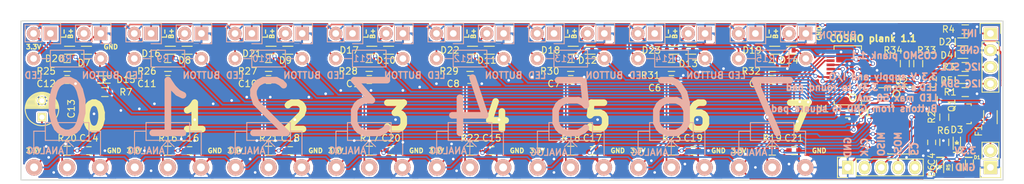
<source format=kicad_pcb>
(kicad_pcb (version 4) (host pcbnew 4.0.4-1.fc25-product)
  (layers (0 F.Cu signal) (31 B.Cu signal) (34 B.Paste user) (35 F.Paste user) (36 B.SilkS user) (37 F.SilkS user) (38 B.Mask user) (39 F.Mask user) (44 Edge.Cuts user))
  (net 0 "")
  (net 1 +3V3)
  (net 2 GND)
  (net 3 "Net-(D2-Pad1)")
  (net 4 "Net-(D3-Pad2)")
  (net 5 "Net-(D3-Pad1)")
  (net 6 /scl)
  (net 7 /sda)
  (net 8 "Net-(D6-Pad2)")
  (net 9 "Net-(D15-Pad1)")
  (net 10 "Net-(D8-Pad1)")
  (net 11 "Net-(D9-Pad1)")
  (net 12 "Net-(D10-Pad1)")
  (net 13 "Net-(D11-Pad1)")
  (net 14 "Net-(D12-Pad1)")
  (net 15 "Net-(D13-Pad1)")
  (net 16 "Net-(D14-Pad1)")
  (net 17 "Net-(D15-Pad2)")
  (net 18 "Net-(D16-Pad1)")
  (net 19 "Net-(D17-Pad1)")
  (net 20 "Net-(D18-Pad1)")
  (net 21 "Net-(D19-Pad1)")
  (net 22 "Net-(D20-Pad1)")
  (net 23 "Net-(D21-Pad1)")
  (net 24 "Net-(D22-Pad1)")
  (net 25 "Net-(D23-Pad1)")
  (net 26 "Net-(F1-Pad1)")
  (net 27 "Net-(P2-Pad1)")
  (net 28 "Net-(P2-Pad3)")
  (net 29 "Net-(P2-Pad4)")
  (net 30 "Net-(P7-Pad1)")
  (net 31 "Net-(P8-Pad2)")
  (net 32 "Net-(P9-Pad2)")
  (net 33 "Net-(P11-Pad1)")
  (net 34 "Net-(P12-Pad2)")
  (net 35 "Net-(P13-Pad2)")
  (net 36 "Net-(P15-Pad1)")
  (net 37 "Net-(P16-Pad2)")
  (net 38 "Net-(P17-Pad2)")
  (net 39 "Net-(P19-Pad1)")
  (net 40 "Net-(P21-Pad1)")
  (net 41 "Net-(P22-Pad2)")
  (net 42 "Net-(P23-Pad2)")
  (net 43 "Net-(P24-Pad1)")
  (net 44 "Net-(P25-Pad1)")
  (net 45 "Net-(P26-Pad1)")
  (net 46 "Net-(Q1-Pad1)")
  (net 47 /ana0)
  (net 48 /ana4)
  (net 49 /ana1)
  (net 50 /ana5)
  (net 51 /ana2)
  (net 52 /ana6)
  (net 53 /ana3)
  (net 54 /ana7)
  (net 55 /spiclk)
  (net 56 /MISO)
  (net 57 /MOSI)
  (net 58 /~CS)
  (module Resistors_SMD:R_0603 (layer F.Cu) (at 116.84 71.12 180)
    (fp_text reference R31 (at 3.175 -1.27 180) (layer F.SilkS))
    (fp_text value 10k)
    (pad 1 smd rect (at -0.75 0 180) (size 0.5 0.9) (layers F.Cu F.Paste F.Mask) (net 25 "Net-(D23-Pad1)"))
    (pad 2 smd rect (at 0.75 0 180) (size 0.5 0.9) (layers F.Cu F.Paste F.Mask) (net 1 +3V3))
  )
  (module Capacitors_SMD:C_0603 (layer F.Cu) (at 89.65 83.82)
    (fp_text reference C15 (at 0 -1.9) (layer F.SilkS))
    (fp_text value C)
    (pad 1 smd rect (at -0.75 0) (size 0.8 0.75) (layers F.Cu F.Paste F.Mask) (net 48 /ana4))
    (pad 2 smd rect (at 0.75 0) (size 0.8 0.75) (layers F.Cu F.Paste F.Mask) (net 2 GND))
  )
  (module Resistors_SMD:R_0603 (layer F.Cu) (at 86.36 83.82 180)
    (fp_text reference R22 (at 0 1.905 180) (layer F.SilkS))
    (fp_text value 1k)
    (pad 1 smd rect (at -0.75 0 180) (size 0.5 0.9) (layers F.Cu F.Paste F.Mask) (net 48 /ana4))
    (pad 2 smd rect (at 0.75 0 180) (size 0.5 0.9) (layers F.Cu F.Paste F.Mask) (net 32 "Net-(P9-Pad2)"))
  )
  (module Capacitors_SMD:C_0603 (layer F.Cu) (at 104.89 83.82)
    (fp_text reference C17 (at 0 -1.9) (layer F.SilkS))
    (fp_text value C)
    (pad 1 smd rect (at -0.75 0) (size 0.8 0.75) (layers F.Cu F.Paste F.Mask) (net 50 /ana5))
    (pad 2 smd rect (at 0.75 0) (size 0.8 0.75) (layers F.Cu F.Paste F.Mask) (net 2 GND))
  )
  (module Resistors_SMD:R_0603 (layer F.Cu) (at 101.6 83.82 180)
    (fp_text reference R18 (at 0 1.905 180) (layer F.SilkS))
    (fp_text value 1k)
    (pad 1 smd rect (at -0.75 0 180) (size 0.5 0.9) (layers F.Cu F.Paste F.Mask) (net 50 /ana5))
    (pad 2 smd rect (at 0.75 0 180) (size 0.5 0.9) (layers F.Cu F.Paste F.Mask) (net 35 "Net-(P13-Pad2)"))
  )
  (module Potentiometers:Potentiometer_WirePads (layer B.Cu) (at 30.40126 86.36 90)
    (fp_text reference P8 hide)
    (fp_text value ANA0)
    (pad 2 thru_hole circle (at 0 -5.00126 90) (size 2.49936 2.49936) (drill 1.19888) (layers *.Cu *.Mask B.SilkS) (net 31 "Net-(P8-Pad2)"))
    (pad 3 thru_hole circle (at 0 -10.00252 90) (size 2.49936 2.49936) (drill 1.19888) (layers *.Cu *.Mask B.SilkS) (net 1 +3V3))
    (pad 1 thru_hole circle (at 0 0 90) (size 2.49936 2.49936) (drill 1.19888) (layers *.Cu *.Mask B.SilkS) (net 2 GND))
  )
  (module Capacitors_SMD:C_0603 (layer F.Cu) (at 143.51 78.232)
    (fp_text reference C1 (at 2.54 -0.127) (layer F.SilkS))
    (fp_text value C)
    (pad 1 smd rect (at -0.75 0) (size 0.8 0.75) (layers F.Cu F.Paste F.Mask) (net 1 +3V3))
    (pad 2 smd rect (at 0.75 0) (size 0.8 0.75) (layers F.Cu F.Paste F.Mask) (net 2 GND))
  )
  (module Capacitors_SMD:C_0603 (layer F.Cu) (at 156.464 75.946 270)
    (fp_text reference C2 (at -2.54 0 270) (layer F.SilkS))
    (fp_text value C)
    (pad 1 smd rect (at -0.75 0 270) (size 0.8 0.75) (layers F.Cu F.Paste F.Mask) (net 1 +3V3))
    (pad 2 smd rect (at 0.75 0 270) (size 0.8 0.75) (layers F.Cu F.Paste F.Mask) (net 2 GND))
  )
  (module Capacitors_SMD:C_0603 (layer F.Cu) (at 156.21 82.562 270)
    (fp_text reference C4 (at 2.528 0 450) (layer F.SilkS))
    (fp_text value C)
    (pad 1 smd rect (at -0.75 0 270) (size 0.8 0.75) (layers F.Cu F.Paste F.Mask) (net 1 +3V3))
    (pad 2 smd rect (at 0.75 0 270) (size 0.8 0.75) (layers F.Cu F.Paste F.Mask) (net 2 GND))
  )
  (module Capacitors_SMD:C_0603 (layer F.Cu) (at 132.08 73.025)
    (fp_text reference C5 (at -2.54 0.635) (layer F.SilkS))
    (fp_text value C)
    (pad 1 smd rect (at -0.75 0) (size 0.8 0.75) (layers F.Cu F.Paste F.Mask) (net 1 +3V3))
    (pad 2 smd rect (at 0.75 0) (size 0.8 0.75) (layers F.Cu F.Paste F.Mask) (net 2 GND))
  )
  (module Capacitors_SMD:C_0603 (layer F.Cu) (at 116.84 73.025)
    (fp_text reference C6 (at -2.54 1.27) (layer F.SilkS))
    (fp_text value C)
    (pad 1 smd rect (at -0.75 0) (size 0.8 0.75) (layers F.Cu F.Paste F.Mask) (net 1 +3V3))
    (pad 2 smd rect (at 0.75 0) (size 0.8 0.75) (layers F.Cu F.Paste F.Mask) (net 2 GND))
  )
  (module Capacitors_SMD:C_0603 (layer F.Cu) (at 101.6 73.025)
    (fp_text reference C7 (at -2.54 0.635) (layer F.SilkS))
    (fp_text value C)
    (pad 1 smd rect (at -0.75 0) (size 0.8 0.75) (layers F.Cu F.Paste F.Mask) (net 1 +3V3))
    (pad 2 smd rect (at 0.75 0) (size 0.8 0.75) (layers F.Cu F.Paste F.Mask) (net 2 GND))
  )
  (module Capacitors_SMD:C_0603 (layer F.Cu) (at 86.36 73.025)
    (fp_text reference C8 (at -2.54 0.635) (layer F.SilkS))
    (fp_text value C)
    (pad 1 smd rect (at -0.75 0) (size 0.8 0.75) (layers F.Cu F.Paste F.Mask) (net 1 +3V3))
    (pad 2 smd rect (at 0.75 0) (size 0.8 0.75) (layers F.Cu F.Paste F.Mask) (net 2 GND))
  )
  (module Capacitors_SMD:C_0603 (layer F.Cu) (at 71.12 73.025)
    (fp_text reference C9 (at -2.54 0.635) (layer F.SilkS))
    (fp_text value C)
    (pad 1 smd rect (at -0.75 0) (size 0.8 0.75) (layers F.Cu F.Paste F.Mask) (net 1 +3V3))
    (pad 2 smd rect (at 0.75 0) (size 0.8 0.75) (layers F.Cu F.Paste F.Mask) (net 2 GND))
  )
  (module Capacitors_SMD:C_0603 (layer F.Cu) (at 55.88 73.025)
    (fp_text reference C10 (at -3.175 0.635) (layer F.SilkS))
    (fp_text value C)
    (pad 1 smd rect (at -0.75 0) (size 0.8 0.75) (layers F.Cu F.Paste F.Mask) (net 1 +3V3))
    (pad 2 smd rect (at 0.75 0) (size 0.8 0.75) (layers F.Cu F.Paste F.Mask) (net 2 GND))
  )
  (module Capacitors_SMD:C_0603 (layer F.Cu) (at 40.64 73.025)
    (fp_text reference C11 (at -3.175 0.635) (layer F.SilkS))
    (fp_text value C)
    (pad 1 smd rect (at -0.75 0) (size 0.8 0.75) (layers F.Cu F.Paste F.Mask) (net 1 +3V3))
    (pad 2 smd rect (at 0.75 0) (size 0.8 0.75) (layers F.Cu F.Paste F.Mask) (net 2 GND))
  )
  (module Capacitors_SMD:C_0603 (layer F.Cu) (at 25.4 73.025)
    (fp_text reference C12 (at -3.175 0.635) (layer F.SilkS))
    (fp_text value C)
    (pad 1 smd rect (at -0.75 0) (size 0.8 0.75) (layers F.Cu F.Paste F.Mask) (net 1 +3V3))
    (pad 2 smd rect (at 0.75 0) (size 0.8 0.75) (layers F.Cu F.Paste F.Mask) (net 2 GND))
  )
  (module Capacitors_ThroughHole:C_Radial_D5_L11_P2.5 (layer F.Cu) (at 21.59 78.74 90)
    (fp_text reference C13 (at 1.27 4.445 90) (layer F.SilkS))
    (fp_text value CP)
    (pad 1 thru_hole rect (at 0 0 90) (size 1.3 1.3) (drill 0.8) (layers *.Cu *.Mask F.SilkS) (net 1 +3V3))
    (pad 2 thru_hole circle (at 2.5 0 90) (size 1.3 1.3) (drill 0.8) (layers *.Cu *.Mask F.SilkS) (net 2 GND))
  )
  (module Capacitors_SMD:C_0603 (layer F.Cu) (at 28.69 83.82)
    (fp_text reference C14 (at 0 -1.9) (layer F.SilkS))
    (fp_text value C)
    (pad 1 smd rect (at -0.75 0) (size 0.8 0.75) (layers F.Cu F.Paste F.Mask) (net 47 /ana0))
    (pad 2 smd rect (at 0.75 0) (size 0.8 0.75) (layers F.Cu F.Paste F.Mask) (net 2 GND))
  )
  (module Capacitors_SMD:C_0603 (layer F.Cu) (at 43.93 83.82)
    (fp_text reference C16 (at 0 -1.9) (layer F.SilkS))
    (fp_text value C)
    (pad 1 smd rect (at -0.75 0) (size 0.8 0.75) (layers F.Cu F.Paste F.Mask) (net 49 /ana1))
    (pad 2 smd rect (at 0.75 0) (size 0.8 0.75) (layers F.Cu F.Paste F.Mask) (net 2 GND))
  )
  (module Capacitors_SMD:C_0603 (layer F.Cu) (at 59.17 83.82)
    (fp_text reference C18 (at 0 -1.9) (layer F.SilkS))
    (fp_text value C)
    (pad 1 smd rect (at -0.75 0) (size 0.8 0.75) (layers F.Cu F.Paste F.Mask) (net 51 /ana2))
    (pad 2 smd rect (at 0.75 0) (size 0.8 0.75) (layers F.Cu F.Paste F.Mask) (net 2 GND))
  )
  (module Capacitors_SMD:C_0603 (layer F.Cu) (at 120.13 83.82)
    (fp_text reference C19 (at 0 -1.9) (layer F.SilkS))
    (fp_text value C)
    (pad 1 smd rect (at -0.75 0) (size 0.8 0.75) (layers F.Cu F.Paste F.Mask) (net 52 /ana6))
    (pad 2 smd rect (at 0.75 0) (size 0.8 0.75) (layers F.Cu F.Paste F.Mask) (net 2 GND))
  )
  (module Capacitors_SMD:C_0603 (layer F.Cu) (at 74.41 83.82)
    (fp_text reference C20 (at 0 -1.9) (layer F.SilkS))
    (fp_text value C)
    (pad 1 smd rect (at -0.75 0) (size 0.8 0.75) (layers F.Cu F.Paste F.Mask) (net 53 /ana3))
    (pad 2 smd rect (at 0.75 0) (size 0.8 0.75) (layers F.Cu F.Paste F.Mask) (net 2 GND))
  )
  (module Capacitors_SMD:C_0603 (layer F.Cu) (at 135.37 83.82)
    (fp_text reference C21 (at 0 -1.9) (layer F.SilkS))
    (fp_text value C)
    (pad 1 smd rect (at -0.75 0) (size 0.8 0.75) (layers F.Cu F.Paste F.Mask) (net 54 /ana7))
    (pad 2 smd rect (at 0.75 0) (size 0.8 0.75) (layers F.Cu F.Paste F.Mask) (net 2 GND))
  )
  (module Diodes_SMD:SOD-523 (layer F.Cu) (at 161.925 86.36 90)
    (fp_text reference D1 (at 1.524 1.143 180) (layer F.SilkS) (effects (font (size 0.5 0.5) (thickness 0.125))))
    (fp_text value ZENER)
    (pad 2 smd rect (at -0.7 0 90) (size 0.6 0.7) (layers F.Cu F.Paste F.Mask) (net 2 GND))
    (pad 1 smd rect (at 0.7 0 90) (size 0.6 0.7) (layers F.Cu F.Paste F.Mask) (net 1 +3V3))
  )
  (module Diodes_SMD:SOD-523 (layer F.Cu) (at 161.29 67.31 180)
    (fp_text reference D2 (at 3.048 0 180) (layer F.SilkS))
    (fp_text value ZENER)
    (pad 2 smd rect (at -0.7 0 180) (size 0.6 0.7) (layers F.Cu F.Paste F.Mask) (net 2 GND))
    (pad 1 smd rect (at 0.7 0 180) (size 0.6 0.7) (layers F.Cu F.Paste F.Mask) (net 3 "Net-(D2-Pad1)"))
  )
  (module LEDs:LED_0603 (layer F.Cu) (at 160.02 82.55 90)
    (fp_text reference D3 (at 1.905 0 180) (layer F.SilkS))
    (fp_text value "RED FAULT")
    (pad 2 smd rect (at 0.7493 0 270) (size 0.79756 0.79756) (layers F.Cu F.Paste F.Mask) (net 4 "Net-(D3-Pad2)"))
    (pad 1 smd rect (at -0.7493 0 270) (size 0.79756 0.79756) (layers F.Cu F.Paste F.Mask) (net 5 "Net-(D3-Pad1)"))
  )
  (module Diodes_SMD:SOD-523 (layer F.Cu) (at 161.29 69.215 180)
    (fp_text reference D4 (at 2.794 -0.127 360) (layer F.SilkS))
    (fp_text value ZENER)
    (pad 2 smd rect (at -0.7 0 180) (size 0.6 0.7) (layers F.Cu F.Paste F.Mask) (net 2 GND))
    (pad 1 smd rect (at 0.7 0 180) (size 0.6 0.7) (layers F.Cu F.Paste F.Mask) (net 6 /scl))
  )
  (module Diodes_SMD:SOD-523 (layer F.Cu) (at 161.355 73.025 180)
    (fp_text reference D5 (at 2.859 -0.127 180) (layer F.SilkS))
    (fp_text value ZENER)
    (pad 2 smd rect (at -0.7 0 180) (size 0.6 0.7) (layers F.Cu F.Paste F.Mask) (net 2 GND))
    (pad 1 smd rect (at 0.7 0 180) (size 0.6 0.7) (layers F.Cu F.Paste F.Mask) (net 7 /sda))
  )
  (module LEDs:LED_0603 (layer F.Cu) (at 157.48 86.36 270)
    (fp_text reference D6 (at 0.508 1.27 270) (layer F.SilkS))
    (fp_text value "GREEN PWR")
    (pad 2 smd rect (at 0.7493 0 90) (size 0.79756 0.79756) (layers F.Cu F.Paste F.Mask) (net 8 "Net-(D6-Pad2)"))
    (pad 1 smd rect (at -0.7493 0 90) (size 0.79756 0.79756) (layers F.Cu F.Paste F.Mask) (net 2 GND))
  )
  (module Diodes_SMD:SOD-523 (layer F.Cu) (at 27.94 68.58)
    (fp_text reference D7 (at 0 1.905) (layer F.SilkS))
    (fp_text value ZENER)
    (pad 2 smd rect (at -0.7 0) (size 0.6 0.7) (layers F.Cu F.Paste F.Mask) (net 2 GND))
    (pad 1 smd rect (at 0.7 0) (size 0.6 0.7) (layers F.Cu F.Paste F.Mask) (net 9 "Net-(D15-Pad1)"))
  )
  (module Diodes_SMD:SOD-523 (layer F.Cu) (at 43.18 68.58)
    (fp_text reference D8 (at 0 1.524) (layer F.SilkS))
    (fp_text value ZENER)
    (pad 2 smd rect (at -0.7 0) (size 0.6 0.7) (layers F.Cu F.Paste F.Mask) (net 2 GND))
    (pad 1 smd rect (at 0.7 0) (size 0.6 0.7) (layers F.Cu F.Paste F.Mask) (net 10 "Net-(D8-Pad1)"))
  )
  (module Diodes_SMD:SOD-523 (layer F.Cu) (at 58.42 68.58)
    (fp_text reference D9 (at 0 1.524) (layer F.SilkS))
    (fp_text value ZENER)
    (pad 2 smd rect (at -0.7 0) (size 0.6 0.7) (layers F.Cu F.Paste F.Mask) (net 2 GND))
    (pad 1 smd rect (at 0.7 0) (size 0.6 0.7) (layers F.Cu F.Paste F.Mask) (net 11 "Net-(D9-Pad1)"))
  )
  (module Diodes_SMD:SOD-523 (layer F.Cu) (at 73.66 68.58)
    (fp_text reference D10 (at 0 1.524) (layer F.SilkS))
    (fp_text value ZENER)
    (pad 2 smd rect (at -0.7 0) (size 0.6 0.7) (layers F.Cu F.Paste F.Mask) (net 2 GND))
    (pad 1 smd rect (at 0.7 0) (size 0.6 0.7) (layers F.Cu F.Paste F.Mask) (net 12 "Net-(D10-Pad1)"))
  )
  (module Diodes_SMD:SOD-523 (layer F.Cu) (at 88.9 68.58)
    (fp_text reference D11 (at 0 1.524) (layer F.SilkS))
    (fp_text value ZENER)
    (pad 2 smd rect (at -0.7 0) (size 0.6 0.7) (layers F.Cu F.Paste F.Mask) (net 2 GND))
    (pad 1 smd rect (at 0.7 0) (size 0.6 0.7) (layers F.Cu F.Paste F.Mask) (net 13 "Net-(D11-Pad1)"))
  )
  (module Diodes_SMD:SOD-523 (layer F.Cu) (at 104.14 68.58)
    (fp_text reference D12 (at 0 1.524) (layer F.SilkS))
    (fp_text value ZENER)
    (pad 2 smd rect (at -0.7 0) (size 0.6 0.7) (layers F.Cu F.Paste F.Mask) (net 2 GND))
    (pad 1 smd rect (at 0.7 0) (size 0.6 0.7) (layers F.Cu F.Paste F.Mask) (net 14 "Net-(D12-Pad1)"))
  )
  (module Diodes_SMD:SOD-523 (layer F.Cu) (at 119.38 68.58)
    (fp_text reference D13 (at 0 2.032) (layer F.SilkS))
    (fp_text value ZENER)
    (pad 2 smd rect (at -0.7 0) (size 0.6 0.7) (layers F.Cu F.Paste F.Mask) (net 2 GND))
    (pad 1 smd rect (at 0.7 0) (size 0.6 0.7) (layers F.Cu F.Paste F.Mask) (net 15 "Net-(D13-Pad1)"))
  )
  (module Diodes_SMD:SOD-523 (layer F.Cu) (at 134.62 68.58)
    (fp_text reference D14 (at 0 1.524) (layer F.SilkS))
    (fp_text value ZENER)
    (pad 2 smd rect (at -0.7 0) (size 0.6 0.7) (layers F.Cu F.Paste F.Mask) (net 2 GND))
    (pad 1 smd rect (at 0.7 0) (size 0.6 0.7) (layers F.Cu F.Paste F.Mask) (net 16 "Net-(D14-Pad1)"))
  )
  (module LEDs:LED_0603 (layer F.Cu) (at 31.115 73.025)
    (fp_text reference D15 (at 3.175 0) (layer F.SilkS))
    (fp_text value "BLUE TEST")
    (pad 2 smd rect (at 0.7493 0 180) (size 0.79756 0.79756) (layers F.Cu F.Paste F.Mask) (net 17 "Net-(D15-Pad2)"))
    (pad 1 smd rect (at -0.7493 0 180) (size 0.79756 0.79756) (layers F.Cu F.Paste F.Mask) (net 9 "Net-(D15-Pad1)"))
  )
  (module Diodes_SMD:SOD-523 (layer F.Cu) (at 40.64 68.58)
    (fp_text reference D16 (at -2.54 0.508) (layer F.SilkS))
    (fp_text value ZENER)
    (pad 2 smd rect (at -0.7 0) (size 0.6 0.7) (layers F.Cu F.Paste F.Mask) (net 2 GND))
    (pad 1 smd rect (at 0.7 0) (size 0.6 0.7) (layers F.Cu F.Paste F.Mask) (net 18 "Net-(D16-Pad1)"))
  )
  (module Diodes_SMD:SOD-523 (layer F.Cu) (at 71.12 68.58)
    (fp_text reference D17 (at -3.048 0) (layer F.SilkS))
    (fp_text value ZENER)
    (pad 2 smd rect (at -0.7 0) (size 0.6 0.7) (layers F.Cu F.Paste F.Mask) (net 2 GND))
    (pad 1 smd rect (at 0.7 0) (size 0.6 0.7) (layers F.Cu F.Paste F.Mask) (net 19 "Net-(D17-Pad1)"))
  )
  (module Diodes_SMD:SOD-523 (layer F.Cu) (at 101.6 68.58)
    (fp_text reference D18 (at -3.048 0) (layer F.SilkS))
    (fp_text value ZENER)
    (pad 2 smd rect (at -0.7 0) (size 0.6 0.7) (layers F.Cu F.Paste F.Mask) (net 2 GND))
    (pad 1 smd rect (at 0.7 0) (size 0.6 0.7) (layers F.Cu F.Paste F.Mask) (net 20 "Net-(D18-Pad1)"))
  )
  (module Diodes_SMD:SOD-523 (layer F.Cu) (at 132.08 68.58)
    (fp_text reference D19 (at -3.048 0) (layer F.SilkS))
    (fp_text value ZENER)
    (pad 2 smd rect (at -0.7 0) (size 0.6 0.7) (layers F.Cu F.Paste F.Mask) (net 2 GND))
    (pad 1 smd rect (at 0.7 0) (size 0.6 0.7) (layers F.Cu F.Paste F.Mask) (net 21 "Net-(D19-Pad1)"))
  )
  (module Diodes_SMD:SOD-523 (layer F.Cu) (at 25.4 68.58)
    (fp_text reference D20 (at -1.905 1.27) (layer F.SilkS))
    (fp_text value ZENER)
    (pad 2 smd rect (at -0.7 0) (size 0.6 0.7) (layers F.Cu F.Paste F.Mask) (net 2 GND))
    (pad 1 smd rect (at 0.7 0) (size 0.6 0.7) (layers F.Cu F.Paste F.Mask) (net 22 "Net-(D20-Pad1)"))
  )
  (module Diodes_SMD:SOD-523 (layer F.Cu) (at 55.88 68.58)
    (fp_text reference D21 (at -2.54 0.508) (layer F.SilkS))
    (fp_text value ZENER)
    (pad 2 smd rect (at -0.7 0) (size 0.6 0.7) (layers F.Cu F.Paste F.Mask) (net 2 GND))
    (pad 1 smd rect (at 0.7 0) (size 0.6 0.7) (layers F.Cu F.Paste F.Mask) (net 23 "Net-(D21-Pad1)"))
  )
  (module Diodes_SMD:SOD-523 (layer F.Cu) (at 86.36 68.58)
    (fp_text reference D22 (at -3.048 0) (layer F.SilkS))
    (fp_text value ZENER)
    (pad 2 smd rect (at -0.7 0) (size 0.6 0.7) (layers F.Cu F.Paste F.Mask) (net 2 GND))
    (pad 1 smd rect (at 0.7 0) (size 0.6 0.7) (layers F.Cu F.Paste F.Mask) (net 24 "Net-(D22-Pad1)"))
  )
  (module Diodes_SMD:SOD-523 (layer F.Cu) (at 116.84 68.58)
    (fp_text reference D23 (at -3.048 0) (layer F.SilkS))
    (fp_text value ZENER)
    (pad 2 smd rect (at -0.7 0) (size 0.6 0.7) (layers F.Cu F.Paste F.Mask) (net 2 GND))
    (pad 1 smd rect (at 0.7 0) (size 0.6 0.7) (layers F.Cu F.Paste F.Mask) (net 25 "Net-(D23-Pad1)"))
  )
  (module Pin_Headers:Pin_Header_Straight_1x02 (layer F.Cu) (at 165.1 86.36 180)
    (fp_text reference P1 hide)
    (fp_text value 3.3V)
    (pad 1 thru_hole rect (at 0 0 180) (size 2.032 2.032) (drill 1.016) (layers *.Cu *.Mask F.SilkS) (net 2 GND))
    (pad 2 thru_hole oval (at 0 2.54 180) (size 2.032 2.032) (drill 1.016) (layers *.Cu *.Mask F.SilkS) (net 26 "Net-(F1-Pad1)"))
  )
  (module Pin_Headers:Pin_Header_Straight_1x04 (layer F.Cu) (at 165.1 66.04)
    (fp_text reference P2 hide)
    (fp_text value I2C)
    (pad 1 thru_hole rect (at 0 0) (size 2.032 1.7272) (drill 1.016) (layers *.Cu *.Mask F.SilkS) (net 27 "Net-(P2-Pad1)"))
    (pad 2 thru_hole oval (at 0 2.54) (size 2.032 1.7272) (drill 1.016) (layers *.Cu *.Mask F.SilkS) (net 2 GND))
    (pad 3 thru_hole oval (at 0 5.08) (size 2.032 1.7272) (drill 1.016) (layers *.Cu *.Mask F.SilkS) (net 28 "Net-(P2-Pad3)"))
    (pad 4 thru_hole oval (at 0 7.62) (size 2.032 1.7272) (drill 1.016) (layers *.Cu *.Mask F.SilkS) (net 29 "Net-(P2-Pad4)"))
  )
  (module Pin_Headers:Pin_Header_Straight_1x02 (layer B.Cu) (at 30.48 66.04 90)
    (fp_text reference P3 hide)
    (fp_text value SW0)
    (pad 1 thru_hole rect (at 0 0 90) (size 2.032 2.032) (drill 1.016) (layers *.Cu *.Mask B.SilkS) (net 2 GND))
    (pad 2 thru_hole oval (at 0 -2.54 90) (size 2.032 2.032) (drill 1.016) (layers *.Cu *.Mask B.SilkS) (net 22 "Net-(D20-Pad1)"))
  )
  (module Pin_Headers:Pin_Header_Straight_1x02 (layer B.Cu) (at 45.72 66.04 90)
    (fp_text reference P4 hide)
    (fp_text value SW1)
    (pad 1 thru_hole rect (at 0 0 90) (size 2.032 2.032) (drill 1.016) (layers *.Cu *.Mask B.SilkS) (net 2 GND))
    (pad 2 thru_hole oval (at 0 -2.54 90) (size 2.032 2.032) (drill 1.016) (layers *.Cu *.Mask B.SilkS) (net 18 "Net-(D16-Pad1)"))
  )
  (module Pin_Headers:Pin_Header_Straight_1x02 (layer B.Cu) (at 60.96 66.04 90)
    (fp_text reference P5 hide)
    (fp_text value SW2)
    (pad 1 thru_hole rect (at 0 0 90) (size 2.032 2.032) (drill 1.016) (layers *.Cu *.Mask B.SilkS) (net 2 GND))
    (pad 2 thru_hole oval (at 0 -2.54 90) (size 2.032 2.032) (drill 1.016) (layers *.Cu *.Mask B.SilkS) (net 23 "Net-(D21-Pad1)"))
  )
  (module Pin_Headers:Pin_Header_Straight_1x02 (layer B.Cu) (at 76.2 66.04 90)
    (fp_text reference P6 hide)
    (fp_text value SW3)
    (pad 1 thru_hole rect (at 0 0 90) (size 2.032 2.032) (drill 1.016) (layers *.Cu *.Mask B.SilkS) (net 2 GND))
    (pad 2 thru_hole oval (at 0 -2.54 90) (size 2.032 2.032) (drill 1.016) (layers *.Cu *.Mask B.SilkS) (net 19 "Net-(D17-Pad1)"))
  )
  (module Pin_Headers:Pin_Header_Straight_1x02 (layer B.Cu) (at 22.86 66.04 90)
    (fp_text reference P7 hide)
    (fp_text value LED0)
    (pad 1 thru_hole rect (at 0 0 90) (size 2.032 2.032) (drill 1.016) (layers *.Cu *.Mask B.SilkS) (net 30 "Net-(P7-Pad1)"))
    (pad 2 thru_hole oval (at 0 -2.54 90) (size 2.032 2.032) (drill 1.016) (layers *.Cu *.Mask B.SilkS) (net 1 +3V3))
  )
  (module Potentiometers:Potentiometer_WirePads (layer B.Cu) (at 91.36126 86.36 90)
    (fp_text reference P9 hide)
    (fp_text value ANA4)
    (pad 2 thru_hole circle (at 0 -5.00126 90) (size 2.49936 2.49936) (drill 1.19888) (layers *.Cu *.Mask B.SilkS) (net 32 "Net-(P9-Pad2)"))
    (pad 3 thru_hole circle (at 0 -10.00252 90) (size 2.49936 2.49936) (drill 1.19888) (layers *.Cu *.Mask B.SilkS) (net 1 +3V3))
    (pad 1 thru_hole circle (at 0 0 90) (size 2.49936 2.49936) (drill 1.19888) (layers *.Cu *.Mask B.SilkS) (net 2 GND))
  )
  (module Pin_Headers:Pin_Header_Straight_1x02 (layer B.Cu) (at 91.44 66.04 90)
    (fp_text reference P10 hide)
    (fp_text value SW4)
    (pad 1 thru_hole rect (at 0 0 90) (size 2.032 2.032) (drill 1.016) (layers *.Cu *.Mask B.SilkS) (net 2 GND))
    (pad 2 thru_hole oval (at 0 -2.54 90) (size 2.032 2.032) (drill 1.016) (layers *.Cu *.Mask B.SilkS) (net 24 "Net-(D22-Pad1)"))
  )
  (module Pin_Headers:Pin_Header_Straight_1x02 (layer B.Cu) (at 38.1 66.04 90)
    (fp_text reference P11 hide)
    (fp_text value LED1)
    (pad 1 thru_hole rect (at 0 0 90) (size 2.032 2.032) (drill 1.016) (layers *.Cu *.Mask B.SilkS) (net 33 "Net-(P11-Pad1)"))
    (pad 2 thru_hole oval (at 0 -2.54 90) (size 2.032 2.032) (drill 1.016) (layers *.Cu *.Mask B.SilkS) (net 1 +3V3))
  )
  (module Potentiometers:Potentiometer_WirePads (layer B.Cu) (at 45.64126 86.36 90)
    (fp_text reference P12 hide)
    (fp_text value ANA1)
    (pad 2 thru_hole circle (at 0 -5.00126 90) (size 2.49936 2.49936) (drill 1.19888) (layers *.Cu *.Mask B.SilkS) (net 34 "Net-(P12-Pad2)"))
    (pad 3 thru_hole circle (at 0 -10.00252 90) (size 2.49936 2.49936) (drill 1.19888) (layers *.Cu *.Mask B.SilkS) (net 1 +3V3))
    (pad 1 thru_hole circle (at 0 0 90) (size 2.49936 2.49936) (drill 1.19888) (layers *.Cu *.Mask B.SilkS) (net 2 GND))
  )
  (module Potentiometers:Potentiometer_WirePads (layer B.Cu) (at 106.60126 86.36 90)
    (fp_text reference P13 hide)
    (fp_text value ANA5)
    (pad 2 thru_hole circle (at 0 -5.00126 90) (size 2.49936 2.49936) (drill 1.19888) (layers *.Cu *.Mask B.SilkS) (net 35 "Net-(P13-Pad2)"))
    (pad 3 thru_hole circle (at 0 -10.00252 90) (size 2.49936 2.49936) (drill 1.19888) (layers *.Cu *.Mask B.SilkS) (net 1 +3V3))
    (pad 1 thru_hole circle (at 0 0 90) (size 2.49936 2.49936) (drill 1.19888) (layers *.Cu *.Mask B.SilkS) (net 2 GND))
  )
  (module Pin_Headers:Pin_Header_Straight_1x02 (layer B.Cu) (at 106.68 66.04 90)
    (fp_text reference P14 hide)
    (fp_text value SW5)
    (pad 1 thru_hole rect (at 0 0 90) (size 2.032 2.032) (drill 1.016) (layers *.Cu *.Mask B.SilkS) (net 2 GND))
    (pad 2 thru_hole oval (at 0 -2.54 90) (size 2.032 2.032) (drill 1.016) (layers *.Cu *.Mask B.SilkS) (net 20 "Net-(D18-Pad1)"))
  )
  (module Pin_Headers:Pin_Header_Straight_1x02 (layer B.Cu) (at 53.34 66.04 90)
    (fp_text reference P15 hide)
    (fp_text value LED2)
    (pad 1 thru_hole rect (at 0 0 90) (size 2.032 2.032) (drill 1.016) (layers *.Cu *.Mask B.SilkS) (net 36 "Net-(P15-Pad1)"))
    (pad 2 thru_hole oval (at 0 -2.54 90) (size 2.032 2.032) (drill 1.016) (layers *.Cu *.Mask B.SilkS) (net 1 +3V3))
  )
  (module Potentiometers:Potentiometer_WirePads (layer B.Cu) (at 60.88126 86.36 90)
    (fp_text reference P16 hide)
    (fp_text value ANA2)
    (pad 2 thru_hole circle (at 0 -5.00126 90) (size 2.49936 2.49936) (drill 1.19888) (layers *.Cu *.Mask B.SilkS) (net 37 "Net-(P16-Pad2)"))
    (pad 3 thru_hole circle (at 0 -10.00252 90) (size 2.49936 2.49936) (drill 1.19888) (layers *.Cu *.Mask B.SilkS) (net 1 +3V3))
    (pad 1 thru_hole circle (at 0 0 90) (size 2.49936 2.49936) (drill 1.19888) (layers *.Cu *.Mask B.SilkS) (net 2 GND))
  )
  (module Potentiometers:Potentiometer_WirePads (layer B.Cu) (at 121.84126 86.36 90)
    (fp_text reference P17 hide)
    (fp_text value ANA6)
    (pad 2 thru_hole circle (at 0 -5.00126 90) (size 2.49936 2.49936) (drill 1.19888) (layers *.Cu *.Mask B.SilkS) (net 38 "Net-(P17-Pad2)"))
    (pad 3 thru_hole circle (at 0 -10.00252 90) (size 2.49936 2.49936) (drill 1.19888) (layers *.Cu *.Mask B.SilkS) (net 1 +3V3))
    (pad 1 thru_hole circle (at 0 0 90) (size 2.49936 2.49936) (drill 1.19888) (layers *.Cu *.Mask B.SilkS) (net 2 GND))
  )
  (module Pin_Headers:Pin_Header_Straight_1x02 (layer B.Cu) (at 121.92 66.04 90)
    (fp_text reference P18 hide)
    (fp_text value SW6)
    (pad 1 thru_hole rect (at 0 0 90) (size 2.032 2.032) (drill 1.016) (layers *.Cu *.Mask B.SilkS) (net 2 GND))
    (pad 2 thru_hole oval (at 0 -2.54 90) (size 2.032 2.032) (drill 1.016) (layers *.Cu *.Mask B.SilkS) (net 25 "Net-(D23-Pad1)"))
  )
  (module Pin_Headers:Pin_Header_Straight_1x02 (layer B.Cu) (at 68.58 66.04 90)
    (fp_text reference P19 hide)
    (fp_text value LED3)
    (pad 1 thru_hole rect (at 0 0 90) (size 2.032 2.032) (drill 1.016) (layers *.Cu *.Mask B.SilkS) (net 39 "Net-(P19-Pad1)"))
    (pad 2 thru_hole oval (at 0 -2.54 90) (size 2.032 2.032) (drill 1.016) (layers *.Cu *.Mask B.SilkS) (net 1 +3V3))
  )
  (module Pin_Headers:Pin_Header_Straight_1x02 (layer B.Cu) (at 137.16 66.04 90)
    (fp_text reference P20 hide)
    (fp_text value SW7)
    (pad 1 thru_hole rect (at 0 0 90) (size 2.032 2.032) (drill 1.016) (layers *.Cu *.Mask B.SilkS) (net 2 GND))
    (pad 2 thru_hole oval (at 0 -2.54 90) (size 2.032 2.032) (drill 1.016) (layers *.Cu *.Mask B.SilkS) (net 21 "Net-(D19-Pad1)"))
  )
  (module Pin_Headers:Pin_Header_Straight_1x02 (layer B.Cu) (at 83.82 66.04 90)
    (fp_text reference P21 hide)
    (fp_text value LED4)
    (pad 1 thru_hole rect (at 0 0 90) (size 2.032 2.032) (drill 1.016) (layers *.Cu *.Mask B.SilkS) (net 40 "Net-(P21-Pad1)"))
    (pad 2 thru_hole oval (at 0 -2.54 90) (size 2.032 2.032) (drill 1.016) (layers *.Cu *.Mask B.SilkS) (net 1 +3V3))
  )
  (module Potentiometers:Potentiometer_WirePads (layer B.Cu) (at 76.12126 86.36 90)
    (fp_text reference P22 hide)
    (fp_text value ANA3)
    (pad 2 thru_hole circle (at 0 -5.00126 90) (size 2.49936 2.49936) (drill 1.19888) (layers *.Cu *.Mask B.SilkS) (net 41 "Net-(P22-Pad2)"))
    (pad 3 thru_hole circle (at 0 -10.00252 90) (size 2.49936 2.49936) (drill 1.19888) (layers *.Cu *.Mask B.SilkS) (net 1 +3V3))
    (pad 1 thru_hole circle (at 0 0 90) (size 2.49936 2.49936) (drill 1.19888) (layers *.Cu *.Mask B.SilkS) (net 2 GND))
  )
  (module Potentiometers:Potentiometer_WirePads (layer B.Cu) (at 137.08126 86.36 90)
    (fp_text reference P23 hide)
    (fp_text value ANA7)
    (pad 2 thru_hole circle (at 0 -5.00126 90) (size 2.49936 2.49936) (drill 1.19888) (layers *.Cu *.Mask B.SilkS) (net 42 "Net-(P23-Pad2)"))
    (pad 3 thru_hole circle (at 0 -10.00252 90) (size 2.49936 2.49936) (drill 1.19888) (layers *.Cu *.Mask B.SilkS) (net 1 +3V3))
    (pad 1 thru_hole circle (at 0 0 90) (size 2.49936 2.49936) (drill 1.19888) (layers *.Cu *.Mask B.SilkS) (net 2 GND))
  )
  (module Pin_Headers:Pin_Header_Straight_1x02 (layer B.Cu) (at 99.06 66.04 90)
    (fp_text reference P24 hide)
    (fp_text value LED5)
    (pad 1 thru_hole rect (at 0 0 90) (size 2.032 2.032) (drill 1.016) (layers *.Cu *.Mask B.SilkS) (net 43 "Net-(P24-Pad1)"))
    (pad 2 thru_hole oval (at 0 -2.54 90) (size 2.032 2.032) (drill 1.016) (layers *.Cu *.Mask B.SilkS) (net 1 +3V3))
  )
  (module Pin_Headers:Pin_Header_Straight_1x02 (layer B.Cu) (at 114.3 66.04 90)
    (fp_text reference P25 hide)
    (fp_text value LED6)
    (pad 1 thru_hole rect (at 0 0 90) (size 2.032 2.032) (drill 1.016) (layers *.Cu *.Mask B.SilkS) (net 44 "Net-(P25-Pad1)"))
    (pad 2 thru_hole oval (at 0 -2.54 90) (size 2.032 2.032) (drill 1.016) (layers *.Cu *.Mask B.SilkS) (net 1 +3V3))
  )
  (module Pin_Headers:Pin_Header_Straight_1x02 (layer B.Cu) (at 129.54 66.04 90)
    (fp_text reference P26 hide)
    (fp_text value LED7)
    (pad 1 thru_hole rect (at 0 0 90) (size 2.032 2.032) (drill 1.016) (layers *.Cu *.Mask B.SilkS) (net 45 "Net-(P26-Pad1)"))
    (pad 2 thru_hole oval (at 0 -2.54 90) (size 2.032 2.032) (drill 1.016) (layers *.Cu *.Mask B.SilkS) (net 1 +3V3))
  )
  (module TO_SOT_Packages_SMD:SOT-23 (layer F.Cu) (at 161.544 78.232 270)
    (fp_text reference Q1 (at -1.27 2.286 270) (layer F.SilkS))
    (fp_text value Q_PNP_BEC)
    (pad 1 smd rect (at -0.95 1.00076 270) (size 0.8001 0.8001) (layers F.Cu F.Paste F.Mask) (net 46 "Net-(Q1-Pad1)"))
    (pad 2 smd rect (at 0.95 1.00076 270) (size 0.8001 0.8001) (layers F.Cu F.Paste F.Mask) (net 26 "Net-(F1-Pad1)"))
    (pad 3 smd rect (at 0 -0.99822 270) (size 0.8001 0.8001) (layers F.Cu F.Paste F.Mask) (net 4 "Net-(D3-Pad2)"))
  )
  (module Resistors_SMD:R_0603 (layer F.Cu) (at 161.29 74.93)
    (fp_text reference R1 (at -2.286 0) (layer F.SilkS))
    (fp_text value 100)
    (pad 1 smd rect (at -0.75 0) (size 0.5 0.9) (layers F.Cu F.Paste F.Mask) (net 7 /sda))
    (pad 2 smd rect (at 0.75 0) (size 0.5 0.9) (layers F.Cu F.Paste F.Mask) (net 29 "Net-(P2-Pad4)"))
  )
  (module Resistors_SMD:R_0603 (layer F.Cu) (at 158.115 78.74 90)
    (fp_text reference R2 (at 0 -1.9 90) (layer F.SilkS))
    (fp_text value 10k)
    (pad 1 smd rect (at -0.75 0 90) (size 0.5 0.9) (layers F.Cu F.Paste F.Mask) (net 1 +3V3))
    (pad 2 smd rect (at 0.75 0 90) (size 0.5 0.9) (layers F.Cu F.Paste F.Mask) (net 46 "Net-(Q1-Pad1)"))
  )
  (module Resistors_SMD:R_0603 (layer F.Cu) (at 161.29 71.12)
    (fp_text reference R3 (at -2.54 0) (layer F.SilkS))
    (fp_text value 100)
    (pad 1 smd rect (at -0.75 0) (size 0.5 0.9) (layers F.Cu F.Paste F.Mask) (net 6 /scl))
    (pad 2 smd rect (at 0.75 0) (size 0.5 0.9) (layers F.Cu F.Paste F.Mask) (net 28 "Net-(P2-Pad3)"))
  )
  (module Resistors_SMD:R_0603 (layer F.Cu) (at 161.29 65.405)
    (fp_text reference R4 (at -2.54 0) (layer F.SilkS))
    (fp_text value 100)
    (pad 1 smd rect (at -0.75 0) (size 0.5 0.9) (layers F.Cu F.Paste F.Mask) (net 3 "Net-(D2-Pad1)"))
    (pad 2 smd rect (at 0.75 0) (size 0.5 0.9) (layers F.Cu F.Paste F.Mask) (net 27 "Net-(P2-Pad1)"))
  )
  (module Resistors_SMD:R_0603 (layer F.Cu) (at 160.02 86.36 90)
    (fp_text reference R5 (at 0 -1.27 270) (layer F.SilkS) (effects (font (size 0.5 0.5) (thickness 0.125))))
    (fp_text value 180)
    (pad 1 smd rect (at -0.75 0 90) (size 0.5 0.9) (layers F.Cu F.Paste F.Mask) (net 8 "Net-(D6-Pad2)"))
    (pad 2 smd rect (at 0.75 0 90) (size 0.5 0.9) (layers F.Cu F.Paste F.Mask) (net 1 +3V3))
  )
  (module Resistors_SMD:R_0603 (layer F.Cu) (at 158.115 82.55 270)
    (fp_text reference R6 (at -1.778 0.127 360) (layer F.SilkS))
    (fp_text value 150)
    (pad 1 smd rect (at -0.75 0 270) (size 0.5 0.9) (layers F.Cu F.Paste F.Mask) (net 2 GND))
    (pad 2 smd rect (at 0.75 0 270) (size 0.5 0.9) (layers F.Cu F.Paste F.Mask) (net 5 "Net-(D3-Pad1)"))
  )
  (module Resistors_SMD:R_0603 (layer F.Cu) (at 31.115 74.93)
    (fp_text reference R7 (at 3.175 0) (layer F.SilkS))
    (fp_text value R)
    (pad 1 smd rect (at -0.75 0) (size 0.5 0.9) (layers F.Cu F.Paste F.Mask) (net 1 +3V3))
    (pad 2 smd rect (at 0.75 0) (size 0.5 0.9) (layers F.Cu F.Paste F.Mask) (net 17 "Net-(D15-Pad2)"))
  )
  (module Resistors_ThroughHole:Resistor_Horizontal_RM10mm (layer B.Cu) (at 20.32 69.85)
    (fp_text reference R8 (at 4.826 0) (layer B.SilkS) (effects (justify mirror)))
    (fp_text value R)
    (pad 1 thru_hole circle (at 0 0) (size 1.99898 1.99898) (drill 1.00076) (layers *.Cu *.SilkS *.Mask) (net 30 "Net-(P7-Pad1)"))
    (pad 2 thru_hole circle (at 10.16 0) (size 1.99898 1.99898) (drill 1.00076) (layers *.Cu *.SilkS *.Mask) (net 9 "Net-(D15-Pad1)"))
  )
  (module Resistors_ThroughHole:Resistor_Horizontal_RM10mm (layer B.Cu) (at 35.56 69.85)
    (fp_text reference R9 (at 4.318 0) (layer B.SilkS) (effects (justify mirror)))
    (fp_text value R)
    (pad 1 thru_hole circle (at 0 0) (size 1.99898 1.99898) (drill 1.00076) (layers *.Cu *.SilkS *.Mask) (net 33 "Net-(P11-Pad1)"))
    (pad 2 thru_hole circle (at 10.16 0) (size 1.99898 1.99898) (drill 1.00076) (layers *.Cu *.SilkS *.Mask) (net 10 "Net-(D8-Pad1)"))
  )
  (module Resistors_ThroughHole:Resistor_Horizontal_RM10mm (layer B.Cu) (at 50.8 69.85)
    (fp_text reference R10 (at 4.064 0) (layer B.SilkS) (effects (justify mirror)))
    (fp_text value R)
    (pad 1 thru_hole circle (at 0 0) (size 1.99898 1.99898) (drill 1.00076) (layers *.Cu *.SilkS *.Mask) (net 36 "Net-(P15-Pad1)"))
    (pad 2 thru_hole circle (at 10.16 0) (size 1.99898 1.99898) (drill 1.00076) (layers *.Cu *.SilkS *.Mask) (net 11 "Net-(D9-Pad1)"))
  )
  (module Resistors_ThroughHole:Resistor_Horizontal_RM10mm (layer B.Cu) (at 66.04 69.85)
    (fp_text reference R11 (at 4.064 0) (layer B.SilkS) (effects (justify mirror)))
    (fp_text value R)
    (pad 1 thru_hole circle (at 0 0) (size 1.99898 1.99898) (drill 1.00076) (layers *.Cu *.SilkS *.Mask) (net 39 "Net-(P19-Pad1)"))
    (pad 2 thru_hole circle (at 10.16 0) (size 1.99898 1.99898) (drill 1.00076) (layers *.Cu *.SilkS *.Mask) (net 12 "Net-(D10-Pad1)"))
  )
  (module Resistors_ThroughHole:Resistor_Horizontal_RM10mm (layer B.Cu) (at 81.28 69.85)
    (fp_text reference R12 (at 4.064 0) (layer B.SilkS) (effects (justify mirror)))
    (fp_text value R)
    (pad 1 thru_hole circle (at 0 0) (size 1.99898 1.99898) (drill 1.00076) (layers *.Cu *.SilkS *.Mask) (net 40 "Net-(P21-Pad1)"))
    (pad 2 thru_hole circle (at 10.16 0) (size 1.99898 1.99898) (drill 1.00076) (layers *.Cu *.SilkS *.Mask) (net 13 "Net-(D11-Pad1)"))
  )
  (module Resistors_ThroughHole:Resistor_Horizontal_RM10mm (layer B.Cu) (at 96.52 69.85)
    (fp_text reference R13 (at 4.064 0) (layer B.SilkS) (effects (justify mirror)))
    (fp_text value R)
    (pad 1 thru_hole circle (at 0 0) (size 1.99898 1.99898) (drill 1.00076) (layers *.Cu *.SilkS *.Mask) (net 43 "Net-(P24-Pad1)"))
    (pad 2 thru_hole circle (at 10.16 0) (size 1.99898 1.99898) (drill 1.00076) (layers *.Cu *.SilkS *.Mask) (net 14 "Net-(D12-Pad1)"))
  )
  (module Resistors_ThroughHole:Resistor_Horizontal_RM10mm (layer B.Cu) (at 111.76 69.85)
    (fp_text reference R14 (at 4.064 0) (layer B.SilkS) (effects (justify mirror)))
    (fp_text value R)
    (pad 1 thru_hole circle (at 0 0) (size 1.99898 1.99898) (drill 1.00076) (layers *.Cu *.SilkS *.Mask) (net 44 "Net-(P25-Pad1)"))
    (pad 2 thru_hole circle (at 10.16 0) (size 1.99898 1.99898) (drill 1.00076) (layers *.Cu *.SilkS *.Mask) (net 15 "Net-(D13-Pad1)"))
  )
  (module Resistors_ThroughHole:Resistor_Horizontal_RM10mm (layer B.Cu) (at 127 69.85)
    (fp_text reference R15 (at 4.064 0) (layer B.SilkS) (effects (justify mirror)))
    (fp_text value R)
    (pad 1 thru_hole circle (at 0 0) (size 1.99898 1.99898) (drill 1.00076) (layers *.Cu *.SilkS *.Mask) (net 45 "Net-(P26-Pad1)"))
    (pad 2 thru_hole circle (at 10.16 0) (size 1.99898 1.99898) (drill 1.00076) (layers *.Cu *.SilkS *.Mask) (net 16 "Net-(D14-Pad1)"))
  )
  (module Resistors_SMD:R_0603 (layer F.Cu) (at 40.64 83.82 180)
    (fp_text reference R16 (at 0 1.905 180) (layer F.SilkS))
    (fp_text value 1k)
    (pad 1 smd rect (at -0.75 0 180) (size 0.5 0.9) (layers F.Cu F.Paste F.Mask) (net 49 /ana1))
    (pad 2 smd rect (at 0.75 0 180) (size 0.5 0.9) (layers F.Cu F.Paste F.Mask) (net 34 "Net-(P12-Pad2)"))
  )
  (module Resistors_SMD:R_0603 (layer F.Cu) (at 71.12 83.82 180)
    (fp_text reference R17 (at 0 1.905 180) (layer F.SilkS))
    (fp_text value 1k)
    (pad 1 smd rect (at -0.75 0 180) (size 0.5 0.9) (layers F.Cu F.Paste F.Mask) (net 53 /ana3))
    (pad 2 smd rect (at 0.75 0 180) (size 0.5 0.9) (layers F.Cu F.Paste F.Mask) (net 41 "Net-(P22-Pad2)"))
  )
  (module Resistors_SMD:R_0603 (layer F.Cu) (at 132.08 83.82 180)
    (fp_text reference R19 (at 0 1.905 180) (layer F.SilkS))
    (fp_text value 1k)
    (pad 1 smd rect (at -0.75 0 180) (size 0.5 0.9) (layers F.Cu F.Paste F.Mask) (net 54 /ana7))
    (pad 2 smd rect (at 0.75 0 180) (size 0.5 0.9) (layers F.Cu F.Paste F.Mask) (net 42 "Net-(P23-Pad2)"))
  )
  (module Resistors_SMD:R_0603 (layer F.Cu) (at 25.4 83.82 180)
    (fp_text reference R20 (at 0 1.905 180) (layer F.SilkS))
    (fp_text value 1k)
    (pad 1 smd rect (at -0.75 0 180) (size 0.5 0.9) (layers F.Cu F.Paste F.Mask) (net 47 /ana0))
    (pad 2 smd rect (at 0.75 0 180) (size 0.5 0.9) (layers F.Cu F.Paste F.Mask) (net 31 "Net-(P8-Pad2)"))
  )
  (module Resistors_SMD:R_0603 (layer F.Cu) (at 55.88 83.82 180)
    (fp_text reference R21 (at 0 1.905 180) (layer F.SilkS))
    (fp_text value 1k)
    (pad 1 smd rect (at -0.75 0 180) (size 0.5 0.9) (layers F.Cu F.Paste F.Mask) (net 51 /ana2))
    (pad 2 smd rect (at 0.75 0 180) (size 0.5 0.9) (layers F.Cu F.Paste F.Mask) (net 37 "Net-(P16-Pad2)"))
  )
  (module Resistors_SMD:R_0603 (layer F.Cu) (at 116.84 83.82 180)
    (fp_text reference R23 (at 0 1.905 180) (layer F.SilkS))
    (fp_text value 1k)
    (pad 1 smd rect (at -0.75 0 180) (size 0.5 0.9) (layers F.Cu F.Paste F.Mask) (net 52 /ana6))
    (pad 2 smd rect (at 0.75 0 180) (size 0.5 0.9) (layers F.Cu F.Paste F.Mask) (net 38 "Net-(P17-Pad2)"))
  )
  (module Housings_SSOP:SSOP-24_3.9x8.7mm_Pitch0.635mm (layer F.Cu) (at 143.51 72.39 180)
    (fp_text reference U1 (at 3.81 -5.08 180) (layer F.SilkS))
    (fp_text value MAX7313)
    (pad 1 smd rect (at -2.6 -3.4925 180) (size 1.2 0.4) (layers F.Cu F.Paste F.Mask) (net 3 "Net-(D2-Pad1)"))
    (pad 2 smd rect (at -2.6 -2.8575 180) (size 1.2 0.4) (layers F.Cu F.Paste F.Mask) (net 2 GND))
    (pad 3 smd rect (at -2.6 -2.2225 180) (size 1.2 0.4) (layers F.Cu F.Paste F.Mask) (net 2 GND))
    (pad 4 smd rect (at -2.6 -1.5875 180) (size 1.2 0.4) (layers F.Cu F.Paste F.Mask) (net 22 "Net-(D20-Pad1)"))
    (pad 5 smd rect (at -2.6 -0.9525 180) (size 1.2 0.4) (layers F.Cu F.Paste F.Mask) (net 18 "Net-(D16-Pad1)"))
    (pad 6 smd rect (at -2.6 -0.3175 180) (size 1.2 0.4) (layers F.Cu F.Paste F.Mask) (net 23 "Net-(D21-Pad1)"))
    (pad 7 smd rect (at -2.6 0.3175 180) (size 1.2 0.4) (layers F.Cu F.Paste F.Mask) (net 19 "Net-(D17-Pad1)"))
    (pad 8 smd rect (at -2.6 0.9525 180) (size 1.2 0.4) (layers F.Cu F.Paste F.Mask) (net 24 "Net-(D22-Pad1)"))
    (pad 9 smd rect (at -2.6 1.5875 180) (size 1.2 0.4) (layers F.Cu F.Paste F.Mask) (net 20 "Net-(D18-Pad1)"))
    (pad 10 smd rect (at -2.6 2.2225 180) (size 1.2 0.4) (layers F.Cu F.Paste F.Mask) (net 25 "Net-(D23-Pad1)"))
    (pad 11 smd rect (at -2.6 2.8575 180) (size 1.2 0.4) (layers F.Cu F.Paste F.Mask) (net 21 "Net-(D19-Pad1)"))
    (pad 12 smd rect (at -2.6 3.4925 180) (size 1.2 0.4) (layers F.Cu F.Paste F.Mask) (net 2 GND))
    (pad 13 smd rect (at 2.6 3.4925 180) (size 1.2 0.4) (layers F.Cu F.Paste F.Mask) (net 9 "Net-(D15-Pad1)"))
    (pad 14 smd rect (at 2.6 2.8575 180) (size 1.2 0.4) (layers F.Cu F.Paste F.Mask) (net 10 "Net-(D8-Pad1)"))
    (pad 15 smd rect (at 2.6 2.2225 180) (size 1.2 0.4) (layers F.Cu F.Paste F.Mask) (net 11 "Net-(D9-Pad1)"))
    (pad 16 smd rect (at 2.6 1.5875 180) (size 1.2 0.4) (layers F.Cu F.Paste F.Mask) (net 12 "Net-(D10-Pad1)"))
    (pad 17 smd rect (at 2.6 0.9525 180) (size 1.2 0.4) (layers F.Cu F.Paste F.Mask) (net 13 "Net-(D11-Pad1)"))
    (pad 18 smd rect (at 2.6 0.3175 180) (size 1.2 0.4) (layers F.Cu F.Paste F.Mask) (net 14 "Net-(D12-Pad1)"))
    (pad 19 smd rect (at 2.6 -0.3175 180) (size 1.2 0.4) (layers F.Cu F.Paste F.Mask) (net 15 "Net-(D13-Pad1)"))
    (pad 20 smd rect (at 2.6 -0.9525 180) (size 1.2 0.4) (layers F.Cu F.Paste F.Mask) (net 16 "Net-(D14-Pad1)"))
    (pad 21 smd rect (at 2.6 -1.5875 180) (size 1.2 0.4) (layers F.Cu F.Paste F.Mask) (net 2 GND))
    (pad 22 smd rect (at 2.6 -2.2225 180) (size 1.2 0.4) (layers F.Cu F.Paste F.Mask) (net 6 /scl))
    (pad 23 smd rect (at 2.6 -2.8575 180) (size 1.2 0.4) (layers F.Cu F.Paste F.Mask) (net 7 /sda))
    (pad 24 smd rect (at 2.6 -3.4925 180) (size 1.2 0.4) (layers F.Cu F.Paste F.Mask) (net 1 +3V3))
  )
  (module Resistors_SMD:R_0603 (layer F.Cu) (at 25.4 71.12 180)
    (fp_text reference R25 (at 3.175 -0.635 180) (layer F.SilkS))
    (fp_text value 10k)
    (pad 1 smd rect (at -0.75 0 180) (size 0.5 0.9) (layers F.Cu F.Paste F.Mask) (net 22 "Net-(D20-Pad1)"))
    (pad 2 smd rect (at 0.75 0 180) (size 0.5 0.9) (layers F.Cu F.Paste F.Mask) (net 1 +3V3))
  )
  (module Resistors_SMD:R_0603 (layer F.Cu) (at 40.64 71.12 180)
    (fp_text reference R26 (at 3.175 -0.635 180) (layer F.SilkS))
    (fp_text value 10k)
    (pad 1 smd rect (at -0.75 0 180) (size 0.5 0.9) (layers F.Cu F.Paste F.Mask) (net 18 "Net-(D16-Pad1)"))
    (pad 2 smd rect (at 0.75 0 180) (size 0.5 0.9) (layers F.Cu F.Paste F.Mask) (net 1 +3V3))
  )
  (module Resistors_SMD:R_0603 (layer F.Cu) (at 55.88 71.12 180)
    (fp_text reference R27 (at 3.175 -0.635 180) (layer F.SilkS))
    (fp_text value 10k)
    (pad 1 smd rect (at -0.75 0 180) (size 0.5 0.9) (layers F.Cu F.Paste F.Mask) (net 23 "Net-(D21-Pad1)"))
    (pad 2 smd rect (at 0.75 0 180) (size 0.5 0.9) (layers F.Cu F.Paste F.Mask) (net 1 +3V3))
  )
  (module Resistors_SMD:R_0603 (layer F.Cu) (at 71.095 71.12 180)
    (fp_text reference R28 (at 3.175 -0.635 180) (layer F.SilkS))
    (fp_text value 10k)
    (pad 1 smd rect (at -0.75 0 180) (size 0.5 0.9) (layers F.Cu F.Paste F.Mask) (net 19 "Net-(D17-Pad1)"))
    (pad 2 smd rect (at 0.75 0 180) (size 0.5 0.9) (layers F.Cu F.Paste F.Mask) (net 1 +3V3))
  )
  (module Resistors_SMD:R_0603 (layer F.Cu) (at 86.36 71.12 180)
    (fp_text reference R29 (at 3.175 -0.635 180) (layer F.SilkS))
    (fp_text value 10k)
    (pad 1 smd rect (at -0.75 0 180) (size 0.5 0.9) (layers F.Cu F.Paste F.Mask) (net 24 "Net-(D22-Pad1)"))
    (pad 2 smd rect (at 0.75 0 180) (size 0.5 0.9) (layers F.Cu F.Paste F.Mask) (net 1 +3V3))
  )
  (module Resistors_SMD:R_0603 (layer F.Cu) (at 101.6 71.12 180)
    (fp_text reference R30 (at 3.175 -0.635 180) (layer F.SilkS))
    (fp_text value 10k)
    (pad 1 smd rect (at -0.75 0 180) (size 0.5 0.9) (layers F.Cu F.Paste F.Mask) (net 20 "Net-(D18-Pad1)"))
    (pad 2 smd rect (at 0.75 0 180) (size 0.5 0.9) (layers F.Cu F.Paste F.Mask) (net 1 +3V3))
  )
  (module Resistors_SMD:R_0603 (layer F.Cu) (at 132.08 71.12 180)
    (fp_text reference R32 (at 3.175 -0.635 180) (layer F.SilkS))
    (fp_text value 10k)
    (pad 1 smd rect (at -0.75 0 180) (size 0.5 0.9) (layers F.Cu F.Paste F.Mask) (net 21 "Net-(D19-Pad1)"))
    (pad 2 smd rect (at 0.75 0 180) (size 0.5 0.9) (layers F.Cu F.Paste F.Mask) (net 1 +3V3))
  )
  (module Pin_Headers:Pin_Header_Straight_1x05 (layer F.Cu) (at 143.51 86.36 90)
    (fp_text reference P27 hide)
    (fp_text value CONN_01X05)
    (pad 1 thru_hole rect (at 0 0 90) (size 2.032 1.7272) (drill 1.016) (layers *.Cu *.Mask F.SilkS) (net 2 GND))
    (pad 2 thru_hole oval (at 0 2.54 90) (size 2.032 1.7272) (drill 1.016) (layers *.Cu *.Mask F.SilkS) (net 55 /spiclk))
    (pad 3 thru_hole oval (at 0 5.08 90) (size 2.032 1.7272) (drill 1.016) (layers *.Cu *.Mask F.SilkS) (net 56 /MISO))
    (pad 4 thru_hole oval (at 0 7.62 90) (size 2.032 1.7272) (drill 1.016) (layers *.Cu *.Mask F.SilkS) (net 57 /MOSI))
    (pad 5 thru_hole oval (at 0 10.16 90) (size 2.032 1.7272) (drill 1.016) (layers *.Cu *.Mask F.SilkS) (net 58 /~CS))
  )
  (module Resistors_SMD:R_0603 (layer F.Cu) (at 154.178 70.612 90)
    (fp_text reference R33 (at 2.032 1.27 180) (layer F.SilkS))
    (fp_text value DNM)
    (pad 1 smd rect (at -0.75 0 90) (size 0.5 0.9) (layers F.Cu F.Paste F.Mask) (net 6 /scl))
    (pad 2 smd rect (at 0.75 0 90) (size 0.5 0.9) (layers F.Cu F.Paste F.Mask) (net 1 +3V3))
  )
  (module Resistors_SMD:R_0603 (layer F.Cu) (at 152.146 70.612 90)
    (fp_text reference R34 (at 2.032 -1.778 180) (layer F.SilkS))
    (fp_text value DNM)
    (pad 1 smd rect (at -0.75 0 90) (size 0.5 0.9) (layers F.Cu F.Paste F.Mask) (net 7 /sda))
    (pad 2 smd rect (at 0.75 0 90) (size 0.5 0.9) (layers F.Cu F.Paste F.Mask) (net 1 +3V3))
  )
  (module Housings_SOIC:SOIC-16_3.9x9.9mm_Pitch1.27mm (layer F.Cu) (at 151.638 79.248)
    (fp_text reference U2 (at 0 -6) (layer F.SilkS))
    (fp_text value MCP3008)
    (pad 1 smd rect (at -2.7 -4.445) (size 1.5 0.6) (layers F.Cu F.Paste F.Mask) (net 47 /ana0))
    (pad 2 smd rect (at -2.7 -3.175) (size 1.5 0.6) (layers F.Cu F.Paste F.Mask) (net 49 /ana1))
    (pad 3 smd rect (at -2.7 -1.905) (size 1.5 0.6) (layers F.Cu F.Paste F.Mask) (net 51 /ana2))
    (pad 4 smd rect (at -2.7 -0.635) (size 1.5 0.6) (layers F.Cu F.Paste F.Mask) (net 53 /ana3))
    (pad 5 smd rect (at -2.7 0.635) (size 1.5 0.6) (layers F.Cu F.Paste F.Mask) (net 48 /ana4))
    (pad 6 smd rect (at -2.7 1.905) (size 1.5 0.6) (layers F.Cu F.Paste F.Mask) (net 50 /ana5))
    (pad 7 smd rect (at -2.7 3.175) (size 1.5 0.6) (layers F.Cu F.Paste F.Mask) (net 52 /ana6))
    (pad 8 smd rect (at -2.7 4.445) (size 1.5 0.6) (layers F.Cu F.Paste F.Mask) (net 54 /ana7))
    (pad 9 smd rect (at 2.7 4.445) (size 1.5 0.6) (layers F.Cu F.Paste F.Mask) (net 2 GND))
    (pad 10 smd rect (at 2.7 3.175) (size 1.5 0.6) (layers F.Cu F.Paste F.Mask) (net 58 /~CS))
    (pad 11 smd rect (at 2.7 1.905) (size 1.5 0.6) (layers F.Cu F.Paste F.Mask) (net 57 /MOSI))
    (pad 12 smd rect (at 2.7 0.635) (size 1.5 0.6) (layers F.Cu F.Paste F.Mask) (net 56 /MISO))
    (pad 13 smd rect (at 2.7 -0.635) (size 1.5 0.6) (layers F.Cu F.Paste F.Mask) (net 55 /spiclk))
    (pad 14 smd rect (at 2.7 -1.905) (size 1.5 0.6) (layers F.Cu F.Paste F.Mask) (net 2 GND))
    (pad 15 smd rect (at 2.7 -3.175) (size 1.5 0.6) (layers F.Cu F.Paste F.Mask) (net 1 +3V3))
    (pad 16 smd rect (at 2.7 -4.445) (size 1.5 0.6) (layers F.Cu F.Paste F.Mask) (net 1 +3V3))
  )
  (module Capacitors_SMD:C_1206_HandSoldering (layer F.Cu) (at 165.1 78.74 90)
    (fp_text reference F1 (at -2.032 -1.778 90) (layer F.SilkS))
    (fp_text value FUSE)
    (pad 1 smd rect (at -2 0 90) (size 2 1.6) (layers F.Cu F.Paste F.Mask) (net 26 "Net-(F1-Pad1)"))
    (pad 2 smd rect (at 2 0 90) (size 2 1.6) (layers F.Cu F.Paste F.Mask) (net 1 +3V3))
  )
  (gr_line (start 159.766 72.644) (end 159.766 73.406) (layer F.SilkS) (width 0.2))
  (gr_line (start 159.766 66.802) (end 159.766 67.818) (layer F.SilkS) (width 0.2))
  (gr_line (start 159.766 68.834) (end 159.766 69.596) (layer F.SilkS) (width 0.2))
  (gr_line (start 159.512 84.074) (end 160.528 84.074) (layer F.SilkS) (width 0.2))
  (gr_line (start 161.29 84.836) (end 162.306 84.836) (layer F.SilkS) (width 0.2))
  (gr_line (start 156.972 84.836) (end 157.988 84.836) (layer F.SilkS) (width 0.2))
  (gr_circle (center 150.876 75.184) (end 150.876 74.676) (layer F.SilkS) (width 0.2))
  (gr_circle (center 144.272 75.692) (end 144.272 75.184) (layer F.SilkS) (width 0.2))
  (gr_text GND (at 32.004 68.072) (layer F.SilkS) (effects (font (size 0.7 0.7) (thickness 0.175))))
  (gr_text 3.3V (at 127 83.82) (layer F.SilkS) (effects (font (size 0.7 0.7) (thickness 0.175))))
  (gr_text GND (at 139.192 83.82) (layer F.SilkS) (effects (font (size 0.7 0.7) (thickness 0.175))))
  (gr_text 3.3V (at 111.76 83.82) (layer F.SilkS) (effects (font (size 0.7 0.7) (thickness 0.175))))
  (gr_text GND (at 123.952 83.82) (layer F.SilkS) (effects (font (size 0.7 0.7) (thickness 0.175))))
  (gr_text 3.3V (at 96.52 83.82) (layer F.SilkS) (effects (font (size 0.7 0.7) (thickness 0.175))))
  (gr_text GND (at 108.712 83.82) (layer F.SilkS) (effects (font (size 0.7 0.7) (thickness 0.175))))
  (gr_text 3.3V (at 81.28 83.82) (layer F.SilkS) (effects (font (size 0.7 0.7) (thickness 0.175))))
  (gr_text GND (at 93.472 83.82) (layer F.SilkS) (effects (font (size 0.7 0.7) (thickness 0.175))))
  (gr_text 3.3V (at 66.04 83.82) (layer F.SilkS) (effects (font (size 0.7 0.7) (thickness 0.175))))
  (gr_text GND (at 78.232 83.82) (layer F.SilkS) (effects (font (size 0.7 0.7) (thickness 0.175))))
  (gr_text 3.3V (at 50.8 83.82) (layer F.SilkS) (effects (font (size 0.7 0.7) (thickness 0.175))))
  (gr_text GND (at 62.992 83.82) (layer F.SilkS) (effects (font (size 0.7 0.7) (thickness 0.175))))
  (gr_text 3.3V (at 35.56 83.82) (layer F.SilkS) (effects (font (size 0.7 0.7) (thickness 0.175))))
  (gr_text GND (at 47.752 83.82) (layer F.SilkS) (effects (font (size 0.7 0.7) (thickness 0.175))))
  (gr_text GND (at 32.512 83.82) (layer F.SilkS) (effects (font (size 0.7 0.7) (thickness 0.175))))
  (gr_text 3.3V (at 20.32 83.82) (layer F.SilkS) (effects (font (size 0.7 0.7) (thickness 0.175))))
  (gr_text 3.3V (at 20.32 68.072) (layer F.SilkS) (effects (font (size 0.7 0.7) (thickness 0.175))))
  (gr_text GND (at 139.192 66.04 90) (layer F.SilkS) (effects (font (size 0.7 0.7) (thickness 0.175))))
  (gr_text B+ (at 132.588 66.04 90) (layer F.SilkS) (effects (font (size 0.7 0.7) (thickness 0.175))))
  (gr_text L- (at 131.572 66.04 90) (layer F.SilkS) (effects (font (size 0.7 0.7) (thickness 0.175))))
  (gr_text B+ (at 117.348 66.04 90) (layer F.SilkS) (effects (font (size 0.7 0.7) (thickness 0.175))))
  (gr_text L- (at 116.332 66.04 90) (layer F.SilkS) (effects (font (size 0.7 0.7) (thickness 0.175))))
  (gr_text B+ (at 102.108 66.04 90) (layer F.SilkS) (effects (font (size 0.7 0.7) (thickness 0.175))))
  (gr_text L- (at 101.092 66.04 90) (layer F.SilkS) (effects (font (size 0.7 0.7) (thickness 0.175))))
  (gr_text B+ (at 86.868 66.04 90) (layer F.SilkS) (effects (font (size 0.7 0.7) (thickness 0.175))))
  (gr_text L- (at 85.852 66.04 90) (layer F.SilkS) (effects (font (size 0.7 0.7) (thickness 0.175))))
  (gr_text B+ (at 71.628 66.04 90) (layer F.SilkS) (effects (font (size 0.7 0.7) (thickness 0.175))))
  (gr_text L- (at 70.612 66.04 90) (layer F.SilkS) (effects (font (size 0.7 0.7) (thickness 0.175))))
  (gr_text B+ (at 56.388 66.04 90) (layer F.SilkS) (effects (font (size 0.7 0.7) (thickness 0.175))))
  (gr_text L- (at 55.372 66.04 90) (layer F.SilkS) (effects (font (size 0.7 0.7) (thickness 0.175))))
  (gr_text B+ (at 41.148 66.04 90) (layer F.SilkS) (effects (font (size 0.7 0.7) (thickness 0.175))))
  (gr_text L- (at 40.132 66.04 90) (layer F.SilkS) (effects (font (size 0.7 0.7) (thickness 0.175))))
  (gr_text B+ (at 25.908 66.04 90) (layer F.SilkS) (effects (font (size 0.7 0.7) (thickness 0.175))))
  (gr_text L- (at 24.892 66.04 90) (layer F.SilkS) (effects (font (size 0.7 0.7) (thickness 0.175))))
  (gr_text 7 (at 136.144 78.74) (layer F.SilkS) (effects (font (size 4 4) (thickness 1))))
  (gr_text 6 (at 120.904 78.74) (layer F.SilkS) (effects (font (size 4 4) (thickness 1))))
  (gr_text 5 (at 105.664 78.74) (layer F.SilkS) (effects (font (size 4 4) (thickness 1))))
  (gr_text 4 (at 90.424 78.74) (layer F.SilkS) (effects (font (size 4 4) (thickness 1))))
  (gr_text 3 (at 75.184 78.74) (layer F.SilkS) (effects (font (size 4 4) (thickness 1))))
  (gr_text 2 (at 59.944 78.74) (layer F.SilkS) (effects (font (size 4 4) (thickness 1))))
  (gr_text 1 (at 44.704 78.74) (layer F.SilkS) (effects (font (size 4 4) (thickness 1))))
  (gr_text 0 (at 29.464 78.74) (layer F.SilkS) (effects (font (size 4 4) (thickness 1))))
  (gr_text BUTTON (at 141.986 66.294) (layer B.SilkS) (effects (font (size 1 1) (thickness 0.2)) (justify mirror)))
  (gr_text LED (at 126.746 72.39) (layer B.SilkS) (effects (font (size 1 1) (thickness 0.2)) (justify mirror)))
  (gr_text ANALOG (at 128.524 84.074) (layer B.SilkS) (effects (font (size 1 1) (thickness 0.2)) (justify mirror)))
  (gr_text BUTTON (at 121.92 72.39) (layer B.SilkS) (effects (font (size 1 1) (thickness 0.2)) (justify mirror)))
  (gr_text LED (at 111.76 72.39) (layer B.SilkS) (effects (font (size 1 1) (thickness 0.2)) (justify mirror)))
  (gr_text ANALOG (at 113.538 84.074) (layer B.SilkS) (effects (font (size 1 1) (thickness 0.2)) (justify mirror)))
  (gr_text BUTTON (at 106.68 72.39) (layer B.SilkS) (effects (font (size 1 1) (thickness 0.2)) (justify mirror)))
  (gr_text LED (at 96.52 72.39) (layer B.SilkS) (effects (font (size 1 1) (thickness 0.2)) (justify mirror)))
  (gr_text ANALOG (at 98.298 84.074) (layer B.SilkS) (effects (font (size 1 1) (thickness 0.2)) (justify mirror)))
  (gr_text BUTTON (at 91.44 72.39) (layer B.SilkS) (effects (font (size 1 1) (thickness 0.2)) (justify mirror)))
  (gr_text LED (at 81.28 72.39) (layer B.SilkS) (effects (font (size 1 1) (thickness 0.2)) (justify mirror)))
  (gr_text ANALOG (at 83.058 83.82) (layer B.SilkS) (effects (font (size 1 1) (thickness 0.2)) (justify mirror)))
  (gr_text BUTTON (at 76.2 72.39) (layer B.SilkS) (effects (font (size 1 1) (thickness 0.2)) (justify mirror)))
  (gr_text LED (at 66.04 72.39) (layer B.SilkS) (effects (font (size 1 1) (thickness 0.2)) (justify mirror)))
  (gr_text ANALOG (at 67.818 83.82) (layer B.SilkS) (effects (font (size 1 1) (thickness 0.2)) (justify mirror)))
  (gr_text BUTTON (at 60.96 72.39) (layer B.SilkS) (effects (font (size 1 1) (thickness 0.2)) (justify mirror)))
  (gr_text LED (at 50.8 72.39) (layer B.SilkS) (effects (font (size 1 1) (thickness 0.2)) (justify mirror)))
  (gr_text ANALOG (at 52.578 83.82) (layer B.SilkS) (effects (font (size 1 1) (thickness 0.2)) (justify mirror)))
  (gr_text BUTTON (at 45.72 72.39) (layer B.SilkS) (effects (font (size 1 1) (thickness 0.2)) (justify mirror)))
  (gr_text LED (at 35.56 72.39) (layer B.SilkS) (effects (font (size 1 1) (thickness 0.2)) (justify mirror)))
  (gr_text ANALOG (at 37.338 83.82) (layer B.SilkS) (effects (font (size 1 1) (thickness 0.2)) (justify mirror)))
  (gr_text GND (at 143.51 83.312 90) (layer B.SilkS) (effects (font (size 1 1) (thickness 0.25)) (justify mirror)))
  (gr_text CLK (at 146.05 83.312 90) (layer B.SilkS) (effects (font (size 1 1) (thickness 0.25)) (justify mirror)))
  (gr_text MISO (at 148.59 82.804 90) (layer B.SilkS) (effects (font (size 1 1) (thickness 0.25)) (justify mirror)))
  (gr_text MOSI (at 151.13 82.804 90) (layer B.SilkS) (effects (font (size 1 1) (thickness 0.25)) (justify mirror)))
  (gr_text ~CS (at 153.67 83.566 90) (layer B.SilkS) (effects (font (size 1 1) (thickness 0.25)) (justify mirror)))
  (gr_text ANALOG (at 22.098 83.82) (layer B.SilkS) (effects (font (size 1 1) (thickness 0.2)) (justify mirror)))
  (gr_text BUTTON (at 30.48 72.39) (layer B.SilkS) (effects (font (size 1 1) (thickness 0.2)) (justify mirror)))
  (gr_text LED (at 20.32 72.39) (layer B.SilkS) (effects (font (size 1 1) (thickness 0.2)) (justify mirror)))
  (gr_text INT (at 161.925 66.04) (layer B.SilkS) (effects (font (size 1 1) (thickness 0.25)) (justify mirror)))
  (gr_text GND (at 161.925 68.58) (layer B.SilkS) (effects (font (size 1 1) (thickness 0.25)) (justify mirror)))
  (gr_text "I2C SCL" (at 160.655 71.12) (layer B.SilkS) (effects (font (size 1 1) (thickness 0.25)) (justify mirror)))
  (gr_text "I2C SDA" (at 160.655 73.66) (layer B.SilkS) (effects (font (size 1 1) (thickness 0.25)) (justify mirror)))
  (gr_text 3.3V (at 161.29 83.82) (layer B.SilkS) (effects (font (size 1 1) (thickness 0.25)) (justify mirror)))
  (gr_text GND (at 161.29 86.36) (layer B.SilkS) (effects (font (size 1 1) (thickness 0.25)) (justify mirror)))
  (gr_text "COSMO plank 1.1\n\n3.3 V supply and I/O\nLED's from 3.3V to round pad\nLED max 50 mA \nButtons from GND to square pad" (at 157.226 73.406) (layer B.SilkS) (effects (font (size 1 1) (thickness 0.25)) (justify left mirror)))
  (gr_text "COSMO plank 1.1" (at 147.32 66.802) (layer F.SilkS) (effects (font (size 1 1) (thickness 0.25))))
  (gr_text 7 (at 132.08 77.47) (layer B.SilkS) (effects (font (size 8 8) (thickness 1)) (justify mirror)))
  (gr_text 6 (at 116.84 77.47) (layer B.SilkS) (effects (font (size 8 8) (thickness 1)) (justify mirror)))
  (gr_text 5 (at 101.6 77.47) (layer B.SilkS) (effects (font (size 8 8) (thickness 1)) (justify mirror)))
  (gr_text 4 (at 86.36 77.47) (layer B.SilkS) (effects (font (size 8 8) (thickness 1)) (justify mirror)))
  (gr_text 3 (at 71.12 77.47) (layer B.SilkS) (effects (font (size 8 8) (thickness 1)) (justify mirror)))
  (gr_text 2 (at 55.88 77.47) (layer B.SilkS) (effects (font (size 8 8) (thickness 1)) (justify mirror)))
  (gr_text 1 (at 40.64 77.47) (layer B.SilkS) (effects (font (size 8 8) (thickness 1)) (justify mirror)))
  (gr_text 0 (at 25.4 77.47) (layer B.SilkS) (effects (font (size 8 8) (thickness 1)) (justify mirror)))
  (gr_line (start 167.005 64.135) (end 18.415 64.135) (layer Edge.Cuts) (width 0.15))
  (gr_line (start 167.005 88.265) (end 167.005 64.135) (layer Edge.Cuts) (width 0.15))
  (gr_line (start 18.415 88.265) (end 167.005 88.265) (layer Edge.Cuts) (width 0.15))
  (gr_line (start 18.415 64.135) (end 18.415 88.265) (layer Edge.Cuts) (width 0.15))
  (segment (start 151.370999 73.556003) (end 152.607998 74.793002) (width 0.25) (layer F.Cu) (net 1))
  (segment (start 151.370999 70.437001) (end 151.370999 73.556003) (width 0.25) (layer F.Cu) (net 1))
  (segment (start 151.946 69.862) (end 151.370999 70.437001) (width 0.25) (layer F.Cu) (net 1))
  (segment (start 153.328002 74.793002) (end 153.338 74.803) (width 0.25) (layer F.Cu) (net 1))
  (segment (start 152.607998 74.793002) (end 153.328002 74.793002) (width 0.25) (layer F.Cu) (net 1))
  (segment (start 152.146 69.862) (end 151.946 69.862) (width 0.25) (layer F.Cu) (net 1))
  (segment (start 153.338 74.803) (end 154.338 74.803) (width 0.25) (layer F.Cu) (net 1))
  (segment (start 21.648419 85.110321) (end 20.39874 86.36) (width 0.25) (layer F.Cu) (net 1))
  (segment (start 21.648419 84.868577) (end 21.648419 85.110321) (width 0.25) (layer F.Cu) (net 1))
  (segment (start 24.65 74.93) (end 24.65 81.866996) (width 0.25) (layer F.Cu) (net 1))
  (segment (start 24.65 81.866996) (end 21.648419 84.868577) (width 0.25) (layer F.Cu) (net 1))
  (segment (start 54.317738 82.921002) (end 52.128419 85.110321) (width 0.25) (layer F.Cu) (net 1))
  (segment (start 52.128419 85.110321) (end 50.87874 86.36) (width 0.25) (layer F.Cu) (net 1))
  (segment (start 54.402002 82.921002) (end 54.317738 82.921002) (width 0.25) (layer F.Cu) (net 1))
  (segment (start 55.13 82.193004) (end 54.402002 82.921002) (width 0.25) (layer F.Cu) (net 1))
  (segment (start 55.13 73.025) (end 55.13 82.193004) (width 0.25) (layer F.Cu) (net 1))
  (segment (start 161.798 83.058) (end 161.798 83.312) (width 0.25) (layer B.Cu) (net 1))
  (segment (start 161.798 83.312) (end 160.655 84.455) (width 0.25) (layer B.Cu) (net 1))
  (segment (start 161.798 83.482264) (end 161.925 83.609264) (width 0.25) (layer F.Cu) (net 1))
  (segment (start 161.925 84.074) (end 161.925 84.455) (width 0.25) (layer F.Cu) (net 1))
  (segment (start 161.798 83.058) (end 161.798 83.482264) (width 0.25) (layer F.Cu) (net 1))
  (segment (start 161.925 83.609264) (end 161.925 84.074) (width 0.25) (layer F.Cu) (net 1))
  (segment (start 164.846 78.486) (end 161.798 81.534) (width 0.25) (layer B.Cu) (net 1))
  (segment (start 161.798 81.534) (end 161.798 83.058) (width 0.25) (layer B.Cu) (net 1))
  (via (at 161.798 83.058) (size 0.6) (drill 0.4) (layers F.Cu B.Cu) (net 1))
  (segment (start 165.1 76.74) (end 165.1 78.232) (width 0.25) (layer F.Cu) (net 1))
  (segment (start 165.1 78.232) (end 164.846 78.486) (width 0.25) (layer F.Cu) (net 1))
  (via (at 164.846 78.486) (size 0.6) (drill 0.4) (layers F.Cu B.Cu) (net 1))
  (segment (start 128.753749 88.035009) (end 154.178 88.035009) (width 0.25) (layer F.Cu) (net 1))
  (segment (start 155.956 87.376) (end 155.531736 87.376) (width 0.25) (layer F.Cu) (net 1))
  (segment (start 155.531736 87.376) (end 154.872727 88.035009) (width 0.25) (layer F.Cu) (net 1))
  (segment (start 154.872727 88.035009) (end 154.178 88.035009) (width 0.25) (layer F.Cu) (net 1))
  (segment (start 160.02 85.09) (end 158.242 85.09) (width 0.25) (layer B.Cu) (net 1))
  (segment (start 158.242 85.09) (end 155.956 87.376) (width 0.25) (layer B.Cu) (net 1))
  (via (at 155.956 87.376) (size 0.6) (drill 0.4) (layers F.Cu B.Cu) (net 1))
  (segment (start 127.07874 86.36) (end 128.753749 88.035009) (width 0.25) (layer F.Cu) (net 1))
  (segment (start 157.48 76.454) (end 156.549 75.523) (width 0.25) (layer F.Cu) (net 1))
  (segment (start 156.549 75.523) (end 155.338 75.523) (width 0.25) (layer F.Cu) (net 1))
  (segment (start 155.338 75.523) (end 154.788 76.073) (width 0.25) (layer F.Cu) (net 1))
  (segment (start 154.788 76.073) (end 154.338 76.073) (width 0.25) (layer F.Cu) (net 1))
  (segment (start 163.764 76.454) (end 157.48 76.454) (width 0.25) (layer B.Cu) (net 1))
  (via (at 157.48 76.454) (size 0.6) (drill 0.4) (layers F.Cu B.Cu) (net 1))
  (segment (start 163.764 76.454) (end 163.51 76.2) (width 0.25) (layer F.Cu) (net 1))
  (segment (start 164.05 76.74) (end 163.764 76.454) (width 0.25) (layer F.Cu) (net 1))
  (via (at 163.764 76.454) (size 0.6) (drill 0.4) (layers F.Cu B.Cu) (net 1))
  (segment (start 157.339999 76.096999) (end 157.339999 76.2) (width 0.25) (layer F.Cu) (net 1))
  (segment (start 157.339999 76.2) (end 157.339999 78.914999) (width 0.25) (layer F.Cu) (net 1))
  (segment (start 163.51 76.2) (end 157.339999 76.2) (width 0.25) (layer F.Cu) (net 1))
  (segment (start 165.1 76.74) (end 164.05 76.74) (width 0.25) (layer F.Cu) (net 1))
  (segment (start 161.925 85.09) (end 161.29 85.09) (width 0.25) (layer F.Cu) (net 1))
  (segment (start 161.29 85.09) (end 160.02 85.09) (width 0.25) (layer F.Cu) (net 1))
  (segment (start 156.464 75.196) (end 156.464 75.221) (width 0.25) (layer F.Cu) (net 1))
  (segment (start 156.464 75.221) (end 157.339999 76.096999) (width 0.25) (layer F.Cu) (net 1))
  (segment (start 157.339999 78.914999) (end 157.915 79.49) (width 0.25) (layer F.Cu) (net 1))
  (segment (start 157.915 79.49) (end 158.115 79.49) (width 0.25) (layer F.Cu) (net 1))
  (segment (start 152.654 76.708) (end 153.703 76.708) (width 0.25) (layer F.Cu) (net 1))
  (segment (start 153.703 76.708) (end 154.338 76.073) (width 0.25) (layer F.Cu) (net 1))
  (segment (start 146.580009 76.844998) (end 152.517002 76.844998) (width 0.25) (layer B.Cu) (net 1))
  (segment (start 152.517002 76.844998) (end 152.654 76.708) (width 0.25) (layer B.Cu) (net 1))
  (via (at 152.654 76.708) (size 0.6) (drill 0.4) (layers F.Cu B.Cu) (net 1))
  (segment (start 152.146 69.862) (end 153.162 69.862) (width 0.25) (layer F.Cu) (net 1))
  (segment (start 153.162 69.862) (end 154.178 69.862) (width 0.25) (layer F.Cu) (net 1))
  (segment (start 153.044998 67.196998) (end 153.044998 69.744998) (width 0.25) (layer F.Cu) (net 1))
  (segment (start 153.044998 69.744998) (end 153.162 69.862) (width 0.25) (layer F.Cu) (net 1))
  (segment (start 157.339999 80.765001) (end 157.339999 81.788) (width 0.25) (layer F.Cu) (net 1))
  (segment (start 157.339999 81.788) (end 157.339999 83.810001) (width 0.25) (layer F.Cu) (net 1))
  (segment (start 157.315999 81.812) (end 157.339999 81.788) (width 0.25) (layer F.Cu) (net 1))
  (segment (start 156.21 81.812) (end 157.315999 81.812) (width 0.25) (layer F.Cu) (net 1))
  (segment (start 154.338 74.803) (end 156.071 74.803) (width 0.25) (layer F.Cu) (net 1))
  (segment (start 156.071 74.803) (end 156.464 75.196) (width 0.25) (layer F.Cu) (net 1))
  (segment (start 154.338 76.073) (end 154.338 74.803) (width 0.25) (layer F.Cu) (net 1))
  (segment (start 142.559212 78.083052) (end 142.134948 78.083052) (width 0.25) (layer F.Cu) (net 1))
  (segment (start 142.76 78.232) (end 142.611052 78.083052) (width 0.25) (layer F.Cu) (net 1))
  (segment (start 131.33 78.74) (end 141.478 78.74) (width 0.25) (layer B.Cu) (net 1))
  (segment (start 141.478 78.74) (end 141.834949 78.383051) (width 0.25) (layer B.Cu) (net 1))
  (segment (start 142.611052 78.083052) (end 142.559212 78.083052) (width 0.25) (layer F.Cu) (net 1))
  (segment (start 146.580009 76.844998) (end 145.341955 78.083052) (width 0.25) (layer B.Cu) (net 1))
  (segment (start 142.559212 78.083052) (end 142.134948 78.083052) (width 0.25) (layer B.Cu) (net 1))
  (segment (start 145.341955 78.083052) (end 142.559212 78.083052) (width 0.25) (layer B.Cu) (net 1))
  (segment (start 141.834949 78.383051) (end 142.134948 78.083052) (width 0.25) (layer B.Cu) (net 1))
  (via (at 142.134948 78.083052) (size 0.6) (drill 0.4) (layers F.Cu B.Cu) (net 1))
  (segment (start 54.315683 84.785319) (end 64.544059 84.785319) (width 0.25) (layer B.Cu) (net 1))
  (segment (start 52.741002 86.36) (end 54.315683 84.785319) (width 0.25) (layer B.Cu) (net 1))
  (segment (start 50.87874 86.36) (end 52.741002 86.36) (width 0.25) (layer B.Cu) (net 1))
  (segment (start 64.869061 85.110321) (end 66.11874 86.36) (width 0.25) (layer B.Cu) (net 1))
  (segment (start 64.544059 84.785319) (end 64.869061 85.110321) (width 0.25) (layer B.Cu) (net 1))
  (segment (start 67.981002 86.36) (end 69.555683 84.785319) (width 0.25) (layer B.Cu) (net 1))
  (segment (start 66.11874 86.36) (end 67.981002 86.36) (width 0.25) (layer B.Cu) (net 1))
  (segment (start 79.784059 84.785319) (end 80.109061 85.110321) (width 0.25) (layer B.Cu) (net 1))
  (segment (start 80.109061 85.110321) (end 81.35874 86.36) (width 0.25) (layer B.Cu) (net 1))
  (segment (start 70.37 73.025) (end 70.37 81.866996) (width 0.25) (layer F.Cu) (net 1))
  (segment (start 70.37 81.866996) (end 67.368419 84.868577) (width 0.25) (layer F.Cu) (net 1))
  (segment (start 69.555683 84.785319) (end 79.784059 84.785319) (width 0.25) (layer B.Cu) (net 1))
  (segment (start 67.368419 84.868577) (end 67.368419 85.110321) (width 0.25) (layer F.Cu) (net 1))
  (segment (start 67.368419 85.110321) (end 66.11874 86.36) (width 0.25) (layer F.Cu) (net 1))
  (segment (start 110.589061 85.110321) (end 111.83874 86.36) (width 0.25) (layer B.Cu) (net 1))
  (segment (start 110.264059 84.785319) (end 110.589061 85.110321) (width 0.25) (layer B.Cu) (net 1))
  (segment (start 100.289683 84.785319) (end 110.264059 84.785319) (width 0.25) (layer B.Cu) (net 1))
  (segment (start 96.59874 86.36) (end 98.715002 86.36) (width 0.25) (layer B.Cu) (net 1))
  (segment (start 98.715002 86.36) (end 100.289683 84.785319) (width 0.25) (layer B.Cu) (net 1))
  (segment (start 100.85 73.025) (end 100.85 81.739996) (width 0.25) (layer F.Cu) (net 1))
  (segment (start 100.85 81.739996) (end 96.59874 85.991256) (width 0.25) (layer F.Cu) (net 1))
  (segment (start 96.59874 85.991256) (end 96.59874 86.36) (width 0.25) (layer F.Cu) (net 1))
  (segment (start 95.349061 85.110321) (end 96.59874 86.36) (width 0.25) (layer B.Cu) (net 1))
  (segment (start 95.024059 84.785319) (end 95.349061 85.110321) (width 0.25) (layer B.Cu) (net 1))
  (segment (start 85.049683 84.785319) (end 95.024059 84.785319) (width 0.25) (layer B.Cu) (net 1))
  (segment (start 83.475002 86.36) (end 85.049683 84.785319) (width 0.25) (layer B.Cu) (net 1))
  (segment (start 81.35874 86.36) (end 83.475002 86.36) (width 0.25) (layer B.Cu) (net 1))
  (segment (start 115.529685 84.785319) (end 125.504059 84.785319) (width 0.25) (layer B.Cu) (net 1))
  (segment (start 125.504059 84.785319) (end 125.829061 85.110321) (width 0.25) (layer B.Cu) (net 1))
  (segment (start 113.955004 86.36) (end 115.529685 84.785319) (width 0.25) (layer B.Cu) (net 1))
  (segment (start 125.829061 85.110321) (end 127.07874 86.36) (width 0.25) (layer B.Cu) (net 1))
  (segment (start 111.83874 86.36) (end 113.955004 86.36) (width 0.25) (layer B.Cu) (net 1))
  (segment (start 150.618 64.77) (end 153.044998 67.196998) (width 0.25) (layer F.Cu) (net 1))
  (segment (start 139.7 64.77) (end 150.618 64.77) (width 0.25) (layer F.Cu) (net 1))
  (segment (start 34.389061 85.110321) (end 35.63874 86.36) (width 0.25) (layer B.Cu) (net 1))
  (segment (start 34.064059 84.785319) (end 34.389061 85.110321) (width 0.25) (layer B.Cu) (net 1))
  (segment (start 24.089685 84.785319) (end 34.064059 84.785319) (width 0.25) (layer B.Cu) (net 1))
  (segment (start 22.515004 86.36) (end 24.089685 84.785319) (width 0.25) (layer B.Cu) (net 1))
  (segment (start 20.39874 86.36) (end 22.515004 86.36) (width 0.25) (layer B.Cu) (net 1))
  (segment (start 157.349998 83.82) (end 158.75 85.220002) (width 0.25) (layer F.Cu) (net 1))
  (segment (start 158.75 85.220002) (end 159.139998 85.61) (width 0.25) (layer F.Cu) (net 1))
  (segment (start 160.02 85.09) (end 160.02 85.61) (width 0.25) (layer F.Cu) (net 1))
  (segment (start 160.02 85.09) (end 160.02 84.455) (width 0.25) (layer B.Cu) (net 1))
  (segment (start 161.925 85.09) (end 161.925 85.66) (width 0.25) (layer F.Cu) (net 1))
  (segment (start 161.925 84.455) (end 161.925 85.09) (width 0.25) (layer F.Cu) (net 1))
  (via (at 160.02 85.09) (size 0.6) (drill 0.4) (layers F.Cu B.Cu) (net 1))
  (segment (start 127 66.04) (end 128.341001 64.698999) (width 0.25) (layer B.Cu) (net 1))
  (segment (start 128.341001 64.698999) (end 139.628999 64.698999) (width 0.25) (layer B.Cu) (net 1))
  (segment (start 139.628999 64.698999) (end 139.7 64.77) (width 0.25) (layer B.Cu) (net 1))
  (via (at 139.7 64.77) (size 0.6) (drill 0.4) (layers F.Cu B.Cu) (net 1))
  (segment (start 160.655 84.455) (end 160.02 84.455) (width 0.25) (layer B.Cu) (net 1))
  (segment (start 161.925 84.455) (end 160.655 84.455) (width 0.25) (layer F.Cu) (net 1))
  (via (at 160.655 84.455) (size 0.6) (drill 0.4) (layers F.Cu B.Cu) (net 1))
  (segment (start 158.115 79.99) (end 157.339999 80.765001) (width 0.25) (layer F.Cu) (net 1))
  (segment (start 158.115 79.49) (end 158.115 79.99) (width 0.25) (layer F.Cu) (net 1))
  (segment (start 157.339999 83.810001) (end 157.349998 83.82) (width 0.25) (layer F.Cu) (net 1))
  (segment (start 159.139998 85.61) (end 159.32 85.61) (width 0.25) (layer F.Cu) (net 1))
  (segment (start 159.32 85.61) (end 160.02 85.61) (width 0.25) (layer F.Cu) (net 1))
  (segment (start 160.02 85.61) (end 159.82 85.61) (width 0.25) (layer F.Cu) (net 1))
  (segment (start 161.26 85.725) (end 161.145 85.61) (width 0.25) (layer F.Cu) (net 1))
  (segment (start 161.145 85.61) (end 160.02 85.61) (width 0.25) (layer F.Cu) (net 1))
  (segment (start 161.925 85.66) (end 161.325 85.66) (width 0.25) (layer F.Cu) (net 1))
  (segment (start 161.325 85.66) (end 161.26 85.725) (width 0.25) (layer F.Cu) (net 1))
  (segment (start 21.59 78.74) (end 21.59 85.16874) (width 0.25) (layer F.Cu) (net 1))
  (segment (start 21.59 85.16874) (end 20.39874 86.36) (width 0.25) (layer F.Cu) (net 1))
  (segment (start 131.33 78.74) (end 131.33 82.10874) (width 0.25) (layer F.Cu) (net 1))
  (segment (start 131.33 73.025) (end 131.33 78.74) (width 0.25) (layer F.Cu) (net 1))
  (via (at 131.33 78.74) (size 0.6) (drill 0.4) (layers F.Cu B.Cu) (net 1))
  (segment (start 140.91 75.8825) (end 140.91 76.407) (width 0.25) (layer F.Cu) (net 1))
  (segment (start 140.91 76.407) (end 142.735 78.232) (width 0.25) (layer F.Cu) (net 1))
  (segment (start 142.735 78.232) (end 142.76 78.232) (width 0.25) (layer F.Cu) (net 1))
  (segment (start 131.33 82.10874) (end 127.07874 86.36) (width 0.25) (layer F.Cu) (net 1))
  (segment (start 131.33 71.12) (end 131.33 73.025) (width 0.25) (layer F.Cu) (net 1))
  (segment (start 127 66.04) (end 131.33 70.37) (width 0.25) (layer F.Cu) (net 1))
  (segment (start 131.33 70.37) (end 131.33 71.12) (width 0.25) (layer F.Cu) (net 1))
  (segment (start 116.09 73.025) (end 116.09 82.10874) (width 0.25) (layer F.Cu) (net 1))
  (segment (start 116.09 82.10874) (end 111.83874 86.36) (width 0.25) (layer F.Cu) (net 1))
  (segment (start 116.09 71.12) (end 116.09 73.025) (width 0.25) (layer F.Cu) (net 1))
  (segment (start 111.76 66.04) (end 116.09 70.37) (width 0.25) (layer F.Cu) (net 1))
  (segment (start 116.09 70.37) (end 116.09 71.12) (width 0.25) (layer F.Cu) (net 1))
  (segment (start 100.85 71.12) (end 100.85 73.025) (width 0.25) (layer F.Cu) (net 1))
  (segment (start 96.52 66.04) (end 100.85 70.37) (width 0.25) (layer F.Cu) (net 1))
  (segment (start 100.85 70.37) (end 100.85 71.12) (width 0.25) (layer F.Cu) (net 1))
  (segment (start 85.61 73.025) (end 85.61 82.10874) (width 0.25) (layer F.Cu) (net 1))
  (segment (start 85.61 82.10874) (end 81.35874 86.36) (width 0.25) (layer F.Cu) (net 1))
  (segment (start 85.61 71.12) (end 85.61 73.025) (width 0.25) (layer F.Cu) (net 1))
  (segment (start 81.28 66.04) (end 85.61 70.37) (width 0.25) (layer F.Cu) (net 1))
  (segment (start 85.61 70.37) (end 85.61 71.12) (width 0.25) (layer F.Cu) (net 1))
  (segment (start 70.345 71.12) (end 70.345 73) (width 0.25) (layer F.Cu) (net 1))
  (segment (start 70.345 73) (end 70.37 73.025) (width 0.25) (layer F.Cu) (net 1))
  (segment (start 66.04 66.04) (end 70.345 70.345) (width 0.25) (layer F.Cu) (net 1))
  (segment (start 70.345 70.345) (end 70.345 71.12) (width 0.25) (layer F.Cu) (net 1))
  (segment (start 55.13 71.12) (end 55.13 73.025) (width 0.25) (layer F.Cu) (net 1))
  (segment (start 50.8 66.04) (end 55.13 70.37) (width 0.25) (layer F.Cu) (net 1))
  (segment (start 55.13 70.37) (end 55.13 71.12) (width 0.25) (layer F.Cu) (net 1))
  (segment (start 24.65 73.025) (end 24.65 74.93) (width 0.25) (layer F.Cu) (net 1))
  (segment (start 24.65 71.12) (end 24.65 73.025) (width 0.25) (layer F.Cu) (net 1))
  (segment (start 20.32 66.04) (end 24.65 70.37) (width 0.25) (layer F.Cu) (net 1))
  (segment (start 24.65 70.37) (end 24.65 71.12) (width 0.25) (layer F.Cu) (net 1))
  (segment (start 39.89 71.12) (end 39.89 73.025) (width 0.25) (layer F.Cu) (net 1))
  (segment (start 35.56 66.04) (end 39.89 70.37) (width 0.25) (layer F.Cu) (net 1))
  (segment (start 39.89 70.37) (end 39.89 71.12) (width 0.25) (layer F.Cu) (net 1))
  (segment (start 35.63874 86.36) (end 37.213421 84.785319) (width 0.25) (layer B.Cu) (net 1))
  (segment (start 37.213421 84.785319) (end 49.304059 84.785319) (width 0.25) (layer B.Cu) (net 1))
  (segment (start 49.304059 84.785319) (end 49.629061 85.110321) (width 0.25) (layer B.Cu) (net 1))
  (segment (start 49.629061 85.110321) (end 50.87874 86.36) (width 0.25) (layer B.Cu) (net 1))
  (segment (start 30.365 74.93) (end 24.65 74.93) (width 0.25) (layer F.Cu) (net 1))
  (segment (start 111.76 66.04) (end 113.101001 64.698999) (width 0.25) (layer B.Cu) (net 1))
  (segment (start 113.101001 64.698999) (end 125.658999 64.698999) (width 0.25) (layer B.Cu) (net 1))
  (segment (start 125.658999 64.698999) (end 125.984001 65.024001) (width 0.25) (layer B.Cu) (net 1))
  (segment (start 125.984001 65.024001) (end 127 66.04) (width 0.25) (layer B.Cu) (net 1))
  (segment (start 96.52 66.04) (end 97.861001 64.698999) (width 0.25) (layer B.Cu) (net 1))
  (segment (start 97.861001 64.698999) (end 110.418999 64.698999) (width 0.25) (layer B.Cu) (net 1))
  (segment (start 110.418999 64.698999) (end 110.744001 65.024001) (width 0.25) (layer B.Cu) (net 1))
  (segment (start 110.744001 65.024001) (end 111.76 66.04) (width 0.25) (layer B.Cu) (net 1))
  (segment (start 81.28 66.04) (end 82.621001 64.698999) (width 0.25) (layer B.Cu) (net 1))
  (segment (start 82.621001 64.698999) (end 95.178999 64.698999) (width 0.25) (layer B.Cu) (net 1))
  (segment (start 95.178999 64.698999) (end 95.504001 65.024001) (width 0.25) (layer B.Cu) (net 1))
  (segment (start 95.504001 65.024001) (end 96.52 66.04) (width 0.25) (layer B.Cu) (net 1))
  (segment (start 66.04 66.04) (end 67.381001 64.698999) (width 0.25) (layer B.Cu) (net 1))
  (segment (start 67.381001 64.698999) (end 79.938999 64.698999) (width 0.25) (layer B.Cu) (net 1))
  (segment (start 80.264001 65.024001) (end 81.28 66.04) (width 0.25) (layer B.Cu) (net 1))
  (segment (start 79.938999 64.698999) (end 80.264001 65.024001) (width 0.25) (layer B.Cu) (net 1))
  (segment (start 50.8 66.04) (end 52.141001 64.698999) (width 0.25) (layer B.Cu) (net 1))
  (segment (start 52.141001 64.698999) (end 64.698999 64.698999) (width 0.25) (layer B.Cu) (net 1))
  (segment (start 64.698999 64.698999) (end 65.024001 65.024001) (width 0.25) (layer B.Cu) (net 1))
  (segment (start 65.024001 65.024001) (end 66.04 66.04) (width 0.25) (layer B.Cu) (net 1))
  (segment (start 50.8 66.04) (end 49.458999 64.698999) (width 0.25) (layer B.Cu) (net 1))
  (segment (start 49.458999 64.698999) (end 36.901001 64.698999) (width 0.25) (layer B.Cu) (net 1))
  (segment (start 36.901001 64.698999) (end 36.575999 65.024001) (width 0.25) (layer B.Cu) (net 1))
  (segment (start 36.575999 65.024001) (end 35.56 66.04) (width 0.25) (layer B.Cu) (net 1))
  (segment (start 20.32 66.04) (end 21.661001 64.698999) (width 0.25) (layer B.Cu) (net 1))
  (segment (start 21.661001 64.698999) (end 34.218999 64.698999) (width 0.25) (layer B.Cu) (net 1))
  (segment (start 34.218999 64.698999) (end 34.544001 65.024001) (width 0.25) (layer B.Cu) (net 1))
  (segment (start 34.544001 65.024001) (end 35.56 66.04) (width 0.25) (layer B.Cu) (net 1))
  (segment (start 30.48 66.04) (end 30.48 64.774) (width 0.25) (layer F.Cu) (net 2))
  (segment (start 30.48 64.774) (end 30.404999 64.698999) (width 0.25) (layer F.Cu) (net 2))
  (segment (start 30.404999 64.698999) (end 27.296319 64.698999) (width 0.25) (layer F.Cu) (net 2))
  (segment (start 27.296319 64.698999) (end 24.7 67.295318) (width 0.25) (layer F.Cu) (net 2))
  (segment (start 24.7 67.295318) (end 24.7 67.98) (width 0.25) (layer F.Cu) (net 2))
  (segment (start 24.7 67.98) (end 24.7 68.58) (width 0.25) (layer F.Cu) (net 2))
  (segment (start 45.72 66.04) (end 45.72 64.774) (width 0.25) (layer F.Cu) (net 2))
  (segment (start 45.72 64.774) (end 45.644999 64.698999) (width 0.25) (layer F.Cu) (net 2))
  (segment (start 45.644999 64.698999) (end 42.536319 64.698999) (width 0.25) (layer F.Cu) (net 2))
  (segment (start 42.536319 64.698999) (end 39.94 67.295318) (width 0.25) (layer F.Cu) (net 2))
  (segment (start 39.94 67.295318) (end 39.94 67.98) (width 0.25) (layer F.Cu) (net 2))
  (segment (start 39.94 67.98) (end 39.94 68.58) (width 0.25) (layer F.Cu) (net 2))
  (segment (start 60.96 66.04) (end 60.96 64.774) (width 0.25) (layer F.Cu) (net 2))
  (segment (start 60.884999 64.698999) (end 57.776319 64.698999) (width 0.25) (layer F.Cu) (net 2))
  (segment (start 60.96 64.774) (end 60.884999 64.698999) (width 0.25) (layer F.Cu) (net 2))
  (segment (start 57.776319 64.698999) (end 55.18 67.295318) (width 0.25) (layer F.Cu) (net 2))
  (segment (start 55.18 67.295318) (end 55.18 67.98) (width 0.25) (layer F.Cu) (net 2))
  (segment (start 55.18 67.98) (end 55.18 68.58) (width 0.25) (layer F.Cu) (net 2))
  (segment (start 76.2 66.04) (end 76.2 64.774) (width 0.25) (layer F.Cu) (net 2))
  (segment (start 76.124999 64.698999) (end 73.016319 64.698999) (width 0.25) (layer F.Cu) (net 2))
  (segment (start 76.2 64.774) (end 76.124999 64.698999) (width 0.25) (layer F.Cu) (net 2))
  (segment (start 73.016319 64.698999) (end 70.42 67.295318) (width 0.25) (layer F.Cu) (net 2))
  (segment (start 70.42 67.295318) (end 70.42 67.98) (width 0.25) (layer F.Cu) (net 2))
  (segment (start 70.42 67.98) (end 70.42 68.58) (width 0.25) (layer F.Cu) (net 2))
  (segment (start 91.44 66.04) (end 91.44 64.774) (width 0.25) (layer F.Cu) (net 2))
  (segment (start 91.44 64.774) (end 91.364999 64.698999) (width 0.25) (layer F.Cu) (net 2))
  (segment (start 91.364999 64.698999) (end 88.256319 64.698999) (width 0.25) (layer F.Cu) (net 2))
  (segment (start 85.66 67.295318) (end 85.66 67.98) (width 0.25) (layer F.Cu) (net 2))
  (segment (start 88.256319 64.698999) (end 85.66 67.295318) (width 0.25) (layer F.Cu) (net 2))
  (segment (start 85.66 67.98) (end 85.66 68.58) (width 0.25) (layer F.Cu) (net 2))
  (segment (start 106.68 66.04) (end 106.68 64.774) (width 0.25) (layer F.Cu) (net 2))
  (segment (start 100.9 67.98) (end 100.9 68.58) (width 0.25) (layer F.Cu) (net 2))
  (segment (start 106.68 64.774) (end 106.604999 64.698999) (width 0.25) (layer F.Cu) (net 2))
  (segment (start 106.604999 64.698999) (end 103.496319 64.698999) (width 0.25) (layer F.Cu) (net 2))
  (segment (start 103.496319 64.698999) (end 100.9 67.295318) (width 0.25) (layer F.Cu) (net 2))
  (segment (start 100.9 67.295318) (end 100.9 67.98) (width 0.25) (layer F.Cu) (net 2))
  (segment (start 121.92 66.04) (end 121.92 64.774) (width 0.25) (layer F.Cu) (net 2))
  (segment (start 121.92 64.774) (end 121.844999 64.698999) (width 0.25) (layer F.Cu) (net 2))
  (segment (start 121.844999 64.698999) (end 118.736319 64.698999) (width 0.25) (layer F.Cu) (net 2))
  (segment (start 118.736319 64.698999) (end 116.14 67.295318) (width 0.25) (layer F.Cu) (net 2))
  (segment (start 116.14 67.295318) (end 116.14 67.98) (width 0.25) (layer F.Cu) (net 2))
  (segment (start 116.14 67.98) (end 116.14 68.58) (width 0.25) (layer F.Cu) (net 2))
  (segment (start 137.16 66.04) (end 137.16 64.774) (width 0.25) (layer F.Cu) (net 2))
  (segment (start 137.084999 64.698999) (end 133.976319 64.698999) (width 0.25) (layer F.Cu) (net 2))
  (segment (start 137.16 64.774) (end 137.084999 64.698999) (width 0.25) (layer F.Cu) (net 2))
  (segment (start 133.976319 64.698999) (end 131.38 67.295318) (width 0.25) (layer F.Cu) (net 2))
  (segment (start 131.38 67.295318) (end 131.38 67.98) (width 0.25) (layer F.Cu) (net 2))
  (segment (start 131.38 67.98) (end 131.38 68.58) (width 0.25) (layer F.Cu) (net 2))
  (segment (start 165.1 68.58) (end 166.366 68.58) (width 0.25) (layer F.Cu) (net 2))
  (segment (start 166.366 68.58) (end 166.441001 68.504999) (width 0.25) (layer F.Cu) (net 2))
  (segment (start 166.248603 64.724001) (end 163.367999 64.724001) (width 0.25) (layer F.Cu) (net 2))
  (segment (start 166.441001 68.504999) (end 166.441001 64.916399) (width 0.25) (layer F.Cu) (net 2))
  (segment (start 166.441001 64.916399) (end 166.248603 64.724001) (width 0.25) (layer F.Cu) (net 2))
  (segment (start 163.367999 64.724001) (end 163.068 65.024) (width 0.25) (layer F.Cu) (net 2))
  (segment (start 166.624 73.152) (end 166.624 73.969348) (width 0.25) (layer F.Cu) (net 2))
  (segment (start 166.624 73.969348) (end 165.409348 75.184) (width 0.25) (layer F.Cu) (net 2))
  (segment (start 165.409348 75.184) (end 163.068 75.184) (width 0.25) (layer F.Cu) (net 2))
  (via (at 163.068 75.184) (size 0.6) (drill 0.4) (layers F.Cu B.Cu) (net 2))
  (segment (start 166.624 68.838) (end 166.624 73.152) (width 0.25) (layer F.Cu) (net 2))
  (segment (start 166.366 68.58) (end 166.624 68.838) (width 0.25) (layer F.Cu) (net 2))
  (segment (start 165.1 68.58) (end 163.758999 67.238999) (width 0.25) (layer F.Cu) (net 2))
  (segment (start 163.758999 67.238999) (end 163.758999 67.163601) (width 0.25) (layer F.Cu) (net 2))
  (segment (start 163.758999 67.163601) (end 163.823999 67.228601) (width 0.25) (layer F.Cu) (net 2))
  (segment (start 166.441001 67.163601) (end 166.441001 64.916399) (width 0.25) (layer F.Cu) (net 2))
  (segment (start 163.823999 67.228601) (end 166.376001 67.228601) (width 0.25) (layer F.Cu) (net 2))
  (via (at 163.068 65.024) (size 0.6) (drill 0.4) (layers F.Cu B.Cu) (net 2))
  (segment (start 166.376001 67.228601) (end 166.441001 67.163601) (width 0.25) (layer F.Cu) (net 2))
  (segment (start 150.368 74.168) (end 151.137669 74.168) (width 0.25) (layer F.Cu) (net 2))
  (segment (start 151.137669 74.168) (end 152.314463 75.344794) (width 0.25) (layer F.Cu) (net 2))
  (segment (start 152.908 74.168) (end 150.368 74.168) (width 0.25) (layer B.Cu) (net 2))
  (via (at 150.368 74.168) (size 0.6) (drill 0.4) (layers F.Cu B.Cu) (net 2))
  (segment (start 159.004 74.676) (end 158.505999 74.177999) (width 0.25) (layer F.Cu) (net 2))
  (segment (start 159.859206 75.344794) (end 152.738727 75.344794) (width 0.25) (layer B.Cu) (net 2))
  (segment (start 161.544 73.66) (end 159.859206 75.344794) (width 0.25) (layer B.Cu) (net 2))
  (segment (start 158.505999 74.177999) (end 152.917999 74.177999) (width 0.25) (layer F.Cu) (net 2))
  (segment (start 152.738727 75.344794) (end 152.314463 75.344794) (width 0.25) (layer B.Cu) (net 2))
  (via (at 152.314463 75.344794) (size 0.6) (drill 0.4) (layers F.Cu B.Cu) (net 2))
  (segment (start 152.917999 74.177999) (end 152.908 74.168) (width 0.25) (layer F.Cu) (net 2))
  (via (at 152.908 74.168) (size 0.6) (drill 0.4) (layers F.Cu B.Cu) (net 2))
  (segment (start 161.244001 75.483999) (end 161.022999 75.705001) (width 0.25) (layer F.Cu) (net 2))
  (segment (start 161.022999 75.705001) (end 160.033001 75.705001) (width 0.25) (layer F.Cu) (net 2))
  (segment (start 160.033001 75.705001) (end 159.004 74.676) (width 0.25) (layer F.Cu) (net 2))
  (via (at 159.004 74.676) (size 0.6) (drill 0.4) (layers F.Cu B.Cu) (net 2))
  (segment (start 161.544 73.66) (end 161.244001 73.959999) (width 0.25) (layer F.Cu) (net 2))
  (segment (start 161.244001 73.959999) (end 161.244001 75.483999) (width 0.25) (layer F.Cu) (net 2))
  (segment (start 162.055 73.025) (end 162.055 73.149) (width 0.25) (layer F.Cu) (net 2))
  (via (at 161.544 73.66) (size 0.6) (drill 0.4) (layers F.Cu B.Cu) (net 2))
  (segment (start 162.055 73.149) (end 161.544 73.66) (width 0.25) (layer F.Cu) (net 2))
  (segment (start 136.12 83.82) (end 136.12 85.39874) (width 0.25) (layer F.Cu) (net 2))
  (segment (start 136.12 85.39874) (end 137.08126 86.36) (width 0.25) (layer F.Cu) (net 2))
  (segment (start 120.88 83.82) (end 120.88 85.39874) (width 0.25) (layer F.Cu) (net 2))
  (segment (start 120.88 85.39874) (end 121.84126 86.36) (width 0.25) (layer F.Cu) (net 2))
  (segment (start 105.64 83.82) (end 105.64 85.39874) (width 0.25) (layer F.Cu) (net 2))
  (segment (start 105.64 85.39874) (end 106.60126 86.36) (width 0.25) (layer F.Cu) (net 2))
  (segment (start 90.4 83.82) (end 90.4 85.39874) (width 0.25) (layer F.Cu) (net 2))
  (segment (start 90.4 85.39874) (end 91.36126 86.36) (width 0.25) (layer F.Cu) (net 2))
  (segment (start 75.16 83.82) (end 75.16 85.39874) (width 0.25) (layer F.Cu) (net 2))
  (segment (start 75.16 85.39874) (end 76.12126 86.36) (width 0.25) (layer F.Cu) (net 2))
  (segment (start 59.92 83.82) (end 59.92 85.39874) (width 0.25) (layer F.Cu) (net 2))
  (segment (start 59.92 85.39874) (end 60.88126 86.36) (width 0.25) (layer F.Cu) (net 2))
  (segment (start 44.68 83.82) (end 44.68 85.39874) (width 0.25) (layer F.Cu) (net 2))
  (segment (start 44.68 85.39874) (end 45.64126 86.36) (width 0.25) (layer F.Cu) (net 2))
  (segment (start 29.44 83.82) (end 29.44 85.39874) (width 0.25) (layer F.Cu) (net 2))
  (segment (start 29.44 85.39874) (end 30.40126 86.36) (width 0.25) (layer F.Cu) (net 2))
  (segment (start 120.88 83.82) (end 122.428 83.82) (width 0.25) (layer F.Cu) (net 2))
  (via (at 122.428 83.82) (size 0.6) (drill 0.4) (layers F.Cu B.Cu) (net 2))
  (segment (start 120.856 84.836) (end 119.888 84.836) (width 0.25) (layer F.Cu) (net 2))
  (segment (start 119.888 84.836) (end 118.872 85.852) (width 0.25) (layer F.Cu) (net 2))
  (via (at 118.872 85.852) (size 0.6) (drill 0.4) (layers F.Cu B.Cu) (net 2))
  (segment (start 120.88 84.812) (end 120.856 84.836) (width 0.25) (layer F.Cu) (net 2))
  (segment (start 120.88 83.82) (end 120.88 84.812) (width 0.25) (layer F.Cu) (net 2))
  (segment (start 134.62 85.852) (end 134.62 87.934681) (width 0.25) (layer B.Cu) (net 2))
  (segment (start 136.096 84.836) (end 135.636 84.836) (width 0.25) (layer F.Cu) (net 2))
  (segment (start 135.636 84.836) (end 134.62 85.852) (width 0.25) (layer F.Cu) (net 2))
  (via (at 134.62 85.852) (size 0.6) (drill 0.4) (layers F.Cu B.Cu) (net 2))
  (segment (start 136.12 84.812) (end 136.096 84.836) (width 0.25) (layer F.Cu) (net 2))
  (segment (start 136.12 83.82) (end 136.12 84.812) (width 0.25) (layer F.Cu) (net 2))
  (segment (start 129.54 86.36) (end 129.54 85.852) (width 0.25) (layer B.Cu) (net 2))
  (segment (start 129.54 85.852) (end 128.016 84.328) (width 0.25) (layer B.Cu) (net 2))
  (via (at 128.016 84.328) (size 0.6) (drill 0.4) (layers F.Cu B.Cu) (net 2))
  (segment (start 129.54 87.934681) (end 134.62 87.934681) (width 0.25) (layer B.Cu) (net 2))
  (segment (start 129.54 87.934681) (end 129.54 86.36) (width 0.25) (layer B.Cu) (net 2))
  (segment (start 124.46 87.934681) (end 129.54 87.934681) (width 0.25) (layer B.Cu) (net 2))
  (via (at 129.54 86.36) (size 0.6) (drill 0.4) (layers F.Cu B.Cu) (net 2))
  (segment (start 143.51 86.36) (end 143.51 86.2076) (width 0.25) (layer F.Cu) (net 2))
  (segment (start 143.51 86.2076) (end 145.399599 84.318001) (width 0.25) (layer F.Cu) (net 2))
  (segment (start 145.399599 84.318001) (end 149.948001 84.318001) (width 0.25) (layer F.Cu) (net 2))
  (segment (start 149.948001 84.318001) (end 150.368 83.898002) (width 0.25) (layer F.Cu) (net 2))
  (segment (start 150.368 83.898002) (end 150.368 83.736264) (width 0.25) (layer F.Cu) (net 2))
  (segment (start 150.368 83.736264) (end 150.368 83.312) (width 0.25) (layer F.Cu) (net 2))
  (segment (start 154.94 84.582) (end 152.654 84.582) (width 0.25) (layer B.Cu) (net 2))
  (segment (start 152.654 84.582) (end 152.4 84.836) (width 0.25) (layer B.Cu) (net 2))
  (via (at 152.4 84.836) (size 0.6) (drill 0.4) (layers F.Cu B.Cu) (net 2))
  (segment (start 143.792685 72.869315) (end 142.6845 73.9775) (width 0.25) (layer F.Cu) (net 2))
  (segment (start 142.6845 73.9775) (end 140.91 73.9775) (width 0.25) (layer F.Cu) (net 2))
  (segment (start 144.38772 71.944313) (end 144.38772 72.544315) (width 0.25) (layer F.Cu) (net 2))
  (segment (start 144.06272 72.869315) (end 143.792685 72.869315) (width 0.25) (layer F.Cu) (net 2))
  (segment (start 144.38772 72.544315) (end 144.06272 72.869315) (width 0.25) (layer F.Cu) (net 2))
  (segment (start 144.272 71.628) (end 144.272 71.828593) (width 0.25) (layer F.Cu) (net 2))
  (segment (start 144.272 71.828593) (end 144.38772 71.944313) (width 0.25) (layer F.Cu) (net 2))
  (segment (start 144.063999 71.419999) (end 144.272 71.628) (width 0.25) (layer F.Cu) (net 2))
  (segment (start 143.764 70.612) (end 144.063999 70.911999) (width 0.25) (layer F.Cu) (net 2))
  (segment (start 144.063999 70.911999) (end 144.063999 71.419999) (width 0.25) (layer F.Cu) (net 2))
  (segment (start 143.764 70.612) (end 143.764 70.104) (width 0.25) (layer F.Cu) (net 2))
  (segment (start 143.764 70.104) (end 142.494 68.834) (width 0.25) (layer F.Cu) (net 2))
  (via (at 142.494 68.834) (size 0.6) (drill 0.4) (layers F.Cu B.Cu) (net 2))
  (segment (start 146.11 68.4475) (end 146.11 68.8975) (width 0.25) (layer F.Cu) (net 2))
  (segment (start 143.7025 66.04) (end 146.11 68.4475) (width 0.25) (layer F.Cu) (net 2))
  (segment (start 146.558 71.628) (end 145.542 70.612) (width 0.25) (layer B.Cu) (net 2))
  (via (at 143.764 70.612) (size 0.6) (drill 0.4) (layers F.Cu B.Cu) (net 2))
  (segment (start 145.542 70.612) (end 143.764 70.612) (width 0.25) (layer B.Cu) (net 2))
  (segment (start 147.945002 71.628) (end 146.558 71.628) (width 0.25) (layer B.Cu) (net 2))
  (segment (start 147.945002 74.262498) (end 147.945002 71.628) (width 0.25) (layer F.Cu) (net 2))
  (segment (start 147.945002 71.628) (end 147.945002 69.882502) (width 0.25) (layer F.Cu) (net 2))
  (segment (start 150.495 69.723) (end 148.59 71.628) (width 0.25) (layer B.Cu) (net 2))
  (segment (start 148.59 71.628) (end 147.945002 71.628) (width 0.25) (layer B.Cu) (net 2))
  (via (at 147.945002 71.628) (size 0.6) (drill 0.4) (layers F.Cu B.Cu) (net 2))
  (segment (start 150.495 66.04) (end 150.495 69.723) (width 0.25) (layer B.Cu) (net 2))
  (segment (start 134.62 87.934681) (end 135.506579 87.934681) (width 0.25) (layer B.Cu) (net 2))
  (segment (start 135.245001 88.001001) (end 135.178681 87.934681) (width 0.25) (layer B.Cu) (net 2))
  (segment (start 135.178681 87.934681) (end 134.62 87.934681) (width 0.25) (layer B.Cu) (net 2))
  (segment (start 139.192 88.001001) (end 138.722261 88.001001) (width 0.25) (layer B.Cu) (net 2))
  (segment (start 143.51 88.001001) (end 139.192 88.001001) (width 0.25) (layer B.Cu) (net 2))
  (segment (start 139.192 88.001001) (end 135.245001 88.001001) (width 0.25) (layer B.Cu) (net 2))
  (segment (start 123.415941 87.934681) (end 124.46 87.934681) (width 0.25) (layer B.Cu) (net 2))
  (segment (start 114.3 87.934681) (end 119.888 87.934681) (width 0.25) (layer B.Cu) (net 2))
  (segment (start 124.46 87.934681) (end 119.888 87.934681) (width 0.25) (layer B.Cu) (net 2))
  (segment (start 119.888 87.934681) (end 120.266579 87.934681) (width 0.25) (layer B.Cu) (net 2))
  (segment (start 108.966 87.934681) (end 114.3 87.934681) (width 0.25) (layer B.Cu) (net 2))
  (segment (start 108.175941 87.934681) (end 108.966 87.934681) (width 0.25) (layer B.Cu) (net 2))
  (segment (start 99.314 87.934681) (end 104.394 87.934681) (width 0.25) (layer B.Cu) (net 2))
  (segment (start 104.394 87.934681) (end 105.026579 87.934681) (width 0.25) (layer B.Cu) (net 2))
  (segment (start 108.966 87.934681) (end 104.394 87.934681) (width 0.25) (layer B.Cu) (net 2))
  (segment (start 93.98 87.934681) (end 99.06 87.934681) (width 0.25) (layer B.Cu) (net 2))
  (segment (start 92.935941 87.934681) (end 93.98 87.934681) (width 0.25) (layer B.Cu) (net 2))
  (segment (start 84.455 87.934681) (end 89.154 87.934681) (width 0.25) (layer B.Cu) (net 2))
  (segment (start 89.154 87.934681) (end 89.786579 87.934681) (width 0.25) (layer B.Cu) (net 2))
  (segment (start 93.98 87.934681) (end 89.154 87.934681) (width 0.25) (layer B.Cu) (net 2))
  (segment (start 78.486 87.934681) (end 84.328 87.934681) (width 0.25) (layer B.Cu) (net 2))
  (segment (start 77.695941 87.934681) (end 78.486 87.934681) (width 0.25) (layer B.Cu) (net 2))
  (segment (start 68.834 87.934681) (end 74.422 87.934681) (width 0.25) (layer B.Cu) (net 2))
  (segment (start 74.422 87.934681) (end 74.546579 87.934681) (width 0.25) (layer B.Cu) (net 2))
  (segment (start 78.486 87.934681) (end 74.422 87.934681) (width 0.25) (layer B.Cu) (net 2))
  (segment (start 62.455941 87.934681) (end 65.024 87.934681) (width 0.25) (layer B.Cu) (net 2))
  (segment (start 65.024 87.934681) (end 68.834 87.934681) (width 0.25) (layer B.Cu) (net 2))
  (segment (start 59.306579 87.934681) (end 65.024 87.934681) (width 0.25) (layer B.Cu) (net 2))
  (segment (start 47.498 87.934681) (end 53.594 87.934681) (width 0.25) (layer B.Cu) (net 2))
  (segment (start 47.215941 87.934681) (end 47.498 87.934681) (width 0.25) (layer B.Cu) (net 2))
  (segment (start 38.1 87.934681) (end 43.942 87.934681) (width 0.25) (layer B.Cu) (net 2))
  (segment (start 43.942 87.934681) (end 44.066579 87.934681) (width 0.25) (layer B.Cu) (net 2))
  (segment (start 47.498 87.934681) (end 43.942 87.934681) (width 0.25) (layer B.Cu) (net 2))
  (segment (start 32.766 87.934681) (end 38.1 87.934681) (width 0.25) (layer B.Cu) (net 2))
  (segment (start 31.975941 87.934681) (end 32.766 87.934681) (width 0.25) (layer B.Cu) (net 2))
  (segment (start 28.826579 87.934681) (end 28.702 87.934681) (width 0.25) (layer B.Cu) (net 2))
  (segment (start 28.702 87.934681) (end 24.180681 87.934681) (width 0.25) (layer B.Cu) (net 2))
  (segment (start 32.766 87.934681) (end 28.702 87.934681) (width 0.25) (layer B.Cu) (net 2))
  (segment (start 22.606 84.836) (end 22.606 83.566) (width 0.25) (layer B.Cu) (net 2))
  (segment (start 22.606 83.566) (end 22.225 83.185) (width 0.25) (layer B.Cu) (net 2))
  (segment (start 23.368 87.122) (end 22.606 86.36) (width 0.25) (layer F.Cu) (net 2))
  (segment (start 22.606 86.36) (end 22.606 84.836) (width 0.25) (layer F.Cu) (net 2))
  (via (at 22.606 84.836) (size 0.6) (drill 0.4) (layers F.Cu B.Cu) (net 2))
  (segment (start 30.40126 86.36) (end 28.826579 87.934681) (width 0.25) (layer B.Cu) (net 2))
  (segment (start 24.180681 87.934681) (end 23.368 87.122) (width 0.25) (layer B.Cu) (net 2))
  (via (at 23.368 87.122) (size 0.6) (drill 0.4) (layers F.Cu B.Cu) (net 2))
  (segment (start 53.086 85.09) (end 52.832 85.09) (width 0.25) (layer B.Cu) (net 2))
  (segment (start 52.832 85.09) (end 51.562 83.82) (width 0.25) (layer B.Cu) (net 2))
  (via (at 51.562 83.82) (size 0.6) (drill 0.4) (layers F.Cu B.Cu) (net 2))
  (segment (start 53.848 87.122) (end 53.848 85.852) (width 0.25) (layer F.Cu) (net 2))
  (segment (start 53.848 85.852) (end 53.086 85.09) (width 0.25) (layer F.Cu) (net 2))
  (via (at 53.086 85.09) (size 0.6) (drill 0.4) (layers F.Cu B.Cu) (net 2))
  (segment (start 53.848 87.934681) (end 59.306579 87.934681) (width 0.25) (layer B.Cu) (net 2))
  (segment (start 53.594 87.934681) (end 53.848 87.934681) (width 0.25) (layer B.Cu) (net 2))
  (segment (start 53.848 87.934681) (end 53.848 87.122) (width 0.25) (layer B.Cu) (net 2))
  (via (at 53.848 87.122) (size 0.6) (drill 0.4) (layers F.Cu B.Cu) (net 2))
  (segment (start 113.792 85.344) (end 113.792 85.09) (width 0.25) (layer B.Cu) (net 2))
  (segment (start 113.792 85.09) (end 112.522 83.82) (width 0.25) (layer B.Cu) (net 2))
  (via (at 112.522 83.82) (size 0.6) (drill 0.4) (layers F.Cu B.Cu) (net 2))
  (segment (start 114.3 87.122) (end 114.3 85.852) (width 0.25) (layer F.Cu) (net 2))
  (segment (start 114.3 85.852) (end 113.792 85.344) (width 0.25) (layer F.Cu) (net 2))
  (via (at 113.792 85.344) (size 0.6) (drill 0.4) (layers F.Cu B.Cu) (net 2))
  (segment (start 114.3 87.934681) (end 114.3 87.122) (width 0.25) (layer B.Cu) (net 2))
  (via (at 114.3 87.122) (size 0.6) (drill 0.4) (layers F.Cu B.Cu) (net 2))
  (segment (start 99.06 85.09) (end 98.806 85.09) (width 0.25) (layer B.Cu) (net 2))
  (segment (start 98.806 85.09) (end 97.282 83.566) (width 0.25) (layer B.Cu) (net 2))
  (via (at 97.282 83.566) (size 0.6) (drill 0.4) (layers F.Cu B.Cu) (net 2))
  (segment (start 99.06 87.122) (end 99.06 85.09) (width 0.25) (layer F.Cu) (net 2))
  (via (at 99.06 85.09) (size 0.6) (drill 0.4) (layers F.Cu B.Cu) (net 2))
  (segment (start 99.314 87.376) (end 99.06 87.122) (width 0.25) (layer B.Cu) (net 2))
  (via (at 99.06 87.122) (size 0.6) (drill 0.4) (layers F.Cu B.Cu) (net 2))
  (segment (start 99.06 87.934681) (end 99.314 87.934681) (width 0.25) (layer B.Cu) (net 2))
  (segment (start 99.314 87.934681) (end 99.314 87.376) (width 0.25) (layer B.Cu) (net 2))
  (segment (start 68.834 87.934681) (end 68.834 86.614) (width 0.25) (layer B.Cu) (net 2))
  (via (at 68.834 86.614) (size 0.6) (drill 0.4) (layers F.Cu B.Cu) (net 2))
  (segment (start 84.328 87.934681) (end 84.455 87.934681) (width 0.25) (layer B.Cu) (net 2))
  (segment (start 84.328 86.868) (end 84.328 87.934681) (width 0.25) (layer B.Cu) (net 2))
  (segment (start 83.82 85.09) (end 83.82 86.36) (width 0.25) (layer F.Cu) (net 2))
  (segment (start 83.82 86.36) (end 84.328 86.868) (width 0.25) (layer F.Cu) (net 2))
  (via (at 84.328 86.868) (size 0.6) (drill 0.4) (layers F.Cu B.Cu) (net 2))
  (segment (start 83.566 82.804) (end 83.566 84.836) (width 0.25) (layer B.Cu) (net 2))
  (via (at 83.82 85.09) (size 0.6) (drill 0.4) (layers F.Cu B.Cu) (net 2))
  (segment (start 83.566 84.836) (end 83.82 85.09) (width 0.25) (layer B.Cu) (net 2))
  (segment (start 76.2 82.55) (end 83.312 82.55) (width 0.25) (layer B.Cu) (net 2))
  (segment (start 83.312 82.55) (end 83.566 82.804) (width 0.25) (layer B.Cu) (net 2))
  (via (at 83.566 82.804) (size 0.6) (drill 0.4) (layers F.Cu B.Cu) (net 2))
  (segment (start 71.12 82.296) (end 75.946 82.296) (width 0.25) (layer F.Cu) (net 2))
  (segment (start 75.946 82.296) (end 76.2 82.55) (width 0.25) (layer F.Cu) (net 2))
  (via (at 76.2 82.55) (size 0.6) (drill 0.4) (layers F.Cu B.Cu) (net 2))
  (segment (start 68.834 82.296) (end 71.12 82.296) (width 0.25) (layer B.Cu) (net 2))
  (via (at 71.12 82.296) (size 0.6) (drill 0.4) (layers F.Cu B.Cu) (net 2))
  (segment (start 59.92 82.296) (end 68.834 82.296) (width 0.25) (layer F.Cu) (net 2))
  (via (at 68.834 82.296) (size 0.6) (drill 0.4) (layers F.Cu B.Cu) (net 2))
  (via (at 59.92 82.296) (size 0.6) (drill 0.4) (layers F.Cu B.Cu) (net 2))
  (segment (start 59.92 83.82) (end 59.92 82.296) (width 0.25) (layer F.Cu) (net 2))
  (segment (start 59.92 82.296) (end 59.92 79.175464) (width 0.25) (layer F.Cu) (net 2))
  (segment (start 56.896 82.296) (end 59.92 82.296) (width 0.25) (layer F.Cu) (net 2))
  (segment (start 54.102 82.296) (end 56.896 82.296) (width 0.25) (layer B.Cu) (net 2))
  (via (at 56.896 82.296) (size 0.6) (drill 0.4) (layers F.Cu B.Cu) (net 2))
  (segment (start 44.68 82.296) (end 54.102 82.296) (width 0.25) (layer F.Cu) (net 2))
  (via (at 54.102 82.296) (size 0.6) (drill 0.4) (layers F.Cu B.Cu) (net 2))
  (via (at 44.68 82.296) (size 0.6) (drill 0.4) (layers F.Cu B.Cu) (net 2))
  (segment (start 44.68 83.82) (end 44.68 82.296) (width 0.25) (layer F.Cu) (net 2))
  (segment (start 44.68 82.296) (end 44.68 79.13501) (width 0.25) (layer F.Cu) (net 2))
  (segment (start 42.672 82.042) (end 44.426 82.042) (width 0.25) (layer F.Cu) (net 2))
  (segment (start 44.426 82.042) (end 44.68 82.296) (width 0.25) (layer F.Cu) (net 2))
  (segment (start 37.084 83.82) (end 40.894 83.82) (width 0.25) (layer B.Cu) (net 2))
  (segment (start 40.894 83.82) (end 42.672 82.042) (width 0.25) (layer B.Cu) (net 2))
  (via (at 42.672 82.042) (size 0.6) (drill 0.4) (layers F.Cu B.Cu) (net 2))
  (segment (start 152.654 88.001001) (end 143.51 88.001001) (width 0.25) (layer B.Cu) (net 2))
  (segment (start 143.51 88.001001) (end 143.51 86.36) (width 0.25) (layer B.Cu) (net 2))
  (segment (start 165.1 86.36) (end 158.105001 86.36) (width 0.25) (layer B.Cu) (net 2))
  (segment (start 158.105001 86.36) (end 156.464 88.001001) (width 0.25) (layer B.Cu) (net 2))
  (segment (start 156.464 88.001001) (end 152.654 88.001001) (width 0.25) (layer B.Cu) (net 2))
  (segment (start 155.702 83.82) (end 154.94 84.582) (width 0.25) (layer F.Cu) (net 2))
  (segment (start 155.702 83.82) (end 156.21 83.312) (width 0.25) (layer F.Cu) (net 2))
  (segment (start 157.988 82.296) (end 156.464 83.82) (width 0.25) (layer B.Cu) (net 2))
  (segment (start 156.464 83.82) (end 155.702 83.82) (width 0.25) (layer B.Cu) (net 2))
  (via (at 155.702 83.82) (size 0.6) (drill 0.4) (layers F.Cu B.Cu) (net 2))
  (segment (start 158.115 81.8) (end 158.115 82.169) (width 0.25) (layer F.Cu) (net 2))
  (segment (start 158.115 82.169) (end 157.988 82.296) (width 0.25) (layer F.Cu) (net 2))
  (via (at 157.988 82.296) (size 0.6) (drill 0.4) (layers F.Cu B.Cu) (net 2))
  (segment (start 156.21 83.312) (end 156.21 83.287) (width 0.25) (layer F.Cu) (net 2))
  (segment (start 156.21 83.287) (end 155.509999 82.586999) (width 0.25) (layer F.Cu) (net 2))
  (segment (start 155.509999 82.586999) (end 155.509999 78.300001) (width 0.25) (layer F.Cu) (net 2))
  (segment (start 155.509999 78.300001) (end 156.464 77.346) (width 0.25) (layer F.Cu) (net 2))
  (segment (start 156.464 77.346) (end 156.464 76.696) (width 0.25) (layer F.Cu) (net 2))
  (segment (start 143.764 81.534) (end 143.764 78.994) (width 0.25) (layer F.Cu) (net 2))
  (segment (start 150.836999 79.257999) (end 147.564001 79.257999) (width 0.25) (layer F.Cu) (net 2))
  (segment (start 147.564001 79.257999) (end 145.288 81.534) (width 0.25) (layer F.Cu) (net 2))
  (segment (start 145.288 81.534) (end 143.764 81.534) (width 0.25) (layer F.Cu) (net 2))
  (segment (start 151.13 79.551) (end 150.836999 79.257999) (width 0.25) (layer F.Cu) (net 2))
  (segment (start 153.338 77.343) (end 151.13 79.551) (width 0.25) (layer F.Cu) (net 2))
  (segment (start 151.13 79.551) (end 150.368 80.313) (width 0.25) (layer F.Cu) (net 2))
  (segment (start 156.21 83.312) (end 156.21 84.98948) (width 0.25) (layer F.Cu) (net 2))
  (segment (start 156.21 84.98948) (end 156.83122 85.6107) (width 0.25) (layer F.Cu) (net 2))
  (segment (start 156.83122 85.6107) (end 157.48 85.6107) (width 0.25) (layer F.Cu) (net 2))
  (segment (start 154.338 77.343) (end 153.338 77.343) (width 0.25) (layer F.Cu) (net 2))
  (segment (start 150.368 80.313) (end 150.368 83.312) (width 0.25) (layer F.Cu) (net 2))
  (via (at 150.368 83.312) (size 0.6) (drill 0.4) (layers F.Cu B.Cu) (net 2))
  (segment (start 156.464 76.696) (end 155.817 77.343) (width 0.25) (layer F.Cu) (net 2))
  (segment (start 155.817 77.343) (end 154.338 77.343) (width 0.25) (layer F.Cu) (net 2))
  (segment (start 155.448 77.47) (end 154.465 77.47) (width 0.25) (layer F.Cu) (net 2))
  (segment (start 154.465 77.47) (end 154.338 77.343) (width 0.25) (layer F.Cu) (net 2))
  (segment (start 154.94 84.582) (end 154.94 77.978) (width 0.25) (layer B.Cu) (net 2))
  (segment (start 154.94 77.978) (end 155.448 77.47) (width 0.25) (layer B.Cu) (net 2))
  (via (at 155.448 77.47) (size 0.6) (drill 0.4) (layers F.Cu B.Cu) (net 2))
  (segment (start 154.94 84.582) (end 154.94 84.295) (width 0.25) (layer F.Cu) (net 2))
  (segment (start 154.94 84.295) (end 154.338 83.693) (width 0.25) (layer F.Cu) (net 2))
  (via (at 154.94 84.582) (size 0.6) (drill 0.4) (layers F.Cu B.Cu) (net 2))
  (segment (start 157.48 85.6107) (end 155.7057 85.6107) (width 0.25) (layer F.Cu) (net 2))
  (segment (start 155.7057 85.6107) (end 154.338 84.243) (width 0.25) (layer F.Cu) (net 2))
  (segment (start 154.338 84.243) (end 154.338 83.693) (width 0.25) (layer F.Cu) (net 2))
  (segment (start 137.08126 86.36) (end 143.51 86.36) (width 0.25) (layer B.Cu) (net 2))
  (segment (start 138.722261 88.001001) (end 138.330939 87.609679) (width 0.25) (layer B.Cu) (net 2))
  (segment (start 138.330939 87.609679) (end 137.08126 86.36) (width 0.25) (layer B.Cu) (net 2))
  (segment (start 146.96 75.2475) (end 147.945002 74.262498) (width 0.25) (layer F.Cu) (net 2))
  (segment (start 146.11 75.2475) (end 146.96 75.2475) (width 0.25) (layer F.Cu) (net 2))
  (segment (start 147.945002 69.882502) (end 146.96 68.8975) (width 0.25) (layer F.Cu) (net 2))
  (segment (start 145.26 75.2475) (end 146.11 75.2475) (width 0.25) (layer F.Cu) (net 2))
  (segment (start 145.151002 75.356498) (end 145.26 75.2475) (width 0.25) (layer F.Cu) (net 2))
  (segment (start 145.151002 76.715998) (end 145.151002 75.356498) (width 0.25) (layer F.Cu) (net 2))
  (segment (start 144.26 77.607) (end 145.151002 76.715998) (width 0.25) (layer F.Cu) (net 2))
  (segment (start 144.26 78.232) (end 144.26 77.607) (width 0.25) (layer F.Cu) (net 2))
  (segment (start 143.339736 78.994) (end 143.764 78.994) (width 0.25) (layer F.Cu) (net 2))
  (segment (start 140.91 73.9775) (end 140.06 73.9775) (width 0.25) (layer F.Cu) (net 2))
  (segment (start 140.06 73.9775) (end 139.984999 74.052501) (width 0.25) (layer F.Cu) (net 2))
  (segment (start 139.984999 74.052501) (end 139.984999 76.817001) (width 0.25) (layer F.Cu) (net 2))
  (segment (start 139.984999 76.817001) (end 142.161998 78.994) (width 0.25) (layer F.Cu) (net 2))
  (segment (start 142.161998 78.994) (end 143.339736 78.994) (width 0.25) (layer F.Cu) (net 2))
  (segment (start 143.764 78.994) (end 144.26 78.498) (width 0.25) (layer F.Cu) (net 2))
  (segment (start 144.26 78.498) (end 144.26 78.232) (width 0.25) (layer F.Cu) (net 2))
  (segment (start 134.366 71.374) (end 134.366 71.489) (width 0.25) (layer F.Cu) (net 2))
  (segment (start 134.366 71.489) (end 132.83 73.025) (width 0.25) (layer F.Cu) (net 2))
  (segment (start 124.714 71.374) (end 134.366 71.374) (width 0.25) (layer B.Cu) (net 2))
  (via (at 134.366 71.374) (size 0.6) (drill 0.4) (layers F.Cu B.Cu) (net 2))
  (segment (start 121.158 71.882) (end 124.206 71.882) (width 0.25) (layer F.Cu) (net 2))
  (segment (start 124.206 71.882) (end 124.714 71.374) (width 0.25) (layer F.Cu) (net 2))
  (via (at 124.714 71.374) (size 0.6) (drill 0.4) (layers F.Cu B.Cu) (net 2))
  (segment (start 118.618 72.39) (end 120.65 72.39) (width 0.25) (layer F.Cu) (net 2))
  (via (at 121.158 71.882) (size 0.6) (drill 0.4) (layers F.Cu B.Cu) (net 2))
  (segment (start 120.65 72.39) (end 121.158 71.882) (width 0.25) (layer F.Cu) (net 2))
  (segment (start 118.618 72.39) (end 118.225 72.39) (width 0.25) (layer F.Cu) (net 2))
  (segment (start 118.225 72.39) (end 117.59 73.025) (width 0.25) (layer F.Cu) (net 2))
  (segment (start 110.49 72.39) (end 118.618 72.39) (width 0.25) (layer B.Cu) (net 2))
  (via (at 118.618 72.39) (size 0.6) (drill 0.4) (layers F.Cu B.Cu) (net 2))
  (segment (start 103.632 72.644) (end 110.236 72.644) (width 0.25) (layer F.Cu) (net 2))
  (segment (start 110.236 72.644) (end 110.49 72.39) (width 0.25) (layer F.Cu) (net 2))
  (via (at 110.49 72.39) (size 0.6) (drill 0.4) (layers F.Cu B.Cu) (net 2))
  (segment (start 103.632 72.644) (end 102.731 72.644) (width 0.25) (layer F.Cu) (net 2))
  (segment (start 102.731 72.644) (end 102.35 73.025) (width 0.25) (layer F.Cu) (net 2))
  (segment (start 95.758 72.644) (end 103.632 72.644) (width 0.25) (layer B.Cu) (net 2))
  (via (at 103.632 72.644) (size 0.6) (drill 0.4) (layers F.Cu B.Cu) (net 2))
  (segment (start 92.202 73.152) (end 95.25 73.152) (width 0.25) (layer F.Cu) (net 2))
  (segment (start 95.25 73.152) (end 95.758 72.644) (width 0.25) (layer F.Cu) (net 2))
  (via (at 95.758 72.644) (size 0.6) (drill 0.4) (layers F.Cu B.Cu) (net 2))
  (segment (start 88.138 73.66) (end 91.694 73.66) (width 0.25) (layer F.Cu) (net 2))
  (segment (start 91.694 73.66) (end 92.202 73.152) (width 0.25) (layer F.Cu) (net 2))
  (via (at 92.202 73.152) (size 0.6) (drill 0.4) (layers F.Cu B.Cu) (net 2))
  (segment (start 88.138 73.66) (end 87.745 73.66) (width 0.25) (layer F.Cu) (net 2))
  (segment (start 87.745 73.66) (end 87.11 73.025) (width 0.25) (layer F.Cu) (net 2))
  (segment (start 81.28 73.66) (end 88.138 73.66) (width 0.25) (layer B.Cu) (net 2))
  (via (at 88.138 73.66) (size 0.6) (drill 0.4) (layers F.Cu B.Cu) (net 2))
  (segment (start 78.74 74.168) (end 80.772 74.168) (width 0.25) (layer F.Cu) (net 2))
  (segment (start 80.772 74.168) (end 81.28 73.66) (width 0.25) (layer F.Cu) (net 2))
  (via (at 81.28 73.66) (size 0.6) (drill 0.4) (layers F.Cu B.Cu) (net 2))
  (segment (start 76.2 74.676) (end 78.232 74.676) (width 0.25) (layer F.Cu) (net 2))
  (segment (start 78.232 74.676) (end 78.74 74.168) (width 0.25) (layer F.Cu) (net 2))
  (via (at 78.74 74.168) (size 0.6) (drill 0.4) (layers F.Cu B.Cu) (net 2))
  (segment (start 71.87 74.676) (end 76.2 74.676) (width 0.25) (layer F.Cu) (net 2))
  (via (at 76.2 74.676) (size 0.6) (drill 0.4) (layers F.Cu B.Cu) (net 2))
  (segment (start 71.87 73.025) (end 71.87 74.676) (width 0.25) (layer F.Cu) (net 2))
  (segment (start 71.87 74.676) (end 71.87 75.893302) (width 0.25) (layer F.Cu) (net 2))
  (segment (start 71.374 74.676) (end 71.87 74.676) (width 0.25) (layer F.Cu) (net 2))
  (segment (start 66.802 74.676) (end 71.374 74.676) (width 0.25) (layer B.Cu) (net 2))
  (via (at 71.374 74.676) (size 0.6) (drill 0.4) (layers F.Cu B.Cu) (net 2))
  (segment (start 64.516 75.184) (end 66.294 75.184) (width 0.25) (layer F.Cu) (net 2))
  (segment (start 66.294 75.184) (end 66.802 74.676) (width 0.25) (layer F.Cu) (net 2))
  (via (at 66.802 74.676) (size 0.6) (drill 0.4) (layers F.Cu B.Cu) (net 2))
  (segment (start 61.976 75.692) (end 64.008 75.692) (width 0.25) (layer F.Cu) (net 2))
  (segment (start 64.008 75.692) (end 64.516 75.184) (width 0.25) (layer F.Cu) (net 2))
  (via (at 64.516 75.184) (size 0.6) (drill 0.4) (layers F.Cu B.Cu) (net 2))
  (segment (start 56.63 75.692) (end 61.976 75.692) (width 0.25) (layer F.Cu) (net 2))
  (via (at 61.976 75.692) (size 0.6) (drill 0.4) (layers F.Cu B.Cu) (net 2))
  (segment (start 56.63 73.025) (end 56.63 75.692) (width 0.25) (layer F.Cu) (net 2))
  (segment (start 56.134 75.692) (end 56.63 75.692) (width 0.25) (layer F.Cu) (net 2))
  (segment (start 56.63 75.692) (end 56.63 75.885464) (width 0.25) (layer F.Cu) (net 2))
  (segment (start 52.578 75.692) (end 56.134 75.692) (width 0.25) (layer B.Cu) (net 2))
  (via (at 56.134 75.692) (size 0.6) (drill 0.4) (layers F.Cu B.Cu) (net 2))
  (segment (start 50.292 76.2) (end 52.07 76.2) (width 0.25) (layer F.Cu) (net 2))
  (segment (start 52.07 76.2) (end 52.578 75.692) (width 0.25) (layer F.Cu) (net 2))
  (via (at 52.578 75.692) (size 0.6) (drill 0.4) (layers F.Cu B.Cu) (net 2))
  (segment (start 47.498 76.708) (end 49.784 76.708) (width 0.25) (layer F.Cu) (net 2))
  (segment (start 49.784 76.708) (end 50.292 76.2) (width 0.25) (layer F.Cu) (net 2))
  (via (at 50.292 76.2) (size 0.6) (drill 0.4) (layers F.Cu B.Cu) (net 2))
  (segment (start 38.608 76.708) (end 47.498 76.708) (width 0.25) (layer F.Cu) (net 2))
  (via (at 47.498 76.708) (size 0.6) (drill 0.4) (layers F.Cu B.Cu) (net 2))
  (segment (start 36.322 77.47) (end 37.846 77.47) (width 0.25) (layer F.Cu) (net 2))
  (segment (start 37.846 77.47) (end 38.608 76.708) (width 0.25) (layer F.Cu) (net 2))
  (via (at 38.608 76.708) (size 0.6) (drill 0.4) (layers F.Cu B.Cu) (net 2))
  (segment (start 33.528 77.724) (end 36.068 77.724) (width 0.25) (layer F.Cu) (net 2))
  (segment (start 36.068 77.724) (end 36.322 77.47) (width 0.25) (layer F.Cu) (net 2))
  (via (at 36.322 77.47) (size 0.6) (drill 0.4) (layers F.Cu B.Cu) (net 2))
  (segment (start 29.464 78.232) (end 33.02 78.232) (width 0.25) (layer F.Cu) (net 2))
  (segment (start 33.02 78.232) (end 33.528 77.724) (width 0.25) (layer F.Cu) (net 2))
  (via (at 33.528 77.724) (size 0.6) (drill 0.4) (layers F.Cu B.Cu) (net 2))
  (segment (start 25.146 82.804) (end 24.765 83.185) (width 0.25) (layer B.Cu) (net 2))
  (segment (start 24.765 83.185) (end 22.225 83.185) (width 0.25) (layer B.Cu) (net 2))
  (segment (start 30.40126 86.36) (end 28.636261 84.595001) (width 0.25) (layer F.Cu) (net 2))
  (segment (start 25.574999 83.232999) (end 25.146 82.804) (width 0.25) (layer F.Cu) (net 2))
  (segment (start 28.636261 84.595001) (end 25.639999 84.595001) (width 0.25) (layer F.Cu) (net 2))
  (segment (start 25.639999 84.595001) (end 25.574999 84.530001) (width 0.25) (layer F.Cu) (net 2))
  (segment (start 25.574999 84.530001) (end 25.574999 83.232999) (width 0.25) (layer F.Cu) (net 2))
  (via (at 25.146 82.804) (size 0.6) (drill 0.4) (layers F.Cu B.Cu) (net 2))
  (segment (start 31.115 83.82) (end 37.084 83.82) (width 0.25) (layer B.Cu) (net 2))
  (segment (start 38.1 86.868) (end 38.1 84.836) (width 0.25) (layer F.Cu) (net 2))
  (segment (start 38.1 84.836) (end 37.084 83.82) (width 0.25) (layer F.Cu) (net 2))
  (via (at 37.084 83.82) (size 0.6) (drill 0.4) (layers F.Cu B.Cu) (net 2))
  (segment (start 38.1 87.934681) (end 38.1 86.868) (width 0.25) (layer B.Cu) (net 2))
  (via (at 38.1 86.868) (size 0.6) (drill 0.4) (layers F.Cu B.Cu) (net 2))
  (segment (start 60.88126 86.36) (end 62.455941 87.934681) (width 0.25) (layer B.Cu) (net 2))
  (segment (start 74.546579 87.934681) (end 74.871581 87.609679) (width 0.25) (layer B.Cu) (net 2))
  (segment (start 74.871581 87.609679) (end 76.12126 86.36) (width 0.25) (layer B.Cu) (net 2))
  (segment (start 159.385 66.675) (end 161.29 68.58) (width 0.25) (layer B.Cu) (net 2))
  (segment (start 161.29 68.58) (end 165.1 68.58) (width 0.25) (layer B.Cu) (net 2))
  (segment (start 153.035 66.04) (end 158.75 66.04) (width 0.25) (layer F.Cu) (net 2))
  (segment (start 158.75 66.04) (end 159.385 66.675) (width 0.25) (layer F.Cu) (net 2))
  (via (at 159.385 66.675) (size 0.6) (drill 0.4) (layers F.Cu B.Cu) (net 2))
  (segment (start 150.495 66.04) (end 153.035 66.04) (width 0.25) (layer B.Cu) (net 2))
  (via (at 153.035 66.04) (size 0.6) (drill 0.4) (layers F.Cu B.Cu) (net 2))
  (segment (start 143.7025 66.04) (end 150.495 66.04) (width 0.25) (layer F.Cu) (net 2))
  (via (at 150.495 66.04) (size 0.6) (drill 0.4) (layers F.Cu B.Cu) (net 2))
  (segment (start 29.44 83.82) (end 31.115 83.82) (width 0.25) (layer F.Cu) (net 2))
  (via (at 31.115 83.82) (size 0.6) (drill 0.4) (layers F.Cu B.Cu) (net 2))
  (segment (start 21.59 76.24) (end 22.86 77.51) (width 0.25) (layer F.Cu) (net 2))
  (segment (start 22.86 77.51) (end 22.86 82.55) (width 0.25) (layer F.Cu) (net 2))
  (segment (start 22.86 82.55) (end 22.225 83.185) (width 0.25) (layer F.Cu) (net 2))
  (via (at 22.225 83.185) (size 0.6) (drill 0.4) (layers F.Cu B.Cu) (net 2))
  (segment (start 165.1 68.58) (end 165.2524 68.58) (width 0.25) (layer B.Cu) (net 2))
  (segment (start 166.44101 69.76861) (end 166.44101 86.28499) (width 0.25) (layer B.Cu) (net 2))
  (segment (start 165.2524 68.58) (end 166.44101 69.76861) (width 0.25) (layer B.Cu) (net 2))
  (segment (start 166.44101 86.28499) (end 166.366 86.36) (width 0.25) (layer B.Cu) (net 2))
  (segment (start 166.366 86.36) (end 165.1 86.36) (width 0.25) (layer B.Cu) (net 2))
  (segment (start 161.99 69.215) (end 161.99 69.265) (width 0.25) (layer F.Cu) (net 2))
  (segment (start 161.99 69.265) (end 161.464999 69.790001) (width 0.25) (layer F.Cu) (net 2))
  (segment (start 161.464999 69.790001) (end 161.464999 71.834999) (width 0.25) (layer F.Cu) (net 2))
  (segment (start 161.464999 71.834999) (end 162.055 72.425) (width 0.25) (layer F.Cu) (net 2))
  (segment (start 162.055 72.425) (end 162.055 73.025) (width 0.25) (layer F.Cu) (net 2))
  (segment (start 161.99 67.31) (end 161.99 69.215) (width 0.25) (layer F.Cu) (net 2))
  (segment (start 165.1 68.58) (end 161.925 68.58) (width 0.25) (layer F.Cu) (net 2))
  (segment (start 161.99 68.515) (end 161.99 67.31) (width 0.25) (layer F.Cu) (net 2))
  (segment (start 161.925 68.58) (end 161.99 68.515) (width 0.25) (layer F.Cu) (net 2))
  (segment (start 158.315 81.8) (end 158.115 81.8) (width 0.25) (layer F.Cu) (net 2))
  (segment (start 165.1 86.36) (end 162.075 86.36) (width 0.25) (layer F.Cu) (net 2))
  (segment (start 162.075 86.36) (end 161.925 86.51) (width 0.25) (layer F.Cu) (net 2))
  (segment (start 161.925 86.51) (end 161.925 87.06) (width 0.25) (layer F.Cu) (net 2))
  (segment (start 165.1 86.36) (end 157.58052 86.36) (width 0.25) (layer F.Cu) (net 2))
  (segment (start 157.58052 86.36) (end 157.48 86.25948) (width 0.25) (layer F.Cu) (net 2))
  (segment (start 157.48 86.25948) (end 157.48 85.6107) (width 0.25) (layer F.Cu) (net 2))
  (segment (start 26.67 73.66) (end 26.67 73.545) (width 0.25) (layer F.Cu) (net 2))
  (segment (start 26.67 73.545) (end 26.15 73.025) (width 0.25) (layer F.Cu) (net 2))
  (segment (start 21.59 76.24) (end 24.09 76.24) (width 0.25) (layer B.Cu) (net 2))
  (segment (start 24.09 76.24) (end 26.67 73.66) (width 0.25) (layer B.Cu) (net 2))
  (via (at 26.67 73.66) (size 0.6) (drill 0.4) (layers F.Cu B.Cu) (net 2))
  (segment (start 146.96 68.8975) (end 146.11 68.8975) (width 0.25) (layer F.Cu) (net 2))
  (segment (start 135.89 79.36501) (end 143.39299 79.36501) (width 0.25) (layer B.Cu) (net 2))
  (segment (start 143.39299 79.36501) (end 143.764 78.994) (width 0.25) (layer B.Cu) (net 2))
  (via (at 143.764 78.994) (size 0.6) (drill 0.4) (layers F.Cu B.Cu) (net 2))
  (segment (start 131.030006 79.36501) (end 135.465736 79.36501) (width 0.25) (layer B.Cu) (net 2))
  (segment (start 135.465736 79.36501) (end 135.89 79.36501) (width 0.25) (layer B.Cu) (net 2))
  (segment (start 136.12 83.82) (end 136.12 79.59501) (width 0.25) (layer F.Cu) (net 2))
  (segment (start 136.12 79.59501) (end 135.89 79.36501) (width 0.25) (layer F.Cu) (net 2))
  (segment (start 144.26 78.232) (end 144.235 78.232) (width 0.25) (layer F.Cu) (net 2))
  (via (at 135.89 79.36501) (size 0.6) (drill 0.4) (layers F.Cu B.Cu) (net 2))
  (segment (start 132.83 73.025) (end 132.83 76.30501) (width 0.25) (layer F.Cu) (net 2))
  (segment (start 120.733735 79.11101) (end 130.776006 79.11101) (width 0.25) (layer B.Cu) (net 2))
  (segment (start 130.776006 79.11101) (end 131.030006 79.36501) (width 0.25) (layer B.Cu) (net 2))
  (segment (start 135.590001 79.065011) (end 135.89 79.36501) (width 0.25) (layer F.Cu) (net 2))
  (segment (start 132.83 76.30501) (end 135.590001 79.065011) (width 0.25) (layer F.Cu) (net 2))
  (segment (start 146.11 75.2475) (end 146.11 74.6125) (width 0.25) (layer F.Cu) (net 2))
  (via (at 59.855546 79.11101) (size 0.6) (drill 0.4) (layers F.Cu B.Cu) (net 2))
  (via (at 44.704 79.11101) (size 0.6) (drill 0.4) (layers F.Cu B.Cu) (net 2))
  (segment (start 30.34301 79.11101) (end 44.279736 79.11101) (width 0.25) (layer B.Cu) (net 2))
  (segment (start 41.39 73.025) (end 41.39 75.79701) (width 0.25) (layer F.Cu) (net 2))
  (segment (start 59.855546 79.11101) (end 60.27981 79.11101) (width 0.25) (layer B.Cu) (net 2))
  (segment (start 60.27981 79.11101) (end 75.087708 79.11101) (width 0.25) (layer B.Cu) (net 2))
  (segment (start 75.16 83.82) (end 75.16 79.183302) (width 0.25) (layer F.Cu) (net 2))
  (segment (start 44.404001 78.811011) (end 44.704 79.11101) (width 0.25) (layer F.Cu) (net 2))
  (segment (start 29.464 78.232) (end 30.34301 79.11101) (width 0.25) (layer B.Cu) (net 2))
  (segment (start 105.664 79.11101) (end 106.088264 79.11101) (width 0.25) (layer B.Cu) (net 2))
  (via (at 75.087708 79.11101) (size 0.6) (drill 0.4) (layers F.Cu B.Cu) (net 2))
  (segment (start 90.4 83.82) (end 90.4 79.45357) (width 0.25) (layer F.Cu) (net 2))
  (segment (start 71.87 75.893302) (end 74.787709 78.811011) (width 0.25) (layer F.Cu) (net 2))
  (segment (start 105.64 79.13501) (end 105.664 79.11101) (width 0.25) (layer F.Cu) (net 2))
  (segment (start 44.279736 79.11101) (end 44.704 79.11101) (width 0.25) (layer B.Cu) (net 2))
  (segment (start 120.433736 78.811011) (end 120.733735 79.11101) (width 0.25) (layer F.Cu) (net 2))
  (via (at 105.664 79.11101) (size 0.6) (drill 0.4) (layers F.Cu B.Cu) (net 2))
  (segment (start 105.64 83.82) (end 105.64 79.13501) (width 0.25) (layer F.Cu) (net 2))
  (segment (start 117.59 73.025) (end 117.59 75.967275) (width 0.25) (layer F.Cu) (net 2))
  (segment (start 87.11 75.47845) (end 90.442561 78.811011) (width 0.25) (layer F.Cu) (net 2))
  (segment (start 59.555547 78.811011) (end 59.855546 79.11101) (width 0.25) (layer F.Cu) (net 2))
  (segment (start 56.63 75.885464) (end 59.555547 78.811011) (width 0.25) (layer F.Cu) (net 2))
  (segment (start 44.68 79.13501) (end 44.704 79.11101) (width 0.25) (layer F.Cu) (net 2))
  (segment (start 44.704 79.11101) (end 45.128264 79.11101) (width 0.25) (layer B.Cu) (net 2))
  (segment (start 120.88 79.257275) (end 120.733735 79.11101) (width 0.25) (layer F.Cu) (net 2))
  (segment (start 120.88 83.82) (end 120.88 79.257275) (width 0.25) (layer F.Cu) (net 2))
  (segment (start 106.088264 79.11101) (end 120.733735 79.11101) (width 0.25) (layer B.Cu) (net 2))
  (via (at 90.74256 79.11101) (size 0.6) (drill 0.4) (layers F.Cu B.Cu) (net 2))
  (segment (start 87.11 73.025) (end 87.11 75.47845) (width 0.25) (layer F.Cu) (net 2))
  (segment (start 75.16 79.183302) (end 75.087708 79.11101) (width 0.25) (layer F.Cu) (net 2))
  (segment (start 90.74256 79.11101) (end 91.166824 79.11101) (width 0.25) (layer B.Cu) (net 2))
  (segment (start 117.59 75.967275) (end 120.433736 78.811011) (width 0.25) (layer F.Cu) (net 2))
  (segment (start 91.166824 79.11101) (end 105.664 79.11101) (width 0.25) (layer B.Cu) (net 2))
  (via (at 120.733735 79.11101) (size 0.6) (drill 0.4) (layers F.Cu B.Cu) (net 2))
  (segment (start 90.442561 79.411009) (end 90.74256 79.11101) (width 0.25) (layer F.Cu) (net 2))
  (segment (start 75.087708 79.11101) (end 75.511972 79.11101) (width 0.25) (layer B.Cu) (net 2))
  (segment (start 105.364001 78.811011) (end 105.664 79.11101) (width 0.25) (layer F.Cu) (net 2))
  (segment (start 102.35 75.79701) (end 105.364001 78.811011) (width 0.25) (layer F.Cu) (net 2))
  (segment (start 102.35 73.025) (end 102.35 75.79701) (width 0.25) (layer F.Cu) (net 2))
  (segment (start 90.4 79.45357) (end 90.442561 79.411009) (width 0.25) (layer F.Cu) (net 2))
  (segment (start 90.442561 78.811011) (end 90.74256 79.11101) (width 0.25) (layer F.Cu) (net 2))
  (segment (start 59.92 79.175464) (end 59.855546 79.11101) (width 0.25) (layer F.Cu) (net 2))
  (segment (start 75.511972 79.11101) (end 90.74256 79.11101) (width 0.25) (layer B.Cu) (net 2))
  (segment (start 41.39 75.79701) (end 44.404001 78.811011) (width 0.25) (layer F.Cu) (net 2))
  (segment (start 45.128264 79.11101) (end 59.855546 79.11101) (width 0.25) (layer B.Cu) (net 2))
  (segment (start 74.787709 78.811011) (end 75.087708 79.11101) (width 0.25) (layer F.Cu) (net 2))
  (segment (start 137.16 66.04) (end 143.7025 66.04) (width 0.25) (layer F.Cu) (net 2))
  (segment (start 137.084999 67.381001) (end 137.16 67.306) (width 0.25) (layer B.Cu) (net 2))
  (segment (start 137.16 67.306) (end 137.16 66.04) (width 0.25) (layer B.Cu) (net 2))
  (segment (start 132.83 73.025) (end 132.83 72.4) (width 0.25) (layer F.Cu) (net 2))
  (segment (start 132.83 72.4) (end 133.92 71.31) (width 0.25) (layer F.Cu) (net 2))
  (segment (start 133.92 71.31) (end 133.92 69.18) (width 0.25) (layer F.Cu) (net 2))
  (segment (start 133.92 69.18) (end 133.92 68.58) (width 0.25) (layer F.Cu) (net 2))
  (segment (start 132.83 73.025) (end 132.805 73.025) (width 0.25) (layer F.Cu) (net 2))
  (segment (start 131.905001 72.125001) (end 131.905001 69.705001) (width 0.25) (layer F.Cu) (net 2))
  (segment (start 132.805 73.025) (end 131.905001 72.125001) (width 0.25) (layer F.Cu) (net 2))
  (segment (start 131.905001 69.705001) (end 131.38 69.18) (width 0.25) (layer F.Cu) (net 2))
  (segment (start 131.38 69.18) (end 131.38 68.58) (width 0.25) (layer F.Cu) (net 2))
  (segment (start 117.59 73.025) (end 117.59 72.4) (width 0.25) (layer F.Cu) (net 2))
  (segment (start 117.59 72.4) (end 118.68 71.31) (width 0.25) (layer F.Cu) (net 2))
  (segment (start 118.68 71.31) (end 118.68 69.18) (width 0.25) (layer F.Cu) (net 2))
  (segment (start 118.68 69.18) (end 118.68 68.58) (width 0.25) (layer F.Cu) (net 2))
  (segment (start 117.59 72.4) (end 116.665001 71.475001) (width 0.25) (layer F.Cu) (net 2))
  (segment (start 116.665001 71.475001) (end 116.665001 69.705001) (width 0.25) (layer F.Cu) (net 2))
  (segment (start 116.665001 69.705001) (end 116.14 69.18) (width 0.25) (layer F.Cu) (net 2))
  (segment (start 116.14 69.18) (end 116.14 68.58) (width 0.25) (layer F.Cu) (net 2))
  (segment (start 102.35 73.025) (end 102.35 72.4) (width 0.25) (layer F.Cu) (net 2))
  (segment (start 102.35 72.4) (end 103.44 71.31) (width 0.25) (layer F.Cu) (net 2))
  (segment (start 103.44 71.31) (end 103.44 69.18) (width 0.25) (layer F.Cu) (net 2))
  (segment (start 103.44 69.18) (end 103.44 68.58) (width 0.25) (layer F.Cu) (net 2))
  (segment (start 102.35 72.4) (end 101.425001 71.475001) (width 0.25) (layer F.Cu) (net 2))
  (segment (start 101.425001 71.475001) (end 101.425001 69.705001) (width 0.25) (layer F.Cu) (net 2))
  (segment (start 101.425001 69.705001) (end 100.9 69.18) (width 0.25) (layer F.Cu) (net 2))
  (segment (start 100.9 69.18) (end 100.9 68.58) (width 0.25) (layer F.Cu) (net 2))
  (segment (start 87.11 73.025) (end 87.11 72.4) (width 0.25) (layer F.Cu) (net 2))
  (segment (start 87.11 72.4) (end 88.2 71.31) (width 0.25) (layer F.Cu) (net 2))
  (segment (start 88.2 69.18) (end 88.2 68.58) (width 0.25) (layer F.Cu) (net 2))
  (segment (start 88.2 71.31) (end 88.2 69.18) (width 0.25) (layer F.Cu) (net 2))
  (segment (start 87.11 72.4) (end 86.185001 71.475001) (width 0.25) (layer F.Cu) (net 2))
  (segment (start 86.185001 71.475001) (end 86.185001 69.705001) (width 0.25) (layer F.Cu) (net 2))
  (segment (start 86.185001 69.705001) (end 85.66 69.18) (width 0.25) (layer F.Cu) (net 2))
  (segment (start 85.66 69.18) (end 85.66 68.58) (width 0.25) (layer F.Cu) (net 2))
  (segment (start 71.87 73.025) (end 71.87 72.4) (width 0.25) (layer F.Cu) (net 2))
  (segment (start 71.87 72.4) (end 72.96 71.31) (width 0.25) (layer F.Cu) (net 2))
  (segment (start 72.96 71.31) (end 72.96 69.18) (width 0.25) (layer F.Cu) (net 2))
  (segment (start 72.96 69.18) (end 72.96 68.58) (width 0.25) (layer F.Cu) (net 2))
  (segment (start 71.87 73.025) (end 71.845 73.025) (width 0.25) (layer F.Cu) (net 2))
  (segment (start 70.920001 69.680001) (end 70.42 69.18) (width 0.25) (layer F.Cu) (net 2))
  (segment (start 71.845 73.025) (end 70.920001 72.100001) (width 0.25) (layer F.Cu) (net 2))
  (segment (start 70.920001 72.100001) (end 70.920001 69.680001) (width 0.25) (layer F.Cu) (net 2))
  (segment (start 70.42 69.18) (end 70.42 68.58) (width 0.25) (layer F.Cu) (net 2))
  (segment (start 56.63 73.025) (end 56.63 72.4) (width 0.25) (layer F.Cu) (net 2))
  (segment (start 56.63 72.4) (end 57.72 71.31) (width 0.25) (layer F.Cu) (net 2))
  (segment (start 57.72 71.31) (end 57.72 69.18) (width 0.25) (layer F.Cu) (net 2))
  (segment (start 57.72 69.18) (end 57.72 68.58) (width 0.25) (layer F.Cu) (net 2))
  (segment (start 55.18 68.58) (end 55.18 69.18) (width 0.25) (layer F.Cu) (net 2))
  (segment (start 55.18 69.18) (end 55.98 69.98) (width 0.25) (layer F.Cu) (net 2))
  (segment (start 55.98 69.98) (end 55.98 71.75) (width 0.25) (layer F.Cu) (net 2))
  (segment (start 55.98 71.75) (end 56.63 72.4) (width 0.25) (layer F.Cu) (net 2))
  (segment (start 26.15 73.025) (end 26.15 72.4) (width 0.25) (layer F.Cu) (net 2))
  (segment (start 26.15 72.4) (end 27.79 70.76) (width 0.25) (layer F.Cu) (net 2))
  (segment (start 27.79 70.76) (end 27.79 69.18) (width 0.25) (layer F.Cu) (net 2))
  (segment (start 27.79 69.18) (end 27.24 68.63) (width 0.25) (layer F.Cu) (net 2))
  (segment (start 27.24 68.63) (end 27.24 68.58) (width 0.25) (layer F.Cu) (net 2))
  (segment (start 26.15 73.025) (end 26.125 73.025) (width 0.25) (layer F.Cu) (net 2))
  (segment (start 26.125 73.025) (end 25.225001 72.125001) (width 0.25) (layer F.Cu) (net 2))
  (segment (start 25.225001 72.125001) (end 25.225001 69.705001) (width 0.25) (layer F.Cu) (net 2))
  (segment (start 25.225001 69.705001) (end 24.7 69.18) (width 0.25) (layer F.Cu) (net 2))
  (segment (start 24.7 69.18) (end 24.7 68.58) (width 0.25) (layer F.Cu) (net 2))
  (segment (start 39.94 68.58) (end 39.94 68.63) (width 0.25) (layer F.Cu) (net 2))
  (segment (start 39.94 68.63) (end 40.814999 69.504999) (width 0.25) (layer F.Cu) (net 2))
  (segment (start 40.814999 69.504999) (end 40.814999 71.824999) (width 0.25) (layer F.Cu) (net 2))
  (segment (start 40.814999 71.824999) (end 41.39 72.4) (width 0.25) (layer F.Cu) (net 2))
  (segment (start 41.39 72.4) (end 41.39 73.025) (width 0.25) (layer F.Cu) (net 2))
  (segment (start 41.39 72.4) (end 42.48 71.31) (width 0.25) (layer F.Cu) (net 2))
  (segment (start 42.48 71.31) (end 42.48 69.18) (width 0.25) (layer F.Cu) (net 2))
  (segment (start 42.48 69.18) (end 42.48 68.58) (width 0.25) (layer F.Cu) (net 2))
  (segment (start 121.84126 86.36) (end 123.415941 87.934681) (width 0.25) (layer B.Cu) (net 2))
  (segment (start 135.506579 87.934681) (end 135.831581 87.609679) (width 0.25) (layer B.Cu) (net 2))
  (segment (start 135.831581 87.609679) (end 137.08126 86.36) (width 0.25) (layer B.Cu) (net 2))
  (segment (start 136.624998 66.04) (end 134.684998 67.98) (width 0.25) (layer F.Cu) (net 2))
  (segment (start 134.684998 67.98) (end 134.47 67.98) (width 0.25) (layer F.Cu) (net 2))
  (segment (start 134.47 67.98) (end 133.92 68.53) (width 0.25) (layer F.Cu) (net 2))
  (segment (start 133.92 68.53) (end 133.92 68.58) (width 0.25) (layer F.Cu) (net 2))
  (segment (start 118.68 68.58) (end 118.68 68.53) (width 0.25) (layer F.Cu) (net 2))
  (segment (start 121.321001 67.904999) (end 121.92 67.306) (width 0.25) (layer F.Cu) (net 2))
  (segment (start 118.68 68.53) (end 119.305001 67.904999) (width 0.25) (layer F.Cu) (net 2))
  (segment (start 119.305001 67.904999) (end 121.321001 67.904999) (width 0.25) (layer F.Cu) (net 2))
  (segment (start 121.92 67.306) (end 121.92 66.04) (width 0.25) (layer F.Cu) (net 2))
  (segment (start 106.60126 86.36) (end 108.175941 87.934681) (width 0.25) (layer B.Cu) (net 2))
  (segment (start 120.266579 87.934681) (end 120.591581 87.609679) (width 0.25) (layer B.Cu) (net 2))
  (segment (start 120.591581 87.609679) (end 121.84126 86.36) (width 0.25) (layer B.Cu) (net 2))
  (segment (start 106.68 66.04) (end 106.68 67.306) (width 0.25) (layer F.Cu) (net 2))
  (segment (start 106.68 67.306) (end 106.604999 67.381001) (width 0.25) (layer F.Cu) (net 2))
  (segment (start 106.604999 67.381001) (end 104.588999 67.381001) (width 0.25) (layer F.Cu) (net 2))
  (segment (start 104.588999 67.381001) (end 103.44 68.53) (width 0.25) (layer F.Cu) (net 2))
  (segment (start 103.44 68.53) (end 103.44 68.58) (width 0.25) (layer F.Cu) (net 2))
  (segment (start 88.2 68.58) (end 88.2 68.53) (width 0.25) (layer F.Cu) (net 2))
  (segment (start 88.2 68.53) (end 88.825001 67.904999) (width 0.25) (layer F.Cu) (net 2))
  (segment (start 88.825001 67.904999) (end 90.841001 67.904999) (width 0.25) (layer F.Cu) (net 2))
  (segment (start 90.841001 67.904999) (end 91.44 67.306) (width 0.25) (layer F.Cu) (net 2))
  (segment (start 91.44 67.306) (end 91.44 66.04) (width 0.25) (layer F.Cu) (net 2))
  (segment (start 91.36126 86.36) (end 92.935941 87.934681) (width 0.25) (layer B.Cu) (net 2))
  (segment (start 105.026579 87.934681) (end 105.351581 87.609679) (width 0.25) (layer B.Cu) (net 2))
  (segment (start 105.351581 87.609679) (end 106.60126 86.36) (width 0.25) (layer B.Cu) (net 2))
  (segment (start 76.12126 86.36) (end 77.695941 87.934681) (width 0.25) (layer B.Cu) (net 2))
  (segment (start 89.786579 87.934681) (end 90.111581 87.609679) (width 0.25) (layer B.Cu) (net 2))
  (segment (start 90.111581 87.609679) (end 91.36126 86.36) (width 0.25) (layer B.Cu) (net 2))
  (segment (start 76.2 66.04) (end 76.2 67.306) (width 0.25) (layer F.Cu) (net 2))
  (segment (start 76.2 67.306) (end 76.124999 67.381001) (width 0.25) (layer F.Cu) (net 2))
  (segment (start 76.124999 67.381001) (end 74.108999 67.381001) (width 0.25) (layer F.Cu) (net 2))
  (segment (start 74.108999 67.381001) (end 72.96 68.53) (width 0.25) (layer F.Cu) (net 2))
  (segment (start 72.96 68.53) (end 72.96 68.58) (width 0.25) (layer F.Cu) (net 2))
  (segment (start 45.64126 86.36) (end 47.215941 87.934681) (width 0.25) (layer B.Cu) (net 2))
  (segment (start 59.306579 87.934681) (end 59.631581 87.609679) (width 0.25) (layer B.Cu) (net 2))
  (segment (start 59.631581 87.609679) (end 60.88126 86.36) (width 0.25) (layer B.Cu) (net 2))
  (segment (start 57.72 68.58) (end 57.72 68.53) (width 0.25) (layer F.Cu) (net 2))
  (segment (start 57.72 68.53) (end 58.345001 67.904999) (width 0.25) (layer F.Cu) (net 2))
  (segment (start 58.345001 67.904999) (end 60.361001 67.904999) (width 0.25) (layer F.Cu) (net 2))
  (segment (start 60.361001 67.904999) (end 60.96 67.306) (width 0.25) (layer F.Cu) (net 2))
  (segment (start 60.96 67.306) (end 60.96 66.04) (width 0.25) (layer F.Cu) (net 2))
  (segment (start 30.40126 86.36) (end 31.975941 87.934681) (width 0.25) (layer B.Cu) (net 2))
  (segment (start 44.391581 87.609679) (end 45.64126 86.36) (width 0.25) (layer B.Cu) (net 2))
  (segment (start 44.066579 87.934681) (end 44.391581 87.609679) (width 0.25) (layer B.Cu) (net 2))
  (segment (start 31.115 75.565) (end 31.115 71.175248) (width 0.25) (layer F.Cu) (net 2))
  (segment (start 31.115 71.175248) (end 31.804491 70.485757) (width 0.25) (layer F.Cu) (net 2))
  (segment (start 31.804491 70.485757) (end 31.804491 68.630491) (width 0.25) (layer F.Cu) (net 2))
  (segment (start 31.804491 68.630491) (end 30.48 67.306) (width 0.25) (layer F.Cu) (net 2))
  (segment (start 30.48 67.306) (end 30.48 66.04) (width 0.25) (layer F.Cu) (net 2))
  (segment (start 29.464 77.216) (end 31.115 75.565) (width 0.25) (layer F.Cu) (net 2))
  (segment (start 29.464 78.232) (end 29.464 77.216) (width 0.25) (layer F.Cu) (net 2))
  (segment (start 42.48 68.58) (end 42.48 68.53) (width 0.25) (layer F.Cu) (net 2))
  (segment (start 42.48 68.53) (end 43.105001 67.904999) (width 0.25) (layer F.Cu) (net 2))
  (segment (start 43.105001 67.904999) (end 45.121001 67.904999) (width 0.25) (layer F.Cu) (net 2))
  (segment (start 45.121001 67.904999) (end 45.72 67.306) (width 0.25) (layer F.Cu) (net 2))
  (segment (start 45.72 67.306) (end 45.72 66.04) (width 0.25) (layer F.Cu) (net 2))
  (segment (start 29.44 83.82) (end 29.44 78.256) (width 0.25) (layer F.Cu) (net 2))
  (segment (start 29.44 78.256) (end 29.464 78.232) (width 0.25) (layer F.Cu) (net 2))
  (via (at 29.464 78.232) (size 0.6) (drill 0.4) (layers F.Cu B.Cu) (net 2))
  (segment (start 121.92 66.04) (end 123.186 66.04) (width 0.25) (layer B.Cu) (net 2))
  (segment (start 123.186 66.04) (end 124.527001 67.381001) (width 0.25) (layer B.Cu) (net 2))
  (segment (start 124.527001 67.381001) (end 137.084999 67.381001) (width 0.25) (layer B.Cu) (net 2))
  (segment (start 106.68 66.04) (end 107.946 66.04) (width 0.25) (layer B.Cu) (net 2))
  (segment (start 107.946 66.04) (end 109.287001 67.381001) (width 0.25) (layer B.Cu) (net 2))
  (segment (start 109.287001 67.381001) (end 121.844999 67.381001) (width 0.25) (layer B.Cu) (net 2))
  (segment (start 121.844999 67.381001) (end 121.92 67.306) (width 0.25) (layer B.Cu) (net 2))
  (segment (start 121.92 67.306) (end 121.92 66.04) (width 0.25) (layer B.Cu) (net 2))
  (segment (start 91.44 66.04) (end 92.706 66.04) (width 0.25) (layer B.Cu) (net 2))
  (segment (start 92.706 66.04) (end 94.047001 67.381001) (width 0.25) (layer B.Cu) (net 2))
  (segment (start 106.68 67.306) (end 106.68 66.04) (width 0.25) (layer B.Cu) (net 2))
  (segment (start 94.047001 67.381001) (end 106.604999 67.381001) (width 0.25) (layer B.Cu) (net 2))
  (segment (start 106.604999 67.381001) (end 106.68 67.306) (width 0.25) (layer B.Cu) (net 2))
  (segment (start 76.2 66.04) (end 77.466 66.04) (width 0.25) (layer B.Cu) (net 2))
  (segment (start 77.466 66.04) (end 78.807001 67.381001) (width 0.25) (layer B.Cu) (net 2))
  (segment (start 78.807001 67.381001) (end 91.364999 67.381001) (width 0.25) (layer B.Cu) (net 2))
  (segment (start 91.364999 67.381001) (end 91.44 67.306) (width 0.25) (layer B.Cu) (net 2))
  (segment (start 91.44 67.306) (end 91.44 66.04) (width 0.25) (layer B.Cu) (net 2))
  (segment (start 60.96 66.04) (end 62.226 66.04) (width 0.25) (layer B.Cu) (net 2))
  (segment (start 76.124999 67.381001) (end 76.2 67.306) (width 0.25) (layer B.Cu) (net 2))
  (segment (start 62.226 66.04) (end 63.567001 67.381001) (width 0.25) (layer B.Cu) (net 2))
  (segment (start 63.567001 67.381001) (end 76.124999 67.381001) (width 0.25) (layer B.Cu) (net 2))
  (segment (start 76.2 67.306) (end 76.2 66.04) (width 0.25) (layer B.Cu) (net 2))
  (segment (start 45.72 66.04) (end 46.986 66.04) (width 0.25) (layer B.Cu) (net 2))
  (segment (start 46.986 66.04) (end 48.327001 67.381001) (width 0.25) (layer B.Cu) (net 2))
  (segment (start 48.327001 67.381001) (end 60.884999 67.381001) (width 0.25) (layer B.Cu) (net 2))
  (segment (start 60.884999 67.381001) (end 60.96 67.306) (width 0.25) (layer B.Cu) (net 2))
  (segment (start 60.96 67.306) (end 60.96 66.04) (width 0.25) (layer B.Cu) (net 2))
  (segment (start 30.48 66.04) (end 31.746 66.04) (width 0.25) (layer B.Cu) (net 2))
  (segment (start 31.746 66.04) (end 33.087001 67.381001) (width 0.25) (layer B.Cu) (net 2))
  (segment (start 33.087001 67.381001) (end 45.644999 67.381001) (width 0.25) (layer B.Cu) (net 2))
  (segment (start 45.72 67.306) (end 45.72 66.04) (width 0.25) (layer B.Cu) (net 2))
  (segment (start 45.644999 67.381001) (end 45.72 67.306) (width 0.25) (layer B.Cu) (net 2))
  (segment (start 24.7 68.58) (end 24.7 68.63) (width 0.25) (layer F.Cu) (net 2))
  (segment (start 30.48 66.04) (end 29.944998 66.04) (width 0.25) (layer F.Cu) (net 2))
  (segment (start 29.944998 66.04) (end 28.004998 67.98) (width 0.25) (layer F.Cu) (net 2))
  (segment (start 28.004998 67.98) (end 27.79 67.98) (width 0.25) (layer F.Cu) (net 2))
  (segment (start 27.79 67.98) (end 27.24 68.53) (width 0.25) (layer F.Cu) (net 2))
  (segment (start 27.24 68.53) (end 27.24 68.58) (width 0.25) (layer F.Cu) (net 2))
  (segment (start 149.485274 75.97573) (end 147.574224 75.97573) (width 0.25) (layer B.Cu) (net 3))
  (segment (start 153.898414 74.793001) (end 152.607999 74.793001) (width 0.25) (layer B.Cu) (net 3))
  (segment (start 147.574224 75.97573) (end 147.14996 75.97573) (width 0.25) (layer B.Cu) (net 3))
  (segment (start 159.385 69.306415) (end 153.898414 74.793001) (width 0.25) (layer B.Cu) (net 3))
  (segment (start 152.433009 74.618011) (end 150.842993 74.618011) (width 0.25) (layer B.Cu) (net 3))
  (segment (start 152.607999 74.793001) (end 152.433009 74.618011) (width 0.25) (layer B.Cu) (net 3))
  (segment (start 159.385 67.945) (end 159.385 69.306415) (width 0.25) (layer B.Cu) (net 3))
  (segment (start 150.842993 74.618011) (end 149.485274 75.97573) (width 0.25) (layer B.Cu) (net 3))
  (segment (start 146.11 75.8825) (end 147.05673 75.8825) (width 0.25) (layer F.Cu) (net 3))
  (segment (start 147.05673 75.8825) (end 147.14996 75.97573) (width 0.25) (layer F.Cu) (net 3))
  (via (at 147.14996 75.97573) (size 0.6) (drill 0.4) (layers F.Cu B.Cu) (net 3))
  (segment (start 159.385 67.945) (end 159.955 67.945) (width 0.25) (layer F.Cu) (net 3))
  (segment (start 159.955 67.945) (end 160.59 67.31) (width 0.25) (layer F.Cu) (net 3))
  (via (at 159.385 67.945) (size 0.6) (drill 0.4) (layers F.Cu B.Cu) (net 3))
  (segment (start 160.54 65.405) (end 160.54 67.26) (width 0.25) (layer F.Cu) (net 3))
  (segment (start 160.54 67.26) (end 160.59 67.31) (width 0.25) (layer F.Cu) (net 3))
  (segment (start 159.818189 78.643462) (end 160.229651 78.232) (width 0.25) (layer F.Cu) (net 4))
  (segment (start 159.818189 80.950109) (end 159.818189 78.643462) (width 0.25) (layer F.Cu) (net 4))
  (segment (start 161.89217 78.232) (end 162.54222 78.232) (width 0.25) (layer F.Cu) (net 4))
  (segment (start 160.02 81.15192) (end 159.818189 80.950109) (width 0.25) (layer F.Cu) (net 4))
  (segment (start 160.02 81.8007) (end 160.02 81.15192) (width 0.25) (layer F.Cu) (net 4))
  (segment (start 160.229651 78.232) (end 161.89217 78.232) (width 0.25) (layer F.Cu) (net 4))
  (segment (start 158.115 83.3) (end 160.0193 83.3) (width 0.25) (layer F.Cu) (net 5))
  (segment (start 160.0193 83.3) (end 160.02 83.2993) (width 0.25) (layer F.Cu) (net 5))
  (segment (start 155.227775 71.12) (end 154.020918 72.326857) (width 0.25) (layer F.Cu) (net 6))
  (segment (start 154.020918 72.326857) (end 154.020918 72.751121) (width 0.25) (layer F.Cu) (net 6))
  (via (at 154.020918 72.751121) (size 0.6) (drill 0.4) (layers F.Cu B.Cu) (net 6))
  (segment (start 154.178 72.594039) (end 154.020918 72.751121) (width 0.25) (layer F.Cu) (net 6))
  (segment (start 154.178 71.362) (end 154.178 72.594039) (width 0.25) (layer F.Cu) (net 6))
  (segment (start 144.585539 74.996051) (end 146.830469 72.751121) (width 0.25) (layer B.Cu) (net 6))
  (segment (start 146.830469 72.751121) (end 153.596654 72.751121) (width 0.25) (layer B.Cu) (net 6))
  (segment (start 153.596654 72.751121) (end 154.020918 72.751121) (width 0.25) (layer B.Cu) (net 6))
  (segment (start 144.338051 74.996051) (end 144.585539 74.996051) (width 0.25) (layer B.Cu) (net 6))
  (segment (start 160.54 71.12) (end 155.227775 71.12) (width 0.25) (layer F.Cu) (net 6))
  (segment (start 140.91 74.6125) (end 143.9545 74.6125) (width 0.25) (layer F.Cu) (net 6))
  (segment (start 143.9545 74.6125) (end 144.038052 74.696052) (width 0.25) (layer F.Cu) (net 6))
  (segment (start 144.038052 74.696052) (end 144.338051 74.996051) (width 0.25) (layer F.Cu) (net 6))
  (via (at 144.338051 74.996051) (size 0.6) (drill 0.4) (layers F.Cu B.Cu) (net 6))
  (segment (start 160.59 69.215) (end 160.59 71.07) (width 0.25) (layer F.Cu) (net 6))
  (segment (start 160.59 71.07) (end 160.54 71.12) (width 0.25) (layer F.Cu) (net 6))
  (segment (start 160.547989 73.552989) (end 154.425713 73.552989) (width 0.25) (layer F.Cu) (net 7))
  (segment (start 153.293686 73.299052) (end 153.547623 73.552989) (width 0.25) (layer B.Cu) (net 7))
  (segment (start 153.547623 73.552989) (end 153.577185 73.552989) (width 0.25) (layer B.Cu) (net 7))
  (segment (start 146.918948 73.299052) (end 153.293686 73.299052) (width 0.25) (layer B.Cu) (net 7))
  (segment (start 144.272 75.946) (end 146.918948 73.299052) (width 0.25) (layer B.Cu) (net 7))
  (segment (start 154.425713 73.552989) (end 154.001449 73.552989) (width 0.25) (layer F.Cu) (net 7))
  (segment (start 153.836989 73.552989) (end 154.001449 73.552989) (width 0.25) (layer F.Cu) (net 7))
  (segment (start 152.146 71.862) (end 153.836989 73.552989) (width 0.25) (layer F.Cu) (net 7))
  (segment (start 152.146 71.362) (end 152.146 71.862) (width 0.25) (layer F.Cu) (net 7))
  (segment (start 153.577185 73.552989) (end 154.001449 73.552989) (width 0.25) (layer B.Cu) (net 7))
  (segment (start 160.655 73.66) (end 160.547989 73.552989) (width 0.25) (layer F.Cu) (net 7))
  (via (at 154.001449 73.552989) (size 0.6) (drill 0.4) (layers F.Cu B.Cu) (net 7))
  (segment (start 160.655 73.025) (end 160.655 73.66) (width 0.25) (layer F.Cu) (net 7))
  (segment (start 160.655 73.66) (end 160.655 74.815) (width 0.25) (layer F.Cu) (net 7))
  (segment (start 140.91 75.2475) (end 143.5735 75.2475) (width 0.25) (layer F.Cu) (net 7))
  (segment (start 143.5735 75.2475) (end 144.272 75.946) (width 0.25) (layer F.Cu) (net 7))
  (via (at 144.272 75.946) (size 0.6) (drill 0.4) (layers F.Cu B.Cu) (net 7))
  (segment (start 160.655 74.815) (end 160.54 74.93) (width 0.25) (layer F.Cu) (net 7))
  (segment (start 157.7474 87.11) (end 160.02 87.11) (width 0.25) (layer F.Cu) (net 8))
  (segment (start 157.7467 87.1093) (end 157.7474 87.11) (width 0.25) (layer F.Cu) (net 8))
  (segment (start 157.48 87.1093) (end 157.7467 87.1093) (width 0.25) (layer F.Cu) (net 8))
  (segment (start 140.057181 68.8975) (end 140.06 68.8975) (width 0.25) (layer F.Cu) (net 9))
  (segment (start 135.382 77.47) (end 135.382 73.572681) (width 0.25) (layer F.Cu) (net 9))
  (segment (start 135.382 73.572681) (end 140.057181 68.8975) (width 0.25) (layer F.Cu) (net 9))
  (segment (start 140.06 68.8975) (end 140.91 68.8975) (width 0.25) (layer F.Cu) (net 9))
  (segment (start 134.874 77.47) (end 135.382 77.47) (width 0.25) (layer B.Cu) (net 9))
  (via (at 135.382 77.47) (size 0.6) (drill 0.4) (layers F.Cu B.Cu) (net 9))
  (segment (start 91.186 77.47) (end 134.874 77.47) (width 0.25) (layer B.Cu) (net 9))
  (segment (start 52.832 77.47) (end 91.186 77.47) (width 0.25) (layer B.Cu) (net 9))
  (segment (start 38.1 77.47) (end 52.832 77.47) (width 0.25) (layer B.Cu) (net 9))
  (segment (start 30.48 69.85) (end 38.1 77.47) (width 0.25) (layer B.Cu) (net 9))
  (segment (start 30.3657 73.025) (end 30.3657 69.9643) (width 0.25) (layer F.Cu) (net 9))
  (segment (start 30.3657 69.9643) (end 30.48 69.85) (width 0.25) (layer F.Cu) (net 9))
  (segment (start 28.64 68.58) (end 29.21 68.58) (width 0.25) (layer F.Cu) (net 9))
  (segment (start 29.21 68.58) (end 30.48 69.85) (width 0.25) (layer F.Cu) (net 9))
  (segment (start 140.058591 69.5325) (end 136.248648 73.342443) (width 0.25) (layer F.Cu) (net 10))
  (segment (start 140.91 69.5325) (end 140.058591 69.5325) (width 0.25) (layer F.Cu) (net 10))
  (segment (start 136.248648 73.342443) (end 136.248648 75.970715) (width 0.25) (layer F.Cu) (net 10))
  (segment (start 136.248648 75.970715) (end 136.248648 76.394979) (width 0.25) (layer F.Cu) (net 10))
  (segment (start 135.824384 76.394979) (end 136.248648 76.394979) (width 0.25) (layer B.Cu) (net 10))
  (segment (start 52.264979 76.394979) (end 135.824384 76.394979) (width 0.25) (layer B.Cu) (net 10))
  (segment (start 45.72 69.85) (end 52.264979 76.394979) (width 0.25) (layer B.Cu) (net 10))
  (via (at 136.248648 76.394979) (size 0.6) (drill 0.4) (layers F.Cu B.Cu) (net 10))
  (segment (start 43.88 68.58) (end 44.45 68.58) (width 0.25) (layer F.Cu) (net 10))
  (segment (start 44.45 68.58) (end 45.72 69.85) (width 0.25) (layer F.Cu) (net 10))
  (segment (start 137.529751 76.114667) (end 137.529751 76.445031) (width 0.25) (layer B.Cu) (net 11))
  (segment (start 136.73505 75.319966) (end 137.529751 76.114667) (width 0.25) (layer B.Cu) (net 11))
  (segment (start 140.06 70.1675) (end 137.529751 72.697749) (width 0.25) (layer F.Cu) (net 11))
  (segment (start 66.429966 75.319966) (end 136.73505 75.319966) (width 0.25) (layer B.Cu) (net 11))
  (segment (start 60.96 69.85) (end 66.429966 75.319966) (width 0.25) (layer B.Cu) (net 11))
  (segment (start 140.91 70.1675) (end 140.06 70.1675) (width 0.25) (layer F.Cu) (net 11))
  (segment (start 137.529751 72.697749) (end 137.529751 76.020767) (width 0.25) (layer F.Cu) (net 11))
  (segment (start 137.529751 76.020767) (end 137.529751 76.445031) (width 0.25) (layer F.Cu) (net 11))
  (via (at 137.529751 76.445031) (size 0.6) (drill 0.4) (layers F.Cu B.Cu) (net 11))
  (segment (start 59.12 68.58) (end 59.69 68.58) (width 0.25) (layer F.Cu) (net 11))
  (segment (start 59.69 68.58) (end 60.96 69.85) (width 0.25) (layer F.Cu) (net 11))
  (segment (start 76.2 69.85) (end 80.769944 74.419944) (width 0.25) (layer B.Cu) (net 12))
  (via (at 143.762719 72.244314) (size 0.6) (drill 0.4) (layers F.Cu B.Cu) (net 12))
  (segment (start 138.457883 75.769977) (end 140.72989 75.769977) (width 0.25) (layer B.Cu) (net 12))
  (segment (start 80.769944 74.419944) (end 137.10785 74.419944) (width 0.25) (layer B.Cu) (net 12))
  (segment (start 137.10785 74.419944) (end 138.457883 75.769977) (width 0.25) (layer B.Cu) (net 12))
  (segment (start 143.404524 73.095343) (end 143.404524 72.85266) (width 0.25) (layer B.Cu) (net 12))
  (segment (start 143.762719 72.494465) (end 143.762719 72.244314) (width 0.25) (layer B.Cu) (net 12))
  (segment (start 143.46272 71.944315) (end 143.762719 72.244314) (width 0.25) (layer F.Cu) (net 12))
  (segment (start 140.72989 75.769977) (end 143.404524 73.095343) (width 0.25) (layer B.Cu) (net 12))
  (segment (start 143.46272 71.235722) (end 143.46272 71.944315) (width 0.25) (layer F.Cu) (net 12))
  (segment (start 140.91 70.8025) (end 143.029498 70.8025) (width 0.25) (layer F.Cu) (net 12))
  (segment (start 143.404524 72.85266) (end 143.762719 72.494465) (width 0.25) (layer B.Cu) (net 12))
  (segment (start 143.029498 70.8025) (end 143.46272 71.235722) (width 0.25) (layer F.Cu) (net 12))
  (segment (start 74.36 68.58) (end 74.93 68.58) (width 0.25) (layer F.Cu) (net 12))
  (segment (start 74.93 68.58) (end 76.2 69.85) (width 0.25) (layer F.Cu) (net 12))
  (segment (start 91.44 69.85) (end 95.109922 73.519922) (width 0.25) (layer B.Cu) (net 13))
  (segment (start 140.91 71.4375) (end 142.743998 71.4375) (width 0.25) (layer F.Cu) (net 13))
  (via (at 142.752315 71.445817) (size 0.6) (drill 0.4) (layers F.Cu B.Cu) (net 13))
  (segment (start 95.109922 73.519922) (end 137.48065 73.519922) (width 0.25) (layer B.Cu) (net 13))
  (segment (start 138.830682 74.869955) (end 140.357092 74.869955) (width 0.25) (layer B.Cu) (net 13))
  (segment (start 142.743998 71.4375) (end 142.752315 71.445817) (width 0.25) (layer F.Cu) (net 13))
  (segment (start 137.48065 73.519922) (end 138.830682 74.869955) (width 0.25) (layer B.Cu) (net 13))
  (segment (start 142.687707 72.296655) (end 142.687707 71.510425) (width 0.25) (layer B.Cu) (net 13))
  (segment (start 140.357092 74.869955) (end 142.504502 72.722545) (width 0.25) (layer B.Cu) (net 13))
  (segment (start 142.504502 72.47986) (end 142.687707 72.296655) (width 0.25) (layer B.Cu) (net 13))
  (segment (start 142.504502 72.722545) (end 142.504502 72.47986) (width 0.25) (layer B.Cu) (net 13))
  (segment (start 142.687707 71.510425) (end 142.752315 71.445817) (width 0.25) (layer B.Cu) (net 13))
  (segment (start 89.6 68.58) (end 90.17 68.58) (width 0.25) (layer F.Cu) (net 13))
  (segment (start 90.17 68.58) (end 91.44 69.85) (width 0.25) (layer F.Cu) (net 13))
  (segment (start 106.68 69.85) (end 109.899911 73.069911) (width 0.25) (layer B.Cu) (net 14))
  (segment (start 141.929372 72.659478) (end 141.929372 72.235214) (width 0.25) (layer B.Cu) (net 14))
  (segment (start 140.168906 74.419944) (end 141.929372 72.659478) (width 0.25) (layer B.Cu) (net 14))
  (segment (start 109.899911 73.069911) (end 137.66705 73.069911) (width 0.25) (layer B.Cu) (net 14))
  (segment (start 139.017081 74.419944) (end 140.168906 74.419944) (width 0.25) (layer B.Cu) (net 14))
  (segment (start 137.66705 73.069911) (end 139.017081 74.419944) (width 0.25) (layer B.Cu) (net 14))
  (segment (start 141.766658 72.0725) (end 141.929372 72.235214) (width 0.25) (layer F.Cu) (net 14))
  (via (at 141.929372 72.235214) (size 0.6) (drill 0.4) (layers F.Cu B.Cu) (net 14))
  (segment (start 140.91 72.0725) (end 141.766658 72.0725) (width 0.25) (layer F.Cu) (net 14))
  (segment (start 104.84 68.58) (end 105.41 68.58) (width 0.25) (layer F.Cu) (net 14))
  (segment (start 105.41 68.58) (end 106.68 69.85) (width 0.25) (layer F.Cu) (net 14))
  (via (at 138.624659 72.507212) (size 0.6) (drill 0.4) (layers F.Cu B.Cu) (net 15))
  (segment (start 140.8465 72.644) (end 139.185711 72.644) (width 0.25) (layer F.Cu) (net 15))
  (segment (start 124.239889 72.169889) (end 138.287336 72.169889) (width 0.25) (layer B.Cu) (net 15))
  (segment (start 138.32466 72.207213) (end 138.624659 72.507212) (width 0.25) (layer B.Cu) (net 15))
  (segment (start 138.287336 72.169889) (end 138.32466 72.207213) (width 0.25) (layer B.Cu) (net 15))
  (segment (start 139.185711 72.644) (end 139.048923 72.507212) (width 0.25) (layer F.Cu) (net 15))
  (segment (start 139.048923 72.507212) (end 138.624659 72.507212) (width 0.25) (layer F.Cu) (net 15))
  (segment (start 121.92 69.85) (end 124.239889 72.169889) (width 0.25) (layer B.Cu) (net 15))
  (segment (start 140.8465 72.644) (end 140.91 72.7075) (width 0.25) (layer F.Cu) (net 15))
  (segment (start 120.08 68.58) (end 120.65 68.58) (width 0.25) (layer F.Cu) (net 15))
  (segment (start 120.65 68.58) (end 121.92 69.85) (width 0.25) (layer F.Cu) (net 15))
  (segment (start 139.782004 73.3425) (end 139.711803 73.272299) (width 0.25) (layer F.Cu) (net 16))
  (segment (start 140.91 73.3425) (end 139.782004 73.3425) (width 0.25) (layer F.Cu) (net 16))
  (segment (start 139.711803 72.848035) (end 139.711803 73.272299) (width 0.25) (layer B.Cu) (net 16))
  (via (at 139.711803 73.272299) (size 0.6) (drill 0.4) (layers F.Cu B.Cu) (net 16))
  (segment (start 137.16 69.85) (end 139.711803 72.401803) (width 0.25) (layer B.Cu) (net 16))
  (segment (start 139.711803 72.401803) (end 139.711803 72.848035) (width 0.25) (layer B.Cu) (net 16))
  (segment (start 135.32 68.58) (end 135.89 68.58) (width 0.25) (layer F.Cu) (net 16))
  (segment (start 135.89 68.58) (end 137.16 69.85) (width 0.25) (layer F.Cu) (net 16))
  (segment (start 31.865 74.93) (end 31.865 73.0257) (width 0.25) (layer F.Cu) (net 17))
  (segment (start 31.865 73.0257) (end 31.8643 73.025) (width 0.25) (layer F.Cu) (net 17))
  (segment (start 136.36499 77.527988) (end 140.881112 77.527988) (width 0.25) (layer B.Cu) (net 18))
  (segment (start 140.881112 77.527988) (end 144.221716 74.187384) (width 0.25) (layer B.Cu) (net 18))
  (segment (start 48.904438 76.844999) (end 135.682001 76.844999) (width 0.25) (layer B.Cu) (net 18))
  (segment (start 41.85499 69.795551) (end 48.904438 76.844999) (width 0.25) (layer B.Cu) (net 18))
  (segment (start 144.221716 74.187384) (end 144.510307 74.187384) (width 0.25) (layer B.Cu) (net 18))
  (via (at 144.510307 74.187384) (size 0.6) (drill 0.4) (layers F.Cu B.Cu) (net 18))
  (segment (start 135.682001 76.844999) (end 136.36499 77.527988) (width 0.25) (layer B.Cu) (net 18))
  (segment (start 144.882954 73.887385) (end 144.810306 73.887385) (width 0.25) (layer F.Cu) (net 18))
  (segment (start 144.810306 73.887385) (end 144.510307 74.187384) (width 0.25) (layer F.Cu) (net 18))
  (segment (start 146.11 73.3425) (end 145.427839 73.3425) (width 0.25) (layer F.Cu) (net 18))
  (segment (start 145.427839 73.3425) (end 144.882954 73.887385) (width 0.25) (layer F.Cu) (net 18))
  (segment (start 41.39 71.12) (end 41.39 68.63) (width 0.25) (layer F.Cu) (net 18))
  (segment (start 41.39 68.63) (end 41.34 68.58) (width 0.25) (layer F.Cu) (net 18))
  (segment (start 43.18 66.04) (end 41.34 67.88) (width 0.25) (layer F.Cu) (net 18))
  (segment (start 41.34 67.88) (end 41.34 68.58) (width 0.25) (layer F.Cu) (net 18))
  (segment (start 41.554991 69.495552) (end 41.85499 69.795551) (width 0.25) (layer F.Cu) (net 18))
  (segment (start 41.34 69.280561) (end 41.554991 69.495552) (width 0.25) (layer F.Cu) (net 18))
  (segment (start 41.34 68.58) (end 41.34 69.280561) (width 0.25) (layer F.Cu) (net 18))
  (via (at 41.85499 69.795551) (size 0.6) (drill 0.4) (layers F.Cu B.Cu) (net 18))
  (segment (start 145.183409 72.0725) (end 145.07478 72.181129) (width 0.25) (layer F.Cu) (net 19))
  (segment (start 146.11 72.0725) (end 145.183409 72.0725) (width 0.25) (layer F.Cu) (net 19))
  (via (at 145.07478 72.181129) (size 0.6) (drill 0.4) (layers F.Cu B.Cu) (net 19))
  (segment (start 144.774781 72.481128) (end 145.07478 72.181129) (width 0.25) (layer B.Cu) (net 19))
  (segment (start 144.412467 72.481128) (end 144.774781 72.481128) (width 0.25) (layer B.Cu) (net 19))
  (segment (start 143.854535 73.03906) (end 144.412467 72.481128) (width 0.25) (layer B.Cu) (net 19))
  (segment (start 140.91629 76.219988) (end 143.854535 73.281743) (width 0.25) (layer B.Cu) (net 19))
  (segment (start 143.854535 73.281743) (end 143.854535 73.03906) (width 0.25) (layer B.Cu) (net 19))
  (segment (start 138.271483 76.219988) (end 140.91629 76.219988) (width 0.25) (layer B.Cu) (net 19))
  (segment (start 72.010551 69.470551) (end 77.409955 74.869955) (width 0.25) (layer B.Cu) (net 19))
  (segment (start 136.92145 74.869955) (end 138.271483 76.219988) (width 0.25) (layer B.Cu) (net 19))
  (segment (start 77.409955 74.869955) (end 136.92145 74.869955) (width 0.25) (layer B.Cu) (net 19))
  (segment (start 71.845 71.12) (end 71.845 68.605) (width 0.25) (layer F.Cu) (net 19))
  (segment (start 71.845 68.605) (end 71.82 68.58) (width 0.25) (layer F.Cu) (net 19))
  (segment (start 71.82 69.28) (end 72.010551 69.470551) (width 0.25) (layer F.Cu) (net 19))
  (via (at 72.010551 69.470551) (size 0.6) (drill 0.4) (layers F.Cu B.Cu) (net 19))
  (segment (start 71.82 68.58) (end 71.82 69.28) (width 0.25) (layer F.Cu) (net 19))
  (segment (start 73.66 66.04) (end 71.82 67.88) (width 0.25) (layer F.Cu) (net 19))
  (segment (start 71.82 67.88) (end 71.82 68.58) (width 0.25) (layer F.Cu) (net 19))
  (segment (start 147.020001 70.312001) (end 147.32 70.612) (width 0.25) (layer B.Cu) (net 20))
  (segment (start 146.069989 69.361989) (end 147.020001 70.312001) (width 0.25) (layer B.Cu) (net 20))
  (segment (start 144.479999 69.361989) (end 146.069989 69.361989) (width 0.25) (layer B.Cu) (net 20))
  (segment (start 137.795757 68.525509) (end 138.740799 69.470551) (width 0.25) (layer B.Cu) (net 20))
  (segment (start 136.524243 68.525509) (end 137.795757 68.525509) (width 0.25) (layer B.Cu) (net 20))
  (segment (start 144.371437 69.470551) (end 144.479999 69.361989) (width 0.25) (layer B.Cu) (net 20))
  (segment (start 134.32919 70.720562) (end 136.524243 68.525509) (width 0.25) (layer B.Cu) (net 20))
  (segment (start 130.349925 68.075498) (end 132.994989 70.720562) (width 0.25) (layer B.Cu) (net 20))
  (segment (start 132.994989 70.720562) (end 134.32919 70.720562) (width 0.25) (layer B.Cu) (net 20))
  (segment (start 138.740799 69.470551) (end 144.371437 69.470551) (width 0.25) (layer B.Cu) (net 20))
  (segment (start 103.885604 68.075498) (end 130.349925 68.075498) (width 0.25) (layer B.Cu) (net 20))
  (segment (start 102.490551 69.470551) (end 103.885604 68.075498) (width 0.25) (layer B.Cu) (net 20))
  (segment (start 147.32 70.612) (end 147.1295 70.8025) (width 0.25) (layer F.Cu) (net 20))
  (segment (start 147.1295 70.8025) (end 146.11 70.8025) (width 0.25) (layer F.Cu) (net 20))
  (via (at 147.32 70.612) (size 0.6) (drill 0.4) (layers F.Cu B.Cu) (net 20))
  (segment (start 102.35 71.12) (end 102.35 68.63) (width 0.25) (layer F.Cu) (net 20))
  (segment (start 102.35 68.63) (end 102.3 68.58) (width 0.25) (layer F.Cu) (net 20))
  (segment (start 102.3 68.58) (end 102.3 69.28) (width 0.25) (layer F.Cu) (net 20))
  (segment (start 102.3 69.28) (end 102.490551 69.470551) (width 0.25) (layer F.Cu) (net 20))
  (via (at 102.490551 69.470551) (size 0.6) (drill 0.4) (layers F.Cu B.Cu) (net 20))
  (segment (start 104.14 66.04) (end 102.3 67.88) (width 0.25) (layer F.Cu) (net 20))
  (segment (start 102.3 67.88) (end 102.3 68.58) (width 0.25) (layer F.Cu) (net 20))
  (segment (start 144.905861 69.161243) (end 144.905861 68.736979) (width 0.25) (layer F.Cu) (net 21))
  (segment (start 144.905861 69.178361) (end 144.905861 69.161243) (width 0.25) (layer F.Cu) (net 21))
  (segment (start 145.26 69.5325) (end 144.905861 69.178361) (width 0.25) (layer F.Cu) (net 21))
  (segment (start 146.11 69.5325) (end 145.26 69.5325) (width 0.25) (layer F.Cu) (net 21))
  (segment (start 133.29499 69.795551) (end 135.015043 68.075498) (width 0.25) (layer B.Cu) (net 21))
  (segment (start 144.605862 68.43698) (end 144.905861 68.736979) (width 0.25) (layer B.Cu) (net 21))
  (segment (start 144.24438 68.075498) (end 144.605862 68.43698) (width 0.25) (layer B.Cu) (net 21))
  (segment (start 135.015043 68.075498) (end 144.24438 68.075498) (width 0.25) (layer B.Cu) (net 21))
  (via (at 144.905861 68.736979) (size 0.6) (drill 0.4) (layers F.Cu B.Cu) (net 21))
  (segment (start 132.83 71.12) (end 132.83 68.63) (width 0.25) (layer F.Cu) (net 21))
  (segment (start 132.83 68.63) (end 132.78 68.58) (width 0.25) (layer F.Cu) (net 21))
  (segment (start 134.62 66.04) (end 132.78 67.88) (width 0.25) (layer F.Cu) (net 21))
  (segment (start 132.78 67.88) (end 132.78 68.58) (width 0.25) (layer F.Cu) (net 21))
  (segment (start 132.78 68.58) (end 132.78 69.280561) (width 0.25) (layer F.Cu) (net 21))
  (segment (start 132.994991 69.495552) (end 133.29499 69.795551) (width 0.25) (layer F.Cu) (net 21))
  (segment (start 132.78 69.280561) (end 132.994991 69.495552) (width 0.25) (layer F.Cu) (net 21))
  (via (at 133.29499 69.795551) (size 0.6) (drill 0.4) (layers F.Cu B.Cu) (net 21))
  (via (at 147.284625 74.020588) (size 0.6) (drill 0.4) (layers F.Cu B.Cu) (net 22))
  (segment (start 147.241537 73.9775) (end 147.284625 74.020588) (width 0.25) (layer F.Cu) (net 22))
  (segment (start 141.834947 77.458051) (end 143.847162 77.458051) (width 0.25) (layer B.Cu) (net 22))
  (segment (start 35.188998 78.114998) (end 141.178 78.114998) (width 0.25) (layer B.Cu) (net 22))
  (segment (start 141.178 78.114998) (end 141.834947 77.458051) (width 0.25) (layer B.Cu) (net 22))
  (segment (start 26.67 69.596) (end 35.188998 78.114998) (width 0.25) (layer B.Cu) (net 22))
  (segment (start 146.984626 74.320587) (end 147.284625 74.020588) (width 0.25) (layer B.Cu) (net 22))
  (segment (start 143.847162 77.458051) (end 146.984626 74.320587) (width 0.25) (layer B.Cu) (net 22))
  (segment (start 146.11 73.9775) (end 147.241537 73.9775) (width 0.25) (layer F.Cu) (net 22))
  (segment (start 26.1 68.58) (end 26.1 69.026) (width 0.25) (layer F.Cu) (net 22))
  (segment (start 26.1 69.026) (end 26.67 69.596) (width 0.25) (layer F.Cu) (net 22))
  (via (at 26.67 69.596) (size 0.6) (drill 0.4) (layers F.Cu B.Cu) (net 22))
  (segment (start 26.15 71.12) (end 26.15 68.63) (width 0.25) (layer F.Cu) (net 22))
  (segment (start 26.15 68.63) (end 26.1 68.58) (width 0.25) (layer F.Cu) (net 22))
  (segment (start 26.1 68.58) (end 26.1 67.88) (width 0.25) (layer F.Cu) (net 22))
  (segment (start 26.1 67.88) (end 27.94 66.04) (width 0.25) (layer F.Cu) (net 22))
  (segment (start 136.54865 75.769977) (end 136.87365 76.094977) (width 0.25) (layer B.Cu) (net 23))
  (segment (start 137.278799 77.077977) (end 140.694712 77.077977) (width 0.25) (layer B.Cu) (net 23))
  (segment (start 64.816001 75.809001) (end 64.855025 75.769977) (width 0.25) (layer B.Cu) (net 23))
  (segment (start 140.694712 77.077977) (end 144.133628 73.639061) (width 0.25) (layer B.Cu) (net 23))
  (segment (start 63.109001 75.809001) (end 64.816001 75.809001) (width 0.25) (layer B.Cu) (net 23))
  (segment (start 136.87365 76.094977) (end 136.87365 76.672828) (width 0.25) (layer B.Cu) (net 23))
  (segment (start 144.179538 73.639061) (end 144.479537 73.339062) (width 0.25) (layer B.Cu) (net 23))
  (segment (start 56.770551 69.470551) (end 63.109001 75.809001) (width 0.25) (layer B.Cu) (net 23))
  (segment (start 144.133628 73.639061) (end 144.179538 73.639061) (width 0.25) (layer B.Cu) (net 23))
  (segment (start 136.87365 76.672828) (end 137.278799 77.077977) (width 0.25) (layer B.Cu) (net 23))
  (segment (start 64.855025 75.769977) (end 136.54865 75.769977) (width 0.25) (layer B.Cu) (net 23))
  (segment (start 146.11 72.7075) (end 146.000001 72.817499) (width 0.25) (layer F.Cu) (net 23))
  (segment (start 146.000001 72.817499) (end 145.0011 72.817499) (width 0.25) (layer F.Cu) (net 23))
  (segment (start 145.0011 72.817499) (end 144.779536 73.039063) (width 0.25) (layer F.Cu) (net 23))
  (segment (start 144.779536 73.039063) (end 144.479537 73.339062) (width 0.25) (layer F.Cu) (net 23))
  (via (at 144.479537 73.339062) (size 0.6) (drill 0.4) (layers F.Cu B.Cu) (net 23))
  (segment (start 56.63 71.12) (end 56.63 68.63) (width 0.25) (layer F.Cu) (net 23))
  (segment (start 56.63 68.63) (end 56.58 68.58) (width 0.25) (layer F.Cu) (net 23))
  (segment (start 58.42 66.04) (end 56.58 67.88) (width 0.25) (layer F.Cu) (net 23))
  (segment (start 56.58 67.88) (end 56.58 68.58) (width 0.25) (layer F.Cu) (net 23))
  (segment (start 56.58 69.28) (end 56.770551 69.470551) (width 0.25) (layer F.Cu) (net 23))
  (segment (start 56.58 68.58) (end 56.58 69.28) (width 0.25) (layer F.Cu) (net 23))
  (via (at 56.770551 69.470551) (size 0.6) (drill 0.4) (layers F.Cu B.Cu) (net 23))
  (segment (start 91.749933 73.969933) (end 137.29425 73.969933) (width 0.25) (layer B.Cu) (net 24))
  (via (at 144.899454 71.371556) (size 0.6) (drill 0.4) (layers F.Cu B.Cu) (net 24))
  (segment (start 143.137718 72.483055) (end 143.137718 71.944313) (width 0.25) (layer B.Cu) (net 24))
  (segment (start 140.543491 75.319966) (end 142.954513 72.908944) (width 0.25) (layer B.Cu) (net 24))
  (segment (start 144.47519 71.371556) (end 144.899454 71.371556) (width 0.25) (layer B.Cu) (net 24))
  (segment (start 87.250551 69.470551) (end 91.749933 73.969933) (width 0.25) (layer B.Cu) (net 24))
  (segment (start 138.644283 75.319966) (end 140.543491 75.319966) (width 0.25) (layer B.Cu) (net 24))
  (segment (start 137.29425 73.969933) (end 138.644283 75.319966) (width 0.25) (layer B.Cu) (net 24))
  (segment (start 142.954513 72.908944) (end 142.954513 72.66626) (width 0.25) (layer B.Cu) (net 24))
  (segment (start 143.137718 71.944313) (end 143.710475 71.371556) (width 0.25) (layer B.Cu) (net 24))
  (segment (start 142.954513 72.66626) (end 143.137718 72.483055) (width 0.25) (layer B.Cu) (net 24))
  (segment (start 143.710475 71.371556) (end 144.47519 71.371556) (width 0.25) (layer B.Cu) (net 24))
  (segment (start 144.965398 71.4375) (end 144.899454 71.371556) (width 0.25) (layer F.Cu) (net 24))
  (segment (start 146.11 71.4375) (end 144.965398 71.4375) (width 0.25) (layer F.Cu) (net 24))
  (segment (start 87.11 71.12) (end 87.11 68.63) (width 0.25) (layer F.Cu) (net 24))
  (segment (start 87.11 68.63) (end 87.06 68.58) (width 0.25) (layer F.Cu) (net 24))
  (segment (start 87.06 68.58) (end 87.06 67.88) (width 0.25) (layer F.Cu) (net 24))
  (segment (start 87.06 67.88) (end 88.9 66.04) (width 0.25) (layer F.Cu) (net 24))
  (segment (start 87.06 68.58) (end 87.06 69.28) (width 0.25) (layer F.Cu) (net 24))
  (segment (start 87.06 69.28) (end 87.250551 69.470551) (width 0.25) (layer F.Cu) (net 24))
  (via (at 87.250551 69.470551) (size 0.6) (drill 0.4) (layers F.Cu B.Cu) (net 24))
  (segment (start 117.856 69.85) (end 120.6259 72.6199) (width 0.25) (layer B.Cu) (net 25))
  (segment (start 146.11 70.1675) (end 144.96051 70.1675) (width 0.25) (layer F.Cu) (net 25))
  (segment (start 144.96051 70.1675) (end 144.78 69.98699) (width 0.25) (layer F.Cu) (net 25))
  (segment (start 139.203481 73.969933) (end 139.969486 73.969933) (width 0.25) (layer B.Cu) (net 25))
  (segment (start 139.969486 73.969933) (end 141.304371 72.635048) (width 0.25) (layer B.Cu) (net 25))
  (segment (start 141.304371 72.635048) (end 141.304371 71.935213) (width 0.25) (layer B.Cu) (net 25))
  (segment (start 137.85345 72.6199) (end 139.203481 73.969933) (width 0.25) (layer B.Cu) (net 25))
  (segment (start 120.6259 72.6199) (end 137.85345 72.6199) (width 0.25) (layer B.Cu) (net 25))
  (segment (start 144.355736 69.98699) (end 144.78 69.98699) (width 0.25) (layer B.Cu) (net 25))
  (segment (start 143.252594 69.98699) (end 144.355736 69.98699) (width 0.25) (layer B.Cu) (net 25))
  (segment (start 141.304371 71.935213) (end 143.252594 69.98699) (width 0.25) (layer B.Cu) (net 25))
  (via (at 144.78 69.98699) (size 0.6) (drill 0.4) (layers F.Cu B.Cu) (net 25))
  (segment (start 117.54 68.58) (end 117.54 69.534) (width 0.25) (layer F.Cu) (net 25))
  (segment (start 117.54 69.534) (end 117.856 69.85) (width 0.25) (layer F.Cu) (net 25))
  (via (at 117.856 69.85) (size 0.6) (drill 0.4) (layers F.Cu B.Cu) (net 25))
  (segment (start 146.084503 70.142003) (end 146.11 70.1675) (width 0.25) (layer F.Cu) (net 25))
  (segment (start 117.59 71.12) (end 117.59 68.63) (width 0.25) (layer F.Cu) (net 25))
  (segment (start 117.59 68.63) (end 117.54 68.58) (width 0.25) (layer F.Cu) (net 25))
  (segment (start 119.38 66.04) (end 117.54 67.88) (width 0.25) (layer F.Cu) (net 25))
  (segment (start 117.54 67.88) (end 117.54 68.58) (width 0.25) (layer F.Cu) (net 25))
  (segment (start 160.54324 79.182) (end 163.742 79.182) (width 0.25) (layer F.Cu) (net 26))
  (segment (start 163.742 79.182) (end 165.1 80.54) (width 0.25) (layer F.Cu) (net 26))
  (segment (start 165.1 80.54) (end 165.1 80.74) (width 0.25) (layer F.Cu) (net 26))
  (segment (start 165.1 83.82) (end 165.1 80.74) (width 0.25) (layer F.Cu) (net 26))
  (segment (start 165.1 66.04) (end 162.675 66.04) (width 0.25) (layer F.Cu) (net 27))
  (segment (start 162.675 66.04) (end 162.61 66.105) (width 0.25) (layer F.Cu) (net 27))
  (segment (start 162.61 66.105) (end 162.54 66.105) (width 0.25) (layer F.Cu) (net 27))
  (segment (start 162.54 66.105) (end 162.04 65.605) (width 0.25) (layer F.Cu) (net 27))
  (segment (start 162.04 65.605) (end 162.04 65.405) (width 0.25) (layer F.Cu) (net 27))
  (segment (start 165.1 71.12) (end 162.04 71.12) (width 0.25) (layer F.Cu) (net 28))
  (segment (start 165.1 73.66) (end 163.11 73.66) (width 0.25) (layer F.Cu) (net 29))
  (segment (start 163.11 73.66) (end 162.04 74.73) (width 0.25) (layer F.Cu) (net 29))
  (segment (start 162.04 74.73) (end 162.04 74.93) (width 0.25) (layer F.Cu) (net 29))
  (segment (start 20.32 69.85) (end 22.86 67.31) (width 0.25) (layer B.Cu) (net 30))
  (segment (start 22.86 67.31) (end 22.86 66.04) (width 0.25) (layer B.Cu) (net 30))
  (segment (start 24.65 83.82) (end 24.65 85.61) (width 0.25) (layer F.Cu) (net 31))
  (segment (start 24.65 85.61) (end 25.4 86.36) (width 0.25) (layer F.Cu) (net 31))
  (segment (start 85.61 83.82) (end 85.61 85.61) (width 0.25) (layer F.Cu) (net 32))
  (segment (start 85.61 85.61) (end 86.36 86.36) (width 0.25) (layer F.Cu) (net 32))
  (segment (start 35.56 69.85) (end 34.218999 68.508999) (width 0.25) (layer F.Cu) (net 33))
  (segment (start 34.218999 68.508999) (end 34.218999 65.396319) (width 0.25) (layer F.Cu) (net 33))
  (segment (start 34.218999 65.396319) (end 34.916319 64.698999) (width 0.25) (layer F.Cu) (net 33))
  (segment (start 34.916319 64.698999) (end 38.024999 64.698999) (width 0.25) (layer F.Cu) (net 33))
  (segment (start 38.024999 64.698999) (end 38.1 64.774) (width 0.25) (layer F.Cu) (net 33))
  (segment (start 38.1 64.774) (end 38.1 66.04) (width 0.25) (layer F.Cu) (net 33))
  (segment (start 39.89 83.82) (end 39.89 85.61) (width 0.25) (layer F.Cu) (net 34))
  (segment (start 39.89 85.61) (end 40.64 86.36) (width 0.25) (layer F.Cu) (net 34))
  (segment (start 100.85 83.82) (end 100.85 85.61) (width 0.25) (layer F.Cu) (net 35))
  (segment (start 100.85 85.61) (end 101.6 86.36) (width 0.25) (layer F.Cu) (net 35))
  (segment (start 50.8 69.85) (end 50.8 68.436508) (width 0.25) (layer F.Cu) (net 36))
  (segment (start 49.458999 65.396319) (end 50.156319 64.698999) (width 0.25) (layer F.Cu) (net 36))
  (segment (start 50.8 68.436508) (end 49.458999 67.095507) (width 0.25) (layer F.Cu) (net 36))
  (segment (start 49.458999 67.095507) (end 49.458999 65.396319) (width 0.25) (layer F.Cu) (net 36))
  (segment (start 53.34 64.774) (end 53.34 66.04) (width 0.25) (layer F.Cu) (net 36))
  (segment (start 50.156319 64.698999) (end 53.264999 64.698999) (width 0.25) (layer F.Cu) (net 36))
  (segment (start 53.264999 64.698999) (end 53.34 64.774) (width 0.25) (layer F.Cu) (net 36))
  (segment (start 55.13 83.82) (end 55.13 85.61) (width 0.25) (layer F.Cu) (net 37))
  (segment (start 55.13 85.61) (end 55.88 86.36) (width 0.25) (layer F.Cu) (net 37))
  (segment (start 116.09 83.82) (end 116.09 85.61) (width 0.25) (layer F.Cu) (net 38))
  (segment (start 116.09 85.61) (end 116.84 86.36) (width 0.25) (layer F.Cu) (net 38))
  (segment (start 66.04 69.85) (end 64.698999 68.508999) (width 0.25) (layer F.Cu) (net 39))
  (segment (start 64.698999 68.508999) (end 64.698999 65.396319) (width 0.25) (layer F.Cu) (net 39))
  (segment (start 65.396319 64.698999) (end 68.504999 64.698999) (width 0.25) (layer F.Cu) (net 39))
  (segment (start 64.698999 65.396319) (end 65.396319 64.698999) (width 0.25) (layer F.Cu) (net 39))
  (segment (start 68.504999 64.698999) (end 68.58 64.774) (width 0.25) (layer F.Cu) (net 39))
  (segment (start 68.58 64.774) (end 68.58 66.04) (width 0.25) (layer F.Cu) (net 39))
  (segment (start 81.28 69.85) (end 81.28 68.436508) (width 0.25) (layer F.Cu) (net 40))
  (segment (start 81.28 68.436508) (end 79.938999 67.095507) (width 0.25) (layer F.Cu) (net 40))
  (segment (start 79.938999 67.095507) (end 79.938999 65.396319) (width 0.25) (layer F.Cu) (net 40))
  (segment (start 83.744999 64.698999) (end 83.82 64.774) (width 0.25) (layer F.Cu) (net 40))
  (segment (start 83.82 64.774) (end 83.82 66.04) (width 0.25) (layer F.Cu) (net 40))
  (segment (start 79.938999 65.396319) (end 80.636319 64.698999) (width 0.25) (layer F.Cu) (net 40))
  (segment (start 80.636319 64.698999) (end 83.744999 64.698999) (width 0.25) (layer F.Cu) (net 40))
  (segment (start 70.37 83.82) (end 70.37 85.61) (width 0.25) (layer F.Cu) (net 41))
  (segment (start 70.37 85.61) (end 71.12 86.36) (width 0.25) (layer F.Cu) (net 41))
  (segment (start 131.33 83.82) (end 131.33 85.61) (width 0.25) (layer F.Cu) (net 42))
  (segment (start 131.33 85.61) (end 132.08 86.36) (width 0.25) (layer F.Cu) (net 42))
  (segment (start 96.52 69.85) (end 95.178999 68.508999) (width 0.25) (layer F.Cu) (net 43))
  (segment (start 98.984999 64.698999) (end 99.06 64.774) (width 0.25) (layer F.Cu) (net 43))
  (segment (start 95.178999 68.508999) (end 95.178999 65.396319) (width 0.25) (layer F.Cu) (net 43))
  (segment (start 95.178999 65.396319) (end 95.876319 64.698999) (width 0.25) (layer F.Cu) (net 43))
  (segment (start 95.876319 64.698999) (end 98.984999 64.698999) (width 0.25) (layer F.Cu) (net 43))
  (segment (start 99.06 64.774) (end 99.06 66.04) (width 0.25) (layer F.Cu) (net 43))
  (segment (start 111.76 69.85) (end 110.418999 68.508999) (width 0.25) (layer F.Cu) (net 44))
  (segment (start 110.418999 68.508999) (end 110.418999 65.396319) (width 0.25) (layer F.Cu) (net 44))
  (segment (start 110.418999 65.396319) (end 111.116319 64.698999) (width 0.25) (layer F.Cu) (net 44))
  (segment (start 111.116319 64.698999) (end 114.224999 64.698999) (width 0.25) (layer F.Cu) (net 44))
  (segment (start 114.224999 64.698999) (end 114.3 64.774) (width 0.25) (layer F.Cu) (net 44))
  (segment (start 114.3 64.774) (end 114.3 66.04) (width 0.25) (layer F.Cu) (net 44))
  (segment (start 127 69.85) (end 127 68.436508) (width 0.25) (layer F.Cu) (net 45))
  (segment (start 127 68.436508) (end 125.658999 67.095507) (width 0.25) (layer F.Cu) (net 45))
  (segment (start 125.658999 67.095507) (end 125.658999 65.396319) (width 0.25) (layer F.Cu) (net 45))
  (segment (start 129.464999 64.698999) (end 129.54 64.774) (width 0.25) (layer F.Cu) (net 45))
  (segment (start 125.658999 65.396319) (end 126.356319 64.698999) (width 0.25) (layer F.Cu) (net 45))
  (segment (start 126.356319 64.698999) (end 129.464999 64.698999) (width 0.25) (layer F.Cu) (net 45))
  (segment (start 129.54 64.774) (end 129.54 66.04) (width 0.25) (layer F.Cu) (net 45))
  (segment (start 158.115 77.99) (end 159.83524 77.99) (width 0.25) (layer F.Cu) (net 46))
  (segment (start 159.83524 77.99) (end 160.54324 77.282) (width 0.25) (layer F.Cu) (net 46))
  (segment (start 145.216313 79.462786) (end 145.516312 79.162787) (width 0.25) (layer B.Cu) (net 47))
  (segment (start 143.186003 80.204989) (end 143.414945 79.976047) (width 0.25) (layer B.Cu) (net 47))
  (segment (start 143.414945 79.976047) (end 144.703052 79.976047) (width 0.25) (layer B.Cu) (net 47))
  (segment (start 137.946725 80.204989) (end 143.186003 80.204989) (width 0.25) (layer B.Cu) (net 47))
  (segment (start 144.703052 79.976047) (end 145.216313 79.462786) (width 0.25) (layer B.Cu) (net 47))
  (segment (start 150.013001 77.903001) (end 149.948001 77.968001) (width 0.25) (layer F.Cu) (net 47))
  (segment (start 147.201199 78.34798) (end 147.166078 78.383101) (width 0.25) (layer F.Cu) (net 47))
  (segment (start 145.816311 78.862788) (end 145.516312 79.162787) (width 0.25) (layer F.Cu) (net 47))
  (segment (start 146.295998 78.383101) (end 145.816311 78.862788) (width 0.25) (layer F.Cu) (net 47))
  (segment (start 147.166078 78.383101) (end 146.295998 78.383101) (width 0.25) (layer F.Cu) (net 47))
  (segment (start 147.568018 78.34798) (end 147.201199 78.34798) (width 0.25) (layer F.Cu) (net 47))
  (segment (start 147.947997 77.968001) (end 147.568018 78.34798) (width 0.25) (layer F.Cu) (net 47))
  (segment (start 149.2844 74.79749) (end 150.013001 75.526091) (width 0.25) (layer F.Cu) (net 47))
  (segment (start 148.938 74.79749) (end 149.2844 74.79749) (width 0.25) (layer F.Cu) (net 47))
  (segment (start 149.948001 77.968001) (end 147.947997 77.968001) (width 0.25) (layer F.Cu) (net 47))
  (segment (start 150.013001 75.526091) (end 150.013001 77.903001) (width 0.25) (layer F.Cu) (net 47))
  (via (at 145.516312 79.162787) (size 0.6) (drill 0.4) (layers F.Cu B.Cu) (net 47))
  (segment (start 26.924 83.82) (end 30.539011 80.204989) (width 0.25) (layer B.Cu) (net 47))
  (segment (start 30.539011 80.204989) (end 137.946725 80.204989) (width 0.25) (layer B.Cu) (net 47))
  (segment (start 26.15 83.82) (end 26.924 83.82) (width 0.25) (layer F.Cu) (net 47))
  (via (at 26.924 83.82) (size 0.6) (drill 0.4) (layers F.Cu B.Cu) (net 47))
  (segment (start 26.15 83.82) (end 27.94 83.82) (width 0.25) (layer F.Cu) (net 47))
  (segment (start 146.9264 80.381313) (end 146.928035 80.381313) (width 0.25) (layer B.Cu) (net 48))
  (segment (start 148.938 79.883) (end 147.850612 79.883) (width 0.25) (layer F.Cu) (net 48))
  (segment (start 147.850612 79.883) (end 147.652298 80.081314) (width 0.25) (layer F.Cu) (net 48))
  (segment (start 90.162104 82.238011) (end 136.624197 82.238011) (width 0.25) (layer B.Cu) (net 48))
  (via (at 147.352299 80.381313) (size 0.6) (drill 0.4) (layers F.Cu B.Cu) (net 48))
  (segment (start 147.652298 80.081314) (end 147.352299 80.381313) (width 0.25) (layer F.Cu) (net 48))
  (segment (start 88.239806 84.160309) (end 90.162104 82.238011) (width 0.25) (layer B.Cu) (net 48))
  (segment (start 136.624197 82.238011) (end 136.968564 82.582378) (width 0.25) (layer B.Cu) (net 48))
  (segment (start 144.725335 82.582378) (end 146.9264 80.381313) (width 0.25) (layer B.Cu) (net 48))
  (segment (start 136.968564 82.582378) (end 144.725335 82.582378) (width 0.25) (layer B.Cu) (net 48))
  (segment (start 146.928035 80.381313) (end 147.352299 80.381313) (width 0.25) (layer B.Cu) (net 48))
  (segment (start 88.25 83.82) (end 88.239806 83.830194) (width 0.25) (layer F.Cu) (net 48))
  (segment (start 88.9 83.82) (end 88.25 83.82) (width 0.25) (layer F.Cu) (net 48))
  (segment (start 87.939807 83.86031) (end 88.239806 84.160309) (width 0.25) (layer F.Cu) (net 48))
  (segment (start 87.11 83.82) (end 87.899497 83.82) (width 0.25) (layer F.Cu) (net 48))
  (segment (start 87.899497 83.82) (end 87.939807 83.86031) (width 0.25) (layer F.Cu) (net 48))
  (via (at 88.239806 84.160309) (size 0.6) (drill 0.4) (layers F.Cu B.Cu) (net 48))
  (segment (start 88.239806 83.830194) (end 88.239806 84.160309) (width 0.25) (layer F.Cu) (net 48))
  (segment (start 144.38901 80.176784) (end 144.38901 80.601048) (width 0.25) (layer F.Cu) (net 49))
  (via (at 144.38901 80.601048) (size 0.6) (drill 0.4) (layers F.Cu B.Cu) (net 49))
  (segment (start 147.131095 76.623) (end 144.38901 79.365085) (width 0.25) (layer F.Cu) (net 49))
  (segment (start 144.38901 79.365085) (end 144.38901 80.176784) (width 0.25) (layer F.Cu) (net 49))
  (segment (start 148.488 76.073) (end 147.938 76.623) (width 0.25) (layer F.Cu) (net 49))
  (segment (start 147.938 76.623) (end 147.131095 76.623) (width 0.25) (layer F.Cu) (net 49))
  (segment (start 148.938 76.073) (end 148.488 76.073) (width 0.25) (layer F.Cu) (net 49))
  (segment (start 143.964746 80.601048) (end 144.38901 80.601048) (width 0.25) (layer B.Cu) (net 49))
  (segment (start 143.837746 80.728048) (end 143.964746 80.601048) (width 0.25) (layer B.Cu) (net 49))
  (segment (start 45.255952 80.728048) (end 143.837746 80.728048) (width 0.25) (layer B.Cu) (net 49))
  (segment (start 42.164 83.82) (end 45.255952 80.728048) (width 0.25) (layer B.Cu) (net 49))
  (segment (start 41.39 83.82) (end 42.164 83.82) (width 0.25) (layer F.Cu) (net 49))
  (via (at 42.164 83.82) (size 0.6) (drill 0.4) (layers F.Cu B.Cu) (net 49))
  (segment (start 41.39 83.82) (end 43.18 83.82) (width 0.25) (layer F.Cu) (net 49))
  (segment (start 144.928378 83.032389) (end 146.680767 81.28) (width 0.25) (layer B.Cu) (net 50))
  (segment (start 146.895736 81.28) (end 147.32 81.28) (width 0.25) (layer B.Cu) (net 50))
  (segment (start 136.782164 83.032389) (end 144.928378 83.032389) (width 0.25) (layer B.Cu) (net 50))
  (segment (start 136.494764 82.744989) (end 136.782164 83.032389) (width 0.25) (layer B.Cu) (net 50))
  (segment (start 105.873679 82.744989) (end 136.494764 82.744989) (width 0.25) (layer B.Cu) (net 50))
  (segment (start 146.680767 81.28) (end 146.895736 81.28) (width 0.25) (layer B.Cu) (net 50))
  (segment (start 104.458359 84.160309) (end 105.873679 82.744989) (width 0.25) (layer B.Cu) (net 50))
  (segment (start 147.32 81.28) (end 148.811 81.28) (width 0.25) (layer F.Cu) (net 50))
  (segment (start 148.811 81.28) (end 148.938 81.153) (width 0.25) (layer F.Cu) (net 50))
  (via (at 147.32 81.28) (size 0.6) (drill 0.4) (layers F.Cu B.Cu) (net 50))
  (segment (start 104.034095 84.160309) (end 104.458359 84.160309) (width 0.25) (layer F.Cu) (net 50))
  (segment (start 103.796 84.160309) (end 104.034095 84.160309) (width 0.25) (layer F.Cu) (net 50))
  (segment (start 103.688658 84.267651) (end 103.796 84.160309) (width 0.25) (layer F.Cu) (net 50))
  (via (at 104.458359 84.160309) (size 0.6) (drill 0.4) (layers F.Cu B.Cu) (net 50))
  (segment (start 104.14 83.82) (end 104.136309 83.82) (width 0.25) (layer F.Cu) (net 50))
  (segment (start 104.136309 83.82) (end 103.688658 84.267651) (width 0.25) (layer F.Cu) (net 50))
  (segment (start 102.35 83.82) (end 103.241007 83.82) (width 0.25) (layer F.Cu) (net 50))
  (segment (start 103.241007 83.82) (end 103.688658 84.267651) (width 0.25) (layer F.Cu) (net 50))
  (segment (start 146.141322 78.611388) (end 146.694612 78.058098) (width 0.25) (layer B.Cu) (net 51))
  (segment (start 146.694612 78.058098) (end 146.994611 77.758099) (width 0.25) (layer B.Cu) (net 51))
  (segment (start 139.302941 81.682356) (end 144.232706 81.682356) (width 0.25) (layer B.Cu) (net 51))
  (segment (start 144.232706 81.682356) (end 146.141322 79.77374) (width 0.25) (layer B.Cu) (net 51))
  (segment (start 57.404 83.82) (end 59.943999 81.280001) (width 0.25) (layer B.Cu) (net 51))
  (segment (start 146.141322 79.77374) (end 146.141322 78.611388) (width 0.25) (layer B.Cu) (net 51))
  (segment (start 138.900586 81.280001) (end 139.302941 81.682356) (width 0.25) (layer B.Cu) (net 51))
  (segment (start 59.943999 81.280001) (end 138.900586 81.280001) (width 0.25) (layer B.Cu) (net 51))
  (segment (start 148.938 77.343) (end 147.40971 77.343) (width 0.25) (layer F.Cu) (net 51))
  (segment (start 147.29461 77.4581) (end 146.994611 77.758099) (width 0.25) (layer F.Cu) (net 51))
  (segment (start 147.40971 77.343) (end 147.29461 77.4581) (width 0.25) (layer F.Cu) (net 51))
  (via (at 146.994611 77.758099) (size 0.6) (drill 0.4) (layers F.Cu B.Cu) (net 51))
  (segment (start 57.404 83.82) (end 58.42 83.82) (width 0.25) (layer F.Cu) (net 51))
  (segment (start 56.63 83.82) (end 57.404 83.82) (width 0.25) (layer F.Cu) (net 51))
  (via (at 57.404 83.82) (size 0.6) (drill 0.4) (layers F.Cu B.Cu) (net 51))
  (segment (start 118.989 83.195) (end 136.308364 83.195) (width 0.25) (layer B.Cu) (net 52))
  (segment (start 145.114779 83.4824) (end 146.347178 82.250001) (width 0.25) (layer B.Cu) (net 52))
  (segment (start 147.020001 82.250001) (end 147.32 82.55) (width 0.25) (layer B.Cu) (net 52))
  (segment (start 146.347178 82.250001) (end 147.020001 82.250001) (width 0.25) (layer B.Cu) (net 52))
  (segment (start 136.308364 83.195) (end 136.595764 83.4824) (width 0.25) (layer B.Cu) (net 52))
  (segment (start 118.364 83.82) (end 118.989 83.195) (width 0.25) (layer B.Cu) (net 52))
  (segment (start 136.595764 83.4824) (end 145.114779 83.4824) (width 0.25) (layer B.Cu) (net 52))
  (segment (start 147.32 82.55) (end 148.811 82.55) (width 0.25) (layer F.Cu) (net 52))
  (segment (start 148.811 82.55) (end 148.938 82.423) (width 0.25) (layer F.Cu) (net 52))
  (via (at 147.32 82.55) (size 0.6) (drill 0.4) (layers F.Cu B.Cu) (net 52))
  (segment (start 118.364 83.82) (end 119.158107 83.82) (width 0.25) (layer F.Cu) (net 52))
  (segment (start 117.59 83.82) (end 118.364 83.82) (width 0.25) (layer F.Cu) (net 52))
  (via (at 118.364 83.82) (size 0.6) (drill 0.4) (layers F.Cu B.Cu) (net 52))
  (segment (start 119.498416 83.901026) (end 119.498416 84.160309) (width 0.25) (layer F.Cu) (net 52))
  (segment (start 119.41739 83.82) (end 119.498416 83.901026) (width 0.25) (layer F.Cu) (net 52))
  (segment (start 119.38 83.82) (end 119.41739 83.82) (width 0.25) (layer F.Cu) (net 52))
  (segment (start 119.198417 83.86031) (end 119.498416 84.160309) (width 0.25) (layer F.Cu) (net 52))
  (segment (start 119.158107 83.82) (end 119.198417 83.86031) (width 0.25) (layer F.Cu) (net 52))
  (segment (start 146.766323 79.596042) (end 146.766323 79.171778) (width 0.25) (layer B.Cu) (net 53))
  (segment (start 144.419106 82.132367) (end 146.766323 79.78515) (width 0.25) (layer B.Cu) (net 53))
  (segment (start 146.766323 79.78515) (end 146.766323 79.596042) (width 0.25) (layer B.Cu) (net 53))
  (segment (start 137.154963 82.132367) (end 144.419106 82.132367) (width 0.25) (layer B.Cu) (net 53))
  (segment (start 136.810596 81.788) (end 137.154963 82.132367) (width 0.25) (layer B.Cu) (net 53))
  (segment (start 75.652906 81.788) (end 136.810596 81.788) (width 0.25) (layer B.Cu) (net 53))
  (segment (start 73.280597 84.160309) (end 75.652906 81.788) (width 0.25) (layer B.Cu) (net 53))
  (segment (start 147.31381 78.871779) (end 147.066322 78.871779) (width 0.25) (layer F.Cu) (net 53))
  (via (at 146.766323 79.171778) (size 0.6) (drill 0.4) (layers F.Cu B.Cu) (net 53))
  (segment (start 148.743012 78.807988) (end 147.377601 78.807988) (width 0.25) (layer F.Cu) (net 53))
  (segment (start 148.938 78.613) (end 148.743012 78.807988) (width 0.25) (layer F.Cu) (net 53))
  (segment (start 147.377601 78.807988) (end 147.31381 78.871779) (width 0.25) (layer F.Cu) (net 53))
  (segment (start 147.066322 78.871779) (end 146.766323 79.171778) (width 0.25) (layer F.Cu) (net 53))
  (via (at 73.280597 84.160309) (size 0.6) (drill 0.4) (layers F.Cu B.Cu) (net 53))
  (segment (start 73.580596 83.86031) (end 73.280597 84.160309) (width 0.25) (layer F.Cu) (net 53))
  (segment (start 73.620906 83.82) (end 73.580596 83.86031) (width 0.25) (layer F.Cu) (net 53))
  (segment (start 72.980598 83.86031) (end 73.280597 84.160309) (width 0.25) (layer F.Cu) (net 53))
  (segment (start 72.940288 83.82) (end 72.980598 83.86031) (width 0.25) (layer F.Cu) (net 53))
  (segment (start 73.66 83.82) (end 73.620906 83.82) (width 0.25) (layer F.Cu) (net 53))
  (segment (start 71.87 83.82) (end 72.940288 83.82) (width 0.25) (layer F.Cu) (net 53))
  (segment (start 146.841153 83.286988) (end 146.541154 82.986989) (width 0.25) (layer F.Cu) (net 54))
  (segment (start 146.246601 82.986989) (end 146.541154 82.986989) (width 0.25) (layer B.Cu) (net 54))
  (segment (start 148.938 83.693) (end 147.247165 83.693) (width 0.25) (layer F.Cu) (net 54))
  (segment (start 145.113591 84.119999) (end 146.246601 82.986989) (width 0.25) (layer B.Cu) (net 54))
  (via (at 146.541154 82.986989) (size 0.6) (drill 0.4) (layers F.Cu B.Cu) (net 54))
  (segment (start 133.604 83.82) (end 133.903999 84.119999) (width 0.25) (layer B.Cu) (net 54))
  (segment (start 133.903999 84.119999) (end 145.113591 84.119999) (width 0.25) (layer B.Cu) (net 54))
  (segment (start 147.247165 83.693) (end 146.841153 83.286988) (width 0.25) (layer F.Cu) (net 54))
  (segment (start 133.604 83.82) (end 134.62 83.82) (width 0.25) (layer F.Cu) (net 54))
  (segment (start 132.83 83.82) (end 133.604 83.82) (width 0.25) (layer F.Cu) (net 54))
  (via (at 133.604 83.82) (size 0.6) (drill 0.4) (layers F.Cu B.Cu) (net 54))
  (segment (start 146.05 86.36) (end 147.39101 85.01899) (width 0.25) (layer B.Cu) (net 55))
  (segment (start 153.162 82.40798) (end 153.162 79.164264) (width 0.25) (layer B.Cu) (net 55))
  (segment (start 150.55099 85.01899) (end 153.162 82.40798) (width 0.25) (layer B.Cu) (net 55))
  (segment (start 147.39101 85.01899) (end 150.55099 85.01899) (width 0.25) (layer B.Cu) (net 55))
  (segment (start 153.162 79.164264) (end 153.162 78.74) (width 0.25) (layer B.Cu) (net 55))
  (segment (start 153.162 78.74) (end 154.211 78.74) (width 0.25) (layer F.Cu) (net 55))
  (segment (start 154.211 78.74) (end 154.338 78.613) (width 0.25) (layer F.Cu) (net 55))
  (via (at 153.162 78.74) (size 0.6) (drill 0.4) (layers F.Cu B.Cu) (net 55))
  (segment (start 146.05 86.36) (end 146.05 86.2076) (width 0.25) (layer F.Cu) (net 55))
  (segment (start 153.888 78.613) (end 154.338 78.613) (width 0.25) (layer F.Cu) (net 55))
  (segment (start 153.888 79.883) (end 154.338 79.883) (width 0.25) (layer F.Cu) (net 56))
  (segment (start 152.812988 80.958012) (end 153.888 79.883) (width 0.25) (layer F.Cu) (net 56))
  (segment (start 152.812988 82.137012) (end 152.812988 80.958012) (width 0.25) (layer F.Cu) (net 56))
  (segment (start 149.856 85.094) (end 152.812988 82.137012) (width 0.25) (layer F.Cu) (net 56))
  (segment (start 148.59 86.2076) (end 149.7036 85.094) (width 0.25) (layer F.Cu) (net 56))
  (segment (start 149.7036 85.094) (end 149.856 85.094) (width 0.25) (layer F.Cu) (net 56))
  (segment (start 148.59 86.36) (end 148.59 86.2076) (width 0.25) (layer F.Cu) (net 56))
  (segment (start 153.262999 82.449001) (end 153.262999 81.778001) (width 0.25) (layer F.Cu) (net 57))
  (segment (start 153.888 81.153) (end 154.338 81.153) (width 0.25) (layer F.Cu) (net 57))
  (segment (start 151.388 84.324) (end 153.262999 82.449001) (width 0.25) (layer F.Cu) (net 57))
  (segment (start 151.388 84.836) (end 151.388 84.324) (width 0.25) (layer F.Cu) (net 57))
  (segment (start 153.262999 81.778001) (end 153.888 81.153) (width 0.25) (layer F.Cu) (net 57))
  (segment (start 151.13 86.36) (end 151.13 85.094) (width 0.25) (layer F.Cu) (net 57))
  (segment (start 151.13 85.094) (end 151.388 84.836) (width 0.25) (layer F.Cu) (net 57))
  (segment (start 153.92541 82.423) (end 154.338 82.423) (width 0.25) (layer F.Cu) (net 58))
  (segment (start 152.988033 83.360377) (end 153.92541 82.423) (width 0.25) (layer F.Cu) (net 58))
  (segment (start 152.988033 84.245031) (end 152.988033 83.360377) (width 0.25) (layer F.Cu) (net 58))
  (segment (start 153.67 84.926998) (end 152.988033 84.245031) (width 0.25) (layer F.Cu) (net 58))
  (segment (start 153.67 86.36) (end 153.67 84.926998) (width 0.25) (layer F.Cu) (net 58))
  (zone (net 2) (net_name GND) (layer F.Cu) (connect_pads (clearance 0.254)) (min_thickness 0.254) (fill yes (arc_segments 16) (thermal_gap 0.508) (thermal_bridge_width 0.255))
    (polygon (pts (xy 15.24 60.96) (xy 15.24 88.9) (xy 170.18 88.9) (xy 170.18 60.96)))
  )
  (zone (net 2) (net_name GND) (layer B.Cu) (connect_pads (clearance 0.254)) (min_thickness 0.254) (fill yes (arc_segments 16) (thermal_gap 0.508) (thermal_bridge_width 0.255))
    (polygon (pts (xy 15.257532 60.96) (xy 15.257532 88.9) (xy 170.197532 88.9) (xy 170.197532 60.96)))
  )
)
</source>
